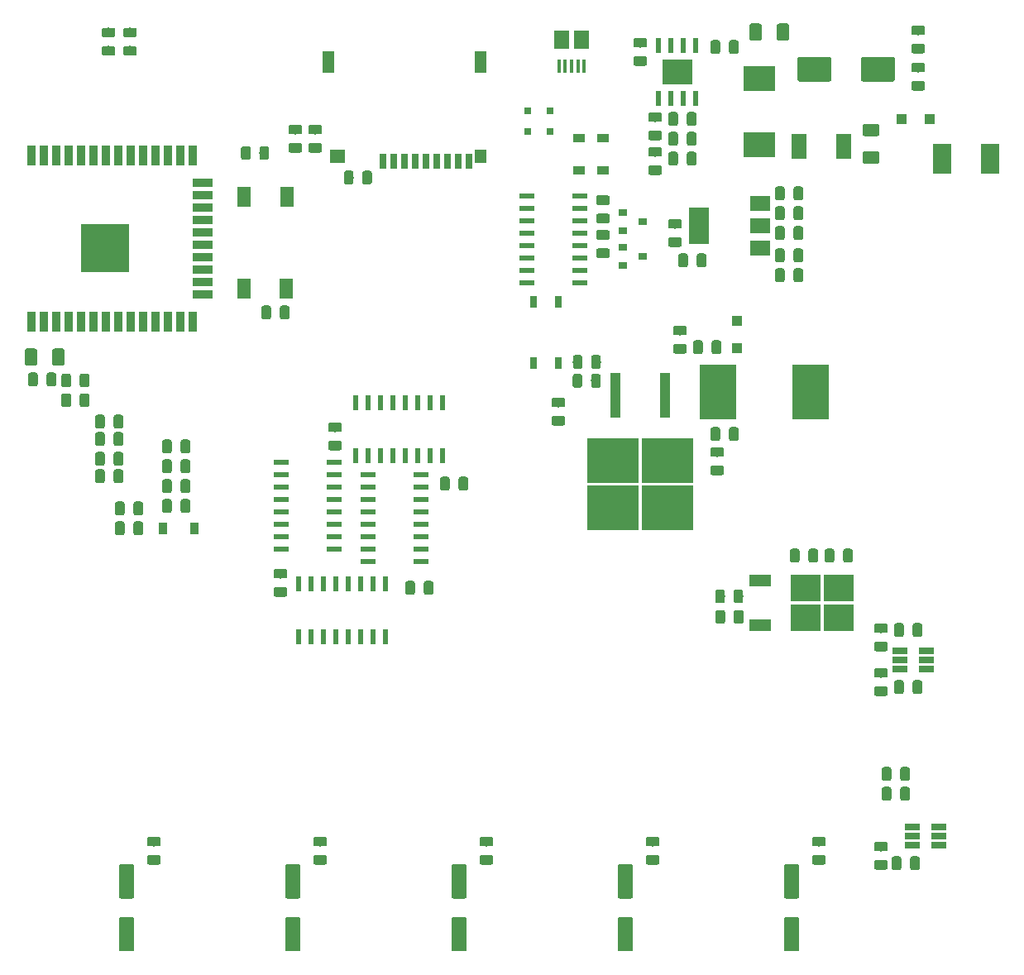
<source format=gtp>
G04 #@! TF.GenerationSoftware,KiCad,Pcbnew,5.0.2-bee76a0~70~ubuntu18.04.1*
G04 #@! TF.CreationDate,2019-07-27T20:10:28+09:00*
G04 #@! TF.ProjectId,MRR_ESPE,4d52525f-4553-4504-952e-6b696361645f,v0.4*
G04 #@! TF.SameCoordinates,Original*
G04 #@! TF.FileFunction,Paste,Top*
G04 #@! TF.FilePolarity,Positive*
%FSLAX46Y46*%
G04 Gerber Fmt 4.6, Leading zero omitted, Abs format (unit mm)*
G04 Created by KiCad (PCBNEW 5.0.2-bee76a0~70~ubuntu18.04.1) date Sat 27 Jul 2019 08:10:28 PM JST*
%MOMM*%
%LPD*%
G01*
G04 APERTURE LIST*
%ADD10C,0.100000*%
%ADD11C,0.975000*%
%ADD12R,1.450000X2.100000*%
%ADD13R,1.500000X1.900000*%
%ADD14R,0.400000X1.350000*%
%ADD15C,2.500000*%
%ADD16C,1.250000*%
%ADD17C,1.600000*%
%ADD18R,5.250000X4.550000*%
%ADD19R,1.100000X4.600000*%
%ADD20R,3.050000X2.750000*%
%ADD21R,2.200000X1.200000*%
%ADD22R,0.900000X0.800000*%
%ADD23R,5.000000X5.000000*%
%ADD24R,0.900000X2.000000*%
%ADD25R,2.000000X0.900000*%
%ADD26R,0.600000X1.550000*%
%ADD27R,3.100000X2.600000*%
%ADD28R,1.500000X0.600000*%
%ADD29R,2.000000X1.500000*%
%ADD30R,2.000000X3.800000*%
%ADD31R,0.700000X1.600000*%
%ADD32R,1.200000X1.400000*%
%ADD33R,1.600000X1.400000*%
%ADD34R,1.200000X2.200000*%
%ADD35R,1.960000X3.150000*%
%ADD36R,1.500000X2.500000*%
%ADD37R,3.300000X2.500000*%
%ADD38R,0.900000X1.200000*%
%ADD39R,1.100000X1.100000*%
%ADD40R,0.800000X0.800000*%
%ADD41R,0.800000X1.200000*%
%ADD42R,1.200000X0.900000*%
%ADD43R,3.790000X5.650000*%
%ADD44R,1.560000X0.650000*%
%ADD45R,0.600000X1.500000*%
G04 APERTURE END LIST*
D10*
G04 #@! TO.C,C10*
G36*
X113473142Y-42227174D02*
X113496803Y-42230684D01*
X113520007Y-42236496D01*
X113542529Y-42244554D01*
X113564153Y-42254782D01*
X113584670Y-42267079D01*
X113603883Y-42281329D01*
X113621607Y-42297393D01*
X113637671Y-42315117D01*
X113651921Y-42334330D01*
X113664218Y-42354847D01*
X113674446Y-42376471D01*
X113682504Y-42398993D01*
X113688316Y-42422197D01*
X113691826Y-42445858D01*
X113693000Y-42469750D01*
X113693000Y-43382250D01*
X113691826Y-43406142D01*
X113688316Y-43429803D01*
X113682504Y-43453007D01*
X113674446Y-43475529D01*
X113664218Y-43497153D01*
X113651921Y-43517670D01*
X113637671Y-43536883D01*
X113621607Y-43554607D01*
X113603883Y-43570671D01*
X113584670Y-43584921D01*
X113564153Y-43597218D01*
X113542529Y-43607446D01*
X113520007Y-43615504D01*
X113496803Y-43621316D01*
X113473142Y-43624826D01*
X113449250Y-43626000D01*
X112961750Y-43626000D01*
X112937858Y-43624826D01*
X112914197Y-43621316D01*
X112890993Y-43615504D01*
X112868471Y-43607446D01*
X112846847Y-43597218D01*
X112826330Y-43584921D01*
X112807117Y-43570671D01*
X112789393Y-43554607D01*
X112773329Y-43536883D01*
X112759079Y-43517670D01*
X112746782Y-43497153D01*
X112736554Y-43475529D01*
X112728496Y-43453007D01*
X112722684Y-43429803D01*
X112719174Y-43406142D01*
X112718000Y-43382250D01*
X112718000Y-42469750D01*
X112719174Y-42445858D01*
X112722684Y-42422197D01*
X112728496Y-42398993D01*
X112736554Y-42376471D01*
X112746782Y-42354847D01*
X112759079Y-42334330D01*
X112773329Y-42315117D01*
X112789393Y-42297393D01*
X112807117Y-42281329D01*
X112826330Y-42267079D01*
X112846847Y-42254782D01*
X112868471Y-42244554D01*
X112890993Y-42236496D01*
X112914197Y-42230684D01*
X112937858Y-42227174D01*
X112961750Y-42226000D01*
X113449250Y-42226000D01*
X113473142Y-42227174D01*
X113473142Y-42227174D01*
G37*
D11*
X113205500Y-42926000D03*
D10*
G36*
X111598142Y-42227174D02*
X111621803Y-42230684D01*
X111645007Y-42236496D01*
X111667529Y-42244554D01*
X111689153Y-42254782D01*
X111709670Y-42267079D01*
X111728883Y-42281329D01*
X111746607Y-42297393D01*
X111762671Y-42315117D01*
X111776921Y-42334330D01*
X111789218Y-42354847D01*
X111799446Y-42376471D01*
X111807504Y-42398993D01*
X111813316Y-42422197D01*
X111816826Y-42445858D01*
X111818000Y-42469750D01*
X111818000Y-43382250D01*
X111816826Y-43406142D01*
X111813316Y-43429803D01*
X111807504Y-43453007D01*
X111799446Y-43475529D01*
X111789218Y-43497153D01*
X111776921Y-43517670D01*
X111762671Y-43536883D01*
X111746607Y-43554607D01*
X111728883Y-43570671D01*
X111709670Y-43584921D01*
X111689153Y-43597218D01*
X111667529Y-43607446D01*
X111645007Y-43615504D01*
X111621803Y-43621316D01*
X111598142Y-43624826D01*
X111574250Y-43626000D01*
X111086750Y-43626000D01*
X111062858Y-43624826D01*
X111039197Y-43621316D01*
X111015993Y-43615504D01*
X110993471Y-43607446D01*
X110971847Y-43597218D01*
X110951330Y-43584921D01*
X110932117Y-43570671D01*
X110914393Y-43554607D01*
X110898329Y-43536883D01*
X110884079Y-43517670D01*
X110871782Y-43497153D01*
X110861554Y-43475529D01*
X110853496Y-43453007D01*
X110847684Y-43429803D01*
X110844174Y-43406142D01*
X110843000Y-43382250D01*
X110843000Y-42469750D01*
X110844174Y-42445858D01*
X110847684Y-42422197D01*
X110853496Y-42398993D01*
X110861554Y-42376471D01*
X110871782Y-42354847D01*
X110884079Y-42334330D01*
X110898329Y-42315117D01*
X110914393Y-42297393D01*
X110932117Y-42281329D01*
X110951330Y-42267079D01*
X110971847Y-42254782D01*
X110993471Y-42244554D01*
X111015993Y-42236496D01*
X111039197Y-42230684D01*
X111062858Y-42227174D01*
X111086750Y-42226000D01*
X111574250Y-42226000D01*
X111598142Y-42227174D01*
X111598142Y-42227174D01*
G37*
D11*
X111330500Y-42926000D03*
G04 #@! TD*
D12*
G04 #@! TO.C,SW1*
X67378000Y-67692000D03*
X67478000Y-58292000D03*
X63078000Y-58292000D03*
X63078000Y-67692000D03*
G04 #@! TD*
D13*
G04 #@! TO.C,J16*
X95600000Y-42162500D03*
D14*
X97250000Y-44862500D03*
X97900000Y-44862500D03*
X95300000Y-44862500D03*
X95950000Y-44862500D03*
X96600000Y-44862500D03*
D13*
X97600000Y-42162500D03*
G04 #@! TD*
D10*
G04 #@! TO.C,C1*
G36*
X50638142Y-89471174D02*
X50661803Y-89474684D01*
X50685007Y-89480496D01*
X50707529Y-89488554D01*
X50729153Y-89498782D01*
X50749670Y-89511079D01*
X50768883Y-89525329D01*
X50786607Y-89541393D01*
X50802671Y-89559117D01*
X50816921Y-89578330D01*
X50829218Y-89598847D01*
X50839446Y-89620471D01*
X50847504Y-89642993D01*
X50853316Y-89666197D01*
X50856826Y-89689858D01*
X50858000Y-89713750D01*
X50858000Y-90626250D01*
X50856826Y-90650142D01*
X50853316Y-90673803D01*
X50847504Y-90697007D01*
X50839446Y-90719529D01*
X50829218Y-90741153D01*
X50816921Y-90761670D01*
X50802671Y-90780883D01*
X50786607Y-90798607D01*
X50768883Y-90814671D01*
X50749670Y-90828921D01*
X50729153Y-90841218D01*
X50707529Y-90851446D01*
X50685007Y-90859504D01*
X50661803Y-90865316D01*
X50638142Y-90868826D01*
X50614250Y-90870000D01*
X50126750Y-90870000D01*
X50102858Y-90868826D01*
X50079197Y-90865316D01*
X50055993Y-90859504D01*
X50033471Y-90851446D01*
X50011847Y-90841218D01*
X49991330Y-90828921D01*
X49972117Y-90814671D01*
X49954393Y-90798607D01*
X49938329Y-90780883D01*
X49924079Y-90761670D01*
X49911782Y-90741153D01*
X49901554Y-90719529D01*
X49893496Y-90697007D01*
X49887684Y-90673803D01*
X49884174Y-90650142D01*
X49883000Y-90626250D01*
X49883000Y-89713750D01*
X49884174Y-89689858D01*
X49887684Y-89666197D01*
X49893496Y-89642993D01*
X49901554Y-89620471D01*
X49911782Y-89598847D01*
X49924079Y-89578330D01*
X49938329Y-89559117D01*
X49954393Y-89541393D01*
X49972117Y-89525329D01*
X49991330Y-89511079D01*
X50011847Y-89498782D01*
X50033471Y-89488554D01*
X50055993Y-89480496D01*
X50079197Y-89474684D01*
X50102858Y-89471174D01*
X50126750Y-89470000D01*
X50614250Y-89470000D01*
X50638142Y-89471174D01*
X50638142Y-89471174D01*
G37*
D11*
X50370500Y-90170000D03*
D10*
G36*
X52513142Y-89471174D02*
X52536803Y-89474684D01*
X52560007Y-89480496D01*
X52582529Y-89488554D01*
X52604153Y-89498782D01*
X52624670Y-89511079D01*
X52643883Y-89525329D01*
X52661607Y-89541393D01*
X52677671Y-89559117D01*
X52691921Y-89578330D01*
X52704218Y-89598847D01*
X52714446Y-89620471D01*
X52722504Y-89642993D01*
X52728316Y-89666197D01*
X52731826Y-89689858D01*
X52733000Y-89713750D01*
X52733000Y-90626250D01*
X52731826Y-90650142D01*
X52728316Y-90673803D01*
X52722504Y-90697007D01*
X52714446Y-90719529D01*
X52704218Y-90741153D01*
X52691921Y-90761670D01*
X52677671Y-90780883D01*
X52661607Y-90798607D01*
X52643883Y-90814671D01*
X52624670Y-90828921D01*
X52604153Y-90841218D01*
X52582529Y-90851446D01*
X52560007Y-90859504D01*
X52536803Y-90865316D01*
X52513142Y-90868826D01*
X52489250Y-90870000D01*
X52001750Y-90870000D01*
X51977858Y-90868826D01*
X51954197Y-90865316D01*
X51930993Y-90859504D01*
X51908471Y-90851446D01*
X51886847Y-90841218D01*
X51866330Y-90828921D01*
X51847117Y-90814671D01*
X51829393Y-90798607D01*
X51813329Y-90780883D01*
X51799079Y-90761670D01*
X51786782Y-90741153D01*
X51776554Y-90719529D01*
X51768496Y-90697007D01*
X51762684Y-90673803D01*
X51759174Y-90650142D01*
X51758000Y-90626250D01*
X51758000Y-89713750D01*
X51759174Y-89689858D01*
X51762684Y-89666197D01*
X51768496Y-89642993D01*
X51776554Y-89620471D01*
X51786782Y-89598847D01*
X51799079Y-89578330D01*
X51813329Y-89559117D01*
X51829393Y-89541393D01*
X51847117Y-89525329D01*
X51866330Y-89511079D01*
X51886847Y-89498782D01*
X51908471Y-89488554D01*
X51930993Y-89480496D01*
X51954197Y-89474684D01*
X51977858Y-89471174D01*
X52001750Y-89470000D01*
X52489250Y-89470000D01*
X52513142Y-89471174D01*
X52513142Y-89471174D01*
G37*
D11*
X52245500Y-90170000D03*
G04 #@! TD*
D10*
G04 #@! TO.C,C2*
G36*
X55464142Y-89217174D02*
X55487803Y-89220684D01*
X55511007Y-89226496D01*
X55533529Y-89234554D01*
X55555153Y-89244782D01*
X55575670Y-89257079D01*
X55594883Y-89271329D01*
X55612607Y-89287393D01*
X55628671Y-89305117D01*
X55642921Y-89324330D01*
X55655218Y-89344847D01*
X55665446Y-89366471D01*
X55673504Y-89388993D01*
X55679316Y-89412197D01*
X55682826Y-89435858D01*
X55684000Y-89459750D01*
X55684000Y-90372250D01*
X55682826Y-90396142D01*
X55679316Y-90419803D01*
X55673504Y-90443007D01*
X55665446Y-90465529D01*
X55655218Y-90487153D01*
X55642921Y-90507670D01*
X55628671Y-90526883D01*
X55612607Y-90544607D01*
X55594883Y-90560671D01*
X55575670Y-90574921D01*
X55555153Y-90587218D01*
X55533529Y-90597446D01*
X55511007Y-90605504D01*
X55487803Y-90611316D01*
X55464142Y-90614826D01*
X55440250Y-90616000D01*
X54952750Y-90616000D01*
X54928858Y-90614826D01*
X54905197Y-90611316D01*
X54881993Y-90605504D01*
X54859471Y-90597446D01*
X54837847Y-90587218D01*
X54817330Y-90574921D01*
X54798117Y-90560671D01*
X54780393Y-90544607D01*
X54764329Y-90526883D01*
X54750079Y-90507670D01*
X54737782Y-90487153D01*
X54727554Y-90465529D01*
X54719496Y-90443007D01*
X54713684Y-90419803D01*
X54710174Y-90396142D01*
X54709000Y-90372250D01*
X54709000Y-89459750D01*
X54710174Y-89435858D01*
X54713684Y-89412197D01*
X54719496Y-89388993D01*
X54727554Y-89366471D01*
X54737782Y-89344847D01*
X54750079Y-89324330D01*
X54764329Y-89305117D01*
X54780393Y-89287393D01*
X54798117Y-89271329D01*
X54817330Y-89257079D01*
X54837847Y-89244782D01*
X54859471Y-89234554D01*
X54881993Y-89226496D01*
X54905197Y-89220684D01*
X54928858Y-89217174D01*
X54952750Y-89216000D01*
X55440250Y-89216000D01*
X55464142Y-89217174D01*
X55464142Y-89217174D01*
G37*
D11*
X55196500Y-89916000D03*
D10*
G36*
X57339142Y-89217174D02*
X57362803Y-89220684D01*
X57386007Y-89226496D01*
X57408529Y-89234554D01*
X57430153Y-89244782D01*
X57450670Y-89257079D01*
X57469883Y-89271329D01*
X57487607Y-89287393D01*
X57503671Y-89305117D01*
X57517921Y-89324330D01*
X57530218Y-89344847D01*
X57540446Y-89366471D01*
X57548504Y-89388993D01*
X57554316Y-89412197D01*
X57557826Y-89435858D01*
X57559000Y-89459750D01*
X57559000Y-90372250D01*
X57557826Y-90396142D01*
X57554316Y-90419803D01*
X57548504Y-90443007D01*
X57540446Y-90465529D01*
X57530218Y-90487153D01*
X57517921Y-90507670D01*
X57503671Y-90526883D01*
X57487607Y-90544607D01*
X57469883Y-90560671D01*
X57450670Y-90574921D01*
X57430153Y-90587218D01*
X57408529Y-90597446D01*
X57386007Y-90605504D01*
X57362803Y-90611316D01*
X57339142Y-90614826D01*
X57315250Y-90616000D01*
X56827750Y-90616000D01*
X56803858Y-90614826D01*
X56780197Y-90611316D01*
X56756993Y-90605504D01*
X56734471Y-90597446D01*
X56712847Y-90587218D01*
X56692330Y-90574921D01*
X56673117Y-90560671D01*
X56655393Y-90544607D01*
X56639329Y-90526883D01*
X56625079Y-90507670D01*
X56612782Y-90487153D01*
X56602554Y-90465529D01*
X56594496Y-90443007D01*
X56588684Y-90419803D01*
X56585174Y-90396142D01*
X56584000Y-90372250D01*
X56584000Y-89459750D01*
X56585174Y-89435858D01*
X56588684Y-89412197D01*
X56594496Y-89388993D01*
X56602554Y-89366471D01*
X56612782Y-89344847D01*
X56625079Y-89324330D01*
X56639329Y-89305117D01*
X56655393Y-89287393D01*
X56673117Y-89271329D01*
X56692330Y-89257079D01*
X56712847Y-89244782D01*
X56734471Y-89234554D01*
X56756993Y-89226496D01*
X56780197Y-89220684D01*
X56803858Y-89217174D01*
X56827750Y-89216000D01*
X57315250Y-89216000D01*
X57339142Y-89217174D01*
X57339142Y-89217174D01*
G37*
D11*
X57071500Y-89916000D03*
G04 #@! TD*
D10*
G04 #@! TO.C,C3*
G36*
X55464142Y-83121174D02*
X55487803Y-83124684D01*
X55511007Y-83130496D01*
X55533529Y-83138554D01*
X55555153Y-83148782D01*
X55575670Y-83161079D01*
X55594883Y-83175329D01*
X55612607Y-83191393D01*
X55628671Y-83209117D01*
X55642921Y-83228330D01*
X55655218Y-83248847D01*
X55665446Y-83270471D01*
X55673504Y-83292993D01*
X55679316Y-83316197D01*
X55682826Y-83339858D01*
X55684000Y-83363750D01*
X55684000Y-84276250D01*
X55682826Y-84300142D01*
X55679316Y-84323803D01*
X55673504Y-84347007D01*
X55665446Y-84369529D01*
X55655218Y-84391153D01*
X55642921Y-84411670D01*
X55628671Y-84430883D01*
X55612607Y-84448607D01*
X55594883Y-84464671D01*
X55575670Y-84478921D01*
X55555153Y-84491218D01*
X55533529Y-84501446D01*
X55511007Y-84509504D01*
X55487803Y-84515316D01*
X55464142Y-84518826D01*
X55440250Y-84520000D01*
X54952750Y-84520000D01*
X54928858Y-84518826D01*
X54905197Y-84515316D01*
X54881993Y-84509504D01*
X54859471Y-84501446D01*
X54837847Y-84491218D01*
X54817330Y-84478921D01*
X54798117Y-84464671D01*
X54780393Y-84448607D01*
X54764329Y-84430883D01*
X54750079Y-84411670D01*
X54737782Y-84391153D01*
X54727554Y-84369529D01*
X54719496Y-84347007D01*
X54713684Y-84323803D01*
X54710174Y-84300142D01*
X54709000Y-84276250D01*
X54709000Y-83363750D01*
X54710174Y-83339858D01*
X54713684Y-83316197D01*
X54719496Y-83292993D01*
X54727554Y-83270471D01*
X54737782Y-83248847D01*
X54750079Y-83228330D01*
X54764329Y-83209117D01*
X54780393Y-83191393D01*
X54798117Y-83175329D01*
X54817330Y-83161079D01*
X54837847Y-83148782D01*
X54859471Y-83138554D01*
X54881993Y-83130496D01*
X54905197Y-83124684D01*
X54928858Y-83121174D01*
X54952750Y-83120000D01*
X55440250Y-83120000D01*
X55464142Y-83121174D01*
X55464142Y-83121174D01*
G37*
D11*
X55196500Y-83820000D03*
D10*
G36*
X57339142Y-83121174D02*
X57362803Y-83124684D01*
X57386007Y-83130496D01*
X57408529Y-83138554D01*
X57430153Y-83148782D01*
X57450670Y-83161079D01*
X57469883Y-83175329D01*
X57487607Y-83191393D01*
X57503671Y-83209117D01*
X57517921Y-83228330D01*
X57530218Y-83248847D01*
X57540446Y-83270471D01*
X57548504Y-83292993D01*
X57554316Y-83316197D01*
X57557826Y-83339858D01*
X57559000Y-83363750D01*
X57559000Y-84276250D01*
X57557826Y-84300142D01*
X57554316Y-84323803D01*
X57548504Y-84347007D01*
X57540446Y-84369529D01*
X57530218Y-84391153D01*
X57517921Y-84411670D01*
X57503671Y-84430883D01*
X57487607Y-84448607D01*
X57469883Y-84464671D01*
X57450670Y-84478921D01*
X57430153Y-84491218D01*
X57408529Y-84501446D01*
X57386007Y-84509504D01*
X57362803Y-84515316D01*
X57339142Y-84518826D01*
X57315250Y-84520000D01*
X56827750Y-84520000D01*
X56803858Y-84518826D01*
X56780197Y-84515316D01*
X56756993Y-84509504D01*
X56734471Y-84501446D01*
X56712847Y-84491218D01*
X56692330Y-84478921D01*
X56673117Y-84464671D01*
X56655393Y-84448607D01*
X56639329Y-84430883D01*
X56625079Y-84411670D01*
X56612782Y-84391153D01*
X56602554Y-84369529D01*
X56594496Y-84347007D01*
X56588684Y-84323803D01*
X56585174Y-84300142D01*
X56584000Y-84276250D01*
X56584000Y-83363750D01*
X56585174Y-83339858D01*
X56588684Y-83316197D01*
X56594496Y-83292993D01*
X56602554Y-83270471D01*
X56612782Y-83248847D01*
X56625079Y-83228330D01*
X56639329Y-83209117D01*
X56655393Y-83191393D01*
X56673117Y-83175329D01*
X56692330Y-83161079D01*
X56712847Y-83148782D01*
X56734471Y-83138554D01*
X56756993Y-83130496D01*
X56780197Y-83124684D01*
X56803858Y-83121174D01*
X56827750Y-83120000D01*
X57315250Y-83120000D01*
X57339142Y-83121174D01*
X57339142Y-83121174D01*
G37*
D11*
X57071500Y-83820000D03*
G04 #@! TD*
D10*
G04 #@! TO.C,C4*
G36*
X129488504Y-43963204D02*
X129512773Y-43966804D01*
X129536571Y-43972765D01*
X129559671Y-43981030D01*
X129581849Y-43991520D01*
X129602893Y-44004133D01*
X129622598Y-44018747D01*
X129640777Y-44035223D01*
X129657253Y-44053402D01*
X129671867Y-44073107D01*
X129684480Y-44094151D01*
X129694970Y-44116329D01*
X129703235Y-44139429D01*
X129709196Y-44163227D01*
X129712796Y-44187496D01*
X129714000Y-44212000D01*
X129714000Y-46212000D01*
X129712796Y-46236504D01*
X129709196Y-46260773D01*
X129703235Y-46284571D01*
X129694970Y-46307671D01*
X129684480Y-46329849D01*
X129671867Y-46350893D01*
X129657253Y-46370598D01*
X129640777Y-46388777D01*
X129622598Y-46405253D01*
X129602893Y-46419867D01*
X129581849Y-46432480D01*
X129559671Y-46442970D01*
X129536571Y-46451235D01*
X129512773Y-46457196D01*
X129488504Y-46460796D01*
X129464000Y-46462000D01*
X126464000Y-46462000D01*
X126439496Y-46460796D01*
X126415227Y-46457196D01*
X126391429Y-46451235D01*
X126368329Y-46442970D01*
X126346151Y-46432480D01*
X126325107Y-46419867D01*
X126305402Y-46405253D01*
X126287223Y-46388777D01*
X126270747Y-46370598D01*
X126256133Y-46350893D01*
X126243520Y-46329849D01*
X126233030Y-46307671D01*
X126224765Y-46284571D01*
X126218804Y-46260773D01*
X126215204Y-46236504D01*
X126214000Y-46212000D01*
X126214000Y-44212000D01*
X126215204Y-44187496D01*
X126218804Y-44163227D01*
X126224765Y-44139429D01*
X126233030Y-44116329D01*
X126243520Y-44094151D01*
X126256133Y-44073107D01*
X126270747Y-44053402D01*
X126287223Y-44035223D01*
X126305402Y-44018747D01*
X126325107Y-44004133D01*
X126346151Y-43991520D01*
X126368329Y-43981030D01*
X126391429Y-43972765D01*
X126415227Y-43966804D01*
X126439496Y-43963204D01*
X126464000Y-43962000D01*
X129464000Y-43962000D01*
X129488504Y-43963204D01*
X129488504Y-43963204D01*
G37*
D15*
X127964000Y-45212000D03*
D10*
G36*
X122988504Y-43963204D02*
X123012773Y-43966804D01*
X123036571Y-43972765D01*
X123059671Y-43981030D01*
X123081849Y-43991520D01*
X123102893Y-44004133D01*
X123122598Y-44018747D01*
X123140777Y-44035223D01*
X123157253Y-44053402D01*
X123171867Y-44073107D01*
X123184480Y-44094151D01*
X123194970Y-44116329D01*
X123203235Y-44139429D01*
X123209196Y-44163227D01*
X123212796Y-44187496D01*
X123214000Y-44212000D01*
X123214000Y-46212000D01*
X123212796Y-46236504D01*
X123209196Y-46260773D01*
X123203235Y-46284571D01*
X123194970Y-46307671D01*
X123184480Y-46329849D01*
X123171867Y-46350893D01*
X123157253Y-46370598D01*
X123140777Y-46388777D01*
X123122598Y-46405253D01*
X123102893Y-46419867D01*
X123081849Y-46432480D01*
X123059671Y-46442970D01*
X123036571Y-46451235D01*
X123012773Y-46457196D01*
X122988504Y-46460796D01*
X122964000Y-46462000D01*
X119964000Y-46462000D01*
X119939496Y-46460796D01*
X119915227Y-46457196D01*
X119891429Y-46451235D01*
X119868329Y-46442970D01*
X119846151Y-46432480D01*
X119825107Y-46419867D01*
X119805402Y-46405253D01*
X119787223Y-46388777D01*
X119770747Y-46370598D01*
X119756133Y-46350893D01*
X119743520Y-46329849D01*
X119733030Y-46307671D01*
X119724765Y-46284571D01*
X119718804Y-46260773D01*
X119715204Y-46236504D01*
X119714000Y-46212000D01*
X119714000Y-44212000D01*
X119715204Y-44187496D01*
X119718804Y-44163227D01*
X119724765Y-44139429D01*
X119733030Y-44116329D01*
X119743520Y-44094151D01*
X119756133Y-44073107D01*
X119770747Y-44053402D01*
X119787223Y-44035223D01*
X119805402Y-44018747D01*
X119825107Y-44004133D01*
X119846151Y-43991520D01*
X119868329Y-43981030D01*
X119891429Y-43972765D01*
X119915227Y-43966804D01*
X119939496Y-43963204D01*
X119964000Y-43962000D01*
X122964000Y-43962000D01*
X122988504Y-43963204D01*
X122988504Y-43963204D01*
G37*
D15*
X121464000Y-45212000D03*
G04 #@! TD*
D10*
G04 #@! TO.C,C5*
G36*
X48606142Y-80581174D02*
X48629803Y-80584684D01*
X48653007Y-80590496D01*
X48675529Y-80598554D01*
X48697153Y-80608782D01*
X48717670Y-80621079D01*
X48736883Y-80635329D01*
X48754607Y-80651393D01*
X48770671Y-80669117D01*
X48784921Y-80688330D01*
X48797218Y-80708847D01*
X48807446Y-80730471D01*
X48815504Y-80752993D01*
X48821316Y-80776197D01*
X48824826Y-80799858D01*
X48826000Y-80823750D01*
X48826000Y-81736250D01*
X48824826Y-81760142D01*
X48821316Y-81783803D01*
X48815504Y-81807007D01*
X48807446Y-81829529D01*
X48797218Y-81851153D01*
X48784921Y-81871670D01*
X48770671Y-81890883D01*
X48754607Y-81908607D01*
X48736883Y-81924671D01*
X48717670Y-81938921D01*
X48697153Y-81951218D01*
X48675529Y-81961446D01*
X48653007Y-81969504D01*
X48629803Y-81975316D01*
X48606142Y-81978826D01*
X48582250Y-81980000D01*
X48094750Y-81980000D01*
X48070858Y-81978826D01*
X48047197Y-81975316D01*
X48023993Y-81969504D01*
X48001471Y-81961446D01*
X47979847Y-81951218D01*
X47959330Y-81938921D01*
X47940117Y-81924671D01*
X47922393Y-81908607D01*
X47906329Y-81890883D01*
X47892079Y-81871670D01*
X47879782Y-81851153D01*
X47869554Y-81829529D01*
X47861496Y-81807007D01*
X47855684Y-81783803D01*
X47852174Y-81760142D01*
X47851000Y-81736250D01*
X47851000Y-80823750D01*
X47852174Y-80799858D01*
X47855684Y-80776197D01*
X47861496Y-80752993D01*
X47869554Y-80730471D01*
X47879782Y-80708847D01*
X47892079Y-80688330D01*
X47906329Y-80669117D01*
X47922393Y-80651393D01*
X47940117Y-80635329D01*
X47959330Y-80621079D01*
X47979847Y-80608782D01*
X48001471Y-80598554D01*
X48023993Y-80590496D01*
X48047197Y-80584684D01*
X48070858Y-80581174D01*
X48094750Y-80580000D01*
X48582250Y-80580000D01*
X48606142Y-80581174D01*
X48606142Y-80581174D01*
G37*
D11*
X48338500Y-81280000D03*
D10*
G36*
X50481142Y-80581174D02*
X50504803Y-80584684D01*
X50528007Y-80590496D01*
X50550529Y-80598554D01*
X50572153Y-80608782D01*
X50592670Y-80621079D01*
X50611883Y-80635329D01*
X50629607Y-80651393D01*
X50645671Y-80669117D01*
X50659921Y-80688330D01*
X50672218Y-80708847D01*
X50682446Y-80730471D01*
X50690504Y-80752993D01*
X50696316Y-80776197D01*
X50699826Y-80799858D01*
X50701000Y-80823750D01*
X50701000Y-81736250D01*
X50699826Y-81760142D01*
X50696316Y-81783803D01*
X50690504Y-81807007D01*
X50682446Y-81829529D01*
X50672218Y-81851153D01*
X50659921Y-81871670D01*
X50645671Y-81890883D01*
X50629607Y-81908607D01*
X50611883Y-81924671D01*
X50592670Y-81938921D01*
X50572153Y-81951218D01*
X50550529Y-81961446D01*
X50528007Y-81969504D01*
X50504803Y-81975316D01*
X50481142Y-81978826D01*
X50457250Y-81980000D01*
X49969750Y-81980000D01*
X49945858Y-81978826D01*
X49922197Y-81975316D01*
X49898993Y-81969504D01*
X49876471Y-81961446D01*
X49854847Y-81951218D01*
X49834330Y-81938921D01*
X49815117Y-81924671D01*
X49797393Y-81908607D01*
X49781329Y-81890883D01*
X49767079Y-81871670D01*
X49754782Y-81851153D01*
X49744554Y-81829529D01*
X49736496Y-81807007D01*
X49730684Y-81783803D01*
X49727174Y-81760142D01*
X49726000Y-81736250D01*
X49726000Y-80823750D01*
X49727174Y-80799858D01*
X49730684Y-80776197D01*
X49736496Y-80752993D01*
X49744554Y-80730471D01*
X49754782Y-80708847D01*
X49767079Y-80688330D01*
X49781329Y-80669117D01*
X49797393Y-80651393D01*
X49815117Y-80635329D01*
X49834330Y-80621079D01*
X49854847Y-80608782D01*
X49876471Y-80598554D01*
X49898993Y-80590496D01*
X49922197Y-80584684D01*
X49945858Y-80581174D01*
X49969750Y-80580000D01*
X50457250Y-80580000D01*
X50481142Y-80581174D01*
X50481142Y-80581174D01*
G37*
D11*
X50213500Y-81280000D03*
G04 #@! TD*
D10*
G04 #@! TO.C,C6*
G36*
X47014142Y-78393174D02*
X47037803Y-78396684D01*
X47061007Y-78402496D01*
X47083529Y-78410554D01*
X47105153Y-78420782D01*
X47125670Y-78433079D01*
X47144883Y-78447329D01*
X47162607Y-78463393D01*
X47178671Y-78481117D01*
X47192921Y-78500330D01*
X47205218Y-78520847D01*
X47215446Y-78542471D01*
X47223504Y-78564993D01*
X47229316Y-78588197D01*
X47232826Y-78611858D01*
X47234000Y-78635750D01*
X47234000Y-79548250D01*
X47232826Y-79572142D01*
X47229316Y-79595803D01*
X47223504Y-79619007D01*
X47215446Y-79641529D01*
X47205218Y-79663153D01*
X47192921Y-79683670D01*
X47178671Y-79702883D01*
X47162607Y-79720607D01*
X47144883Y-79736671D01*
X47125670Y-79750921D01*
X47105153Y-79763218D01*
X47083529Y-79773446D01*
X47061007Y-79781504D01*
X47037803Y-79787316D01*
X47014142Y-79790826D01*
X46990250Y-79792000D01*
X46502750Y-79792000D01*
X46478858Y-79790826D01*
X46455197Y-79787316D01*
X46431993Y-79781504D01*
X46409471Y-79773446D01*
X46387847Y-79763218D01*
X46367330Y-79750921D01*
X46348117Y-79736671D01*
X46330393Y-79720607D01*
X46314329Y-79702883D01*
X46300079Y-79683670D01*
X46287782Y-79663153D01*
X46277554Y-79641529D01*
X46269496Y-79619007D01*
X46263684Y-79595803D01*
X46260174Y-79572142D01*
X46259000Y-79548250D01*
X46259000Y-78635750D01*
X46260174Y-78611858D01*
X46263684Y-78588197D01*
X46269496Y-78564993D01*
X46277554Y-78542471D01*
X46287782Y-78520847D01*
X46300079Y-78500330D01*
X46314329Y-78481117D01*
X46330393Y-78463393D01*
X46348117Y-78447329D01*
X46367330Y-78433079D01*
X46387847Y-78420782D01*
X46409471Y-78410554D01*
X46431993Y-78402496D01*
X46455197Y-78396684D01*
X46478858Y-78393174D01*
X46502750Y-78392000D01*
X46990250Y-78392000D01*
X47014142Y-78393174D01*
X47014142Y-78393174D01*
G37*
D11*
X46746500Y-79092000D03*
D10*
G36*
X45139142Y-78393174D02*
X45162803Y-78396684D01*
X45186007Y-78402496D01*
X45208529Y-78410554D01*
X45230153Y-78420782D01*
X45250670Y-78433079D01*
X45269883Y-78447329D01*
X45287607Y-78463393D01*
X45303671Y-78481117D01*
X45317921Y-78500330D01*
X45330218Y-78520847D01*
X45340446Y-78542471D01*
X45348504Y-78564993D01*
X45354316Y-78588197D01*
X45357826Y-78611858D01*
X45359000Y-78635750D01*
X45359000Y-79548250D01*
X45357826Y-79572142D01*
X45354316Y-79595803D01*
X45348504Y-79619007D01*
X45340446Y-79641529D01*
X45330218Y-79663153D01*
X45317921Y-79683670D01*
X45303671Y-79702883D01*
X45287607Y-79720607D01*
X45269883Y-79736671D01*
X45250670Y-79750921D01*
X45230153Y-79763218D01*
X45208529Y-79773446D01*
X45186007Y-79781504D01*
X45162803Y-79787316D01*
X45139142Y-79790826D01*
X45115250Y-79792000D01*
X44627750Y-79792000D01*
X44603858Y-79790826D01*
X44580197Y-79787316D01*
X44556993Y-79781504D01*
X44534471Y-79773446D01*
X44512847Y-79763218D01*
X44492330Y-79750921D01*
X44473117Y-79736671D01*
X44455393Y-79720607D01*
X44439329Y-79702883D01*
X44425079Y-79683670D01*
X44412782Y-79663153D01*
X44402554Y-79641529D01*
X44394496Y-79619007D01*
X44388684Y-79595803D01*
X44385174Y-79572142D01*
X44384000Y-79548250D01*
X44384000Y-78635750D01*
X44385174Y-78611858D01*
X44388684Y-78588197D01*
X44394496Y-78564993D01*
X44402554Y-78542471D01*
X44412782Y-78520847D01*
X44425079Y-78500330D01*
X44439329Y-78481117D01*
X44455393Y-78463393D01*
X44473117Y-78447329D01*
X44492330Y-78433079D01*
X44512847Y-78420782D01*
X44534471Y-78410554D01*
X44556993Y-78402496D01*
X44580197Y-78396684D01*
X44603858Y-78393174D01*
X44627750Y-78392000D01*
X45115250Y-78392000D01*
X45139142Y-78393174D01*
X45139142Y-78393174D01*
G37*
D11*
X44871500Y-79092000D03*
G04 #@! TD*
D10*
G04 #@! TO.C,C7*
G36*
X115839504Y-40528204D02*
X115863773Y-40531804D01*
X115887571Y-40537765D01*
X115910671Y-40546030D01*
X115932849Y-40556520D01*
X115953893Y-40569133D01*
X115973598Y-40583747D01*
X115991777Y-40600223D01*
X116008253Y-40618402D01*
X116022867Y-40638107D01*
X116035480Y-40659151D01*
X116045970Y-40681329D01*
X116054235Y-40704429D01*
X116060196Y-40728227D01*
X116063796Y-40752496D01*
X116065000Y-40777000D01*
X116065000Y-42027000D01*
X116063796Y-42051504D01*
X116060196Y-42075773D01*
X116054235Y-42099571D01*
X116045970Y-42122671D01*
X116035480Y-42144849D01*
X116022867Y-42165893D01*
X116008253Y-42185598D01*
X115991777Y-42203777D01*
X115973598Y-42220253D01*
X115953893Y-42234867D01*
X115932849Y-42247480D01*
X115910671Y-42257970D01*
X115887571Y-42266235D01*
X115863773Y-42272196D01*
X115839504Y-42275796D01*
X115815000Y-42277000D01*
X115065000Y-42277000D01*
X115040496Y-42275796D01*
X115016227Y-42272196D01*
X114992429Y-42266235D01*
X114969329Y-42257970D01*
X114947151Y-42247480D01*
X114926107Y-42234867D01*
X114906402Y-42220253D01*
X114888223Y-42203777D01*
X114871747Y-42185598D01*
X114857133Y-42165893D01*
X114844520Y-42144849D01*
X114834030Y-42122671D01*
X114825765Y-42099571D01*
X114819804Y-42075773D01*
X114816204Y-42051504D01*
X114815000Y-42027000D01*
X114815000Y-40777000D01*
X114816204Y-40752496D01*
X114819804Y-40728227D01*
X114825765Y-40704429D01*
X114834030Y-40681329D01*
X114844520Y-40659151D01*
X114857133Y-40638107D01*
X114871747Y-40618402D01*
X114888223Y-40600223D01*
X114906402Y-40583747D01*
X114926107Y-40569133D01*
X114947151Y-40556520D01*
X114969329Y-40546030D01*
X114992429Y-40537765D01*
X115016227Y-40531804D01*
X115040496Y-40528204D01*
X115065000Y-40527000D01*
X115815000Y-40527000D01*
X115839504Y-40528204D01*
X115839504Y-40528204D01*
G37*
D16*
X115440000Y-41402000D03*
D10*
G36*
X118639504Y-40528204D02*
X118663773Y-40531804D01*
X118687571Y-40537765D01*
X118710671Y-40546030D01*
X118732849Y-40556520D01*
X118753893Y-40569133D01*
X118773598Y-40583747D01*
X118791777Y-40600223D01*
X118808253Y-40618402D01*
X118822867Y-40638107D01*
X118835480Y-40659151D01*
X118845970Y-40681329D01*
X118854235Y-40704429D01*
X118860196Y-40728227D01*
X118863796Y-40752496D01*
X118865000Y-40777000D01*
X118865000Y-42027000D01*
X118863796Y-42051504D01*
X118860196Y-42075773D01*
X118854235Y-42099571D01*
X118845970Y-42122671D01*
X118835480Y-42144849D01*
X118822867Y-42165893D01*
X118808253Y-42185598D01*
X118791777Y-42203777D01*
X118773598Y-42220253D01*
X118753893Y-42234867D01*
X118732849Y-42247480D01*
X118710671Y-42257970D01*
X118687571Y-42266235D01*
X118663773Y-42272196D01*
X118639504Y-42275796D01*
X118615000Y-42277000D01*
X117865000Y-42277000D01*
X117840496Y-42275796D01*
X117816227Y-42272196D01*
X117792429Y-42266235D01*
X117769329Y-42257970D01*
X117747151Y-42247480D01*
X117726107Y-42234867D01*
X117706402Y-42220253D01*
X117688223Y-42203777D01*
X117671747Y-42185598D01*
X117657133Y-42165893D01*
X117644520Y-42144849D01*
X117634030Y-42122671D01*
X117625765Y-42099571D01*
X117619804Y-42075773D01*
X117616204Y-42051504D01*
X117615000Y-42027000D01*
X117615000Y-40777000D01*
X117616204Y-40752496D01*
X117619804Y-40728227D01*
X117625765Y-40704429D01*
X117634030Y-40681329D01*
X117644520Y-40659151D01*
X117657133Y-40638107D01*
X117671747Y-40618402D01*
X117688223Y-40600223D01*
X117706402Y-40583747D01*
X117726107Y-40569133D01*
X117747151Y-40556520D01*
X117769329Y-40546030D01*
X117792429Y-40537765D01*
X117816227Y-40531804D01*
X117840496Y-40528204D01*
X117865000Y-40527000D01*
X118615000Y-40527000D01*
X118639504Y-40528204D01*
X118639504Y-40528204D01*
G37*
D16*
X118240000Y-41402000D03*
G04 #@! TD*
D10*
G04 #@! TO.C,C8*
G36*
X109155142Y-51625174D02*
X109178803Y-51628684D01*
X109202007Y-51634496D01*
X109224529Y-51642554D01*
X109246153Y-51652782D01*
X109266670Y-51665079D01*
X109285883Y-51679329D01*
X109303607Y-51695393D01*
X109319671Y-51713117D01*
X109333921Y-51732330D01*
X109346218Y-51752847D01*
X109356446Y-51774471D01*
X109364504Y-51796993D01*
X109370316Y-51820197D01*
X109373826Y-51843858D01*
X109375000Y-51867750D01*
X109375000Y-52780250D01*
X109373826Y-52804142D01*
X109370316Y-52827803D01*
X109364504Y-52851007D01*
X109356446Y-52873529D01*
X109346218Y-52895153D01*
X109333921Y-52915670D01*
X109319671Y-52934883D01*
X109303607Y-52952607D01*
X109285883Y-52968671D01*
X109266670Y-52982921D01*
X109246153Y-52995218D01*
X109224529Y-53005446D01*
X109202007Y-53013504D01*
X109178803Y-53019316D01*
X109155142Y-53022826D01*
X109131250Y-53024000D01*
X108643750Y-53024000D01*
X108619858Y-53022826D01*
X108596197Y-53019316D01*
X108572993Y-53013504D01*
X108550471Y-53005446D01*
X108528847Y-52995218D01*
X108508330Y-52982921D01*
X108489117Y-52968671D01*
X108471393Y-52952607D01*
X108455329Y-52934883D01*
X108441079Y-52915670D01*
X108428782Y-52895153D01*
X108418554Y-52873529D01*
X108410496Y-52851007D01*
X108404684Y-52827803D01*
X108401174Y-52804142D01*
X108400000Y-52780250D01*
X108400000Y-51867750D01*
X108401174Y-51843858D01*
X108404684Y-51820197D01*
X108410496Y-51796993D01*
X108418554Y-51774471D01*
X108428782Y-51752847D01*
X108441079Y-51732330D01*
X108455329Y-51713117D01*
X108471393Y-51695393D01*
X108489117Y-51679329D01*
X108508330Y-51665079D01*
X108528847Y-51652782D01*
X108550471Y-51642554D01*
X108572993Y-51634496D01*
X108596197Y-51628684D01*
X108619858Y-51625174D01*
X108643750Y-51624000D01*
X109131250Y-51624000D01*
X109155142Y-51625174D01*
X109155142Y-51625174D01*
G37*
D11*
X108887500Y-52324000D03*
D10*
G36*
X107280142Y-51625174D02*
X107303803Y-51628684D01*
X107327007Y-51634496D01*
X107349529Y-51642554D01*
X107371153Y-51652782D01*
X107391670Y-51665079D01*
X107410883Y-51679329D01*
X107428607Y-51695393D01*
X107444671Y-51713117D01*
X107458921Y-51732330D01*
X107471218Y-51752847D01*
X107481446Y-51774471D01*
X107489504Y-51796993D01*
X107495316Y-51820197D01*
X107498826Y-51843858D01*
X107500000Y-51867750D01*
X107500000Y-52780250D01*
X107498826Y-52804142D01*
X107495316Y-52827803D01*
X107489504Y-52851007D01*
X107481446Y-52873529D01*
X107471218Y-52895153D01*
X107458921Y-52915670D01*
X107444671Y-52934883D01*
X107428607Y-52952607D01*
X107410883Y-52968671D01*
X107391670Y-52982921D01*
X107371153Y-52995218D01*
X107349529Y-53005446D01*
X107327007Y-53013504D01*
X107303803Y-53019316D01*
X107280142Y-53022826D01*
X107256250Y-53024000D01*
X106768750Y-53024000D01*
X106744858Y-53022826D01*
X106721197Y-53019316D01*
X106697993Y-53013504D01*
X106675471Y-53005446D01*
X106653847Y-52995218D01*
X106633330Y-52982921D01*
X106614117Y-52968671D01*
X106596393Y-52952607D01*
X106580329Y-52934883D01*
X106566079Y-52915670D01*
X106553782Y-52895153D01*
X106543554Y-52873529D01*
X106535496Y-52851007D01*
X106529684Y-52827803D01*
X106526174Y-52804142D01*
X106525000Y-52780250D01*
X106525000Y-51867750D01*
X106526174Y-51843858D01*
X106529684Y-51820197D01*
X106535496Y-51796993D01*
X106543554Y-51774471D01*
X106553782Y-51752847D01*
X106566079Y-51732330D01*
X106580329Y-51713117D01*
X106596393Y-51695393D01*
X106614117Y-51679329D01*
X106633330Y-51665079D01*
X106653847Y-51652782D01*
X106675471Y-51642554D01*
X106697993Y-51634496D01*
X106721197Y-51628684D01*
X106744858Y-51625174D01*
X106768750Y-51624000D01*
X107256250Y-51624000D01*
X107280142Y-51625174D01*
X107280142Y-51625174D01*
G37*
D11*
X107012500Y-52324000D03*
G04 #@! TD*
D10*
G04 #@! TO.C,C9*
G36*
X109155142Y-49593174D02*
X109178803Y-49596684D01*
X109202007Y-49602496D01*
X109224529Y-49610554D01*
X109246153Y-49620782D01*
X109266670Y-49633079D01*
X109285883Y-49647329D01*
X109303607Y-49663393D01*
X109319671Y-49681117D01*
X109333921Y-49700330D01*
X109346218Y-49720847D01*
X109356446Y-49742471D01*
X109364504Y-49764993D01*
X109370316Y-49788197D01*
X109373826Y-49811858D01*
X109375000Y-49835750D01*
X109375000Y-50748250D01*
X109373826Y-50772142D01*
X109370316Y-50795803D01*
X109364504Y-50819007D01*
X109356446Y-50841529D01*
X109346218Y-50863153D01*
X109333921Y-50883670D01*
X109319671Y-50902883D01*
X109303607Y-50920607D01*
X109285883Y-50936671D01*
X109266670Y-50950921D01*
X109246153Y-50963218D01*
X109224529Y-50973446D01*
X109202007Y-50981504D01*
X109178803Y-50987316D01*
X109155142Y-50990826D01*
X109131250Y-50992000D01*
X108643750Y-50992000D01*
X108619858Y-50990826D01*
X108596197Y-50987316D01*
X108572993Y-50981504D01*
X108550471Y-50973446D01*
X108528847Y-50963218D01*
X108508330Y-50950921D01*
X108489117Y-50936671D01*
X108471393Y-50920607D01*
X108455329Y-50902883D01*
X108441079Y-50883670D01*
X108428782Y-50863153D01*
X108418554Y-50841529D01*
X108410496Y-50819007D01*
X108404684Y-50795803D01*
X108401174Y-50772142D01*
X108400000Y-50748250D01*
X108400000Y-49835750D01*
X108401174Y-49811858D01*
X108404684Y-49788197D01*
X108410496Y-49764993D01*
X108418554Y-49742471D01*
X108428782Y-49720847D01*
X108441079Y-49700330D01*
X108455329Y-49681117D01*
X108471393Y-49663393D01*
X108489117Y-49647329D01*
X108508330Y-49633079D01*
X108528847Y-49620782D01*
X108550471Y-49610554D01*
X108572993Y-49602496D01*
X108596197Y-49596684D01*
X108619858Y-49593174D01*
X108643750Y-49592000D01*
X109131250Y-49592000D01*
X109155142Y-49593174D01*
X109155142Y-49593174D01*
G37*
D11*
X108887500Y-50292000D03*
D10*
G36*
X107280142Y-49593174D02*
X107303803Y-49596684D01*
X107327007Y-49602496D01*
X107349529Y-49610554D01*
X107371153Y-49620782D01*
X107391670Y-49633079D01*
X107410883Y-49647329D01*
X107428607Y-49663393D01*
X107444671Y-49681117D01*
X107458921Y-49700330D01*
X107471218Y-49720847D01*
X107481446Y-49742471D01*
X107489504Y-49764993D01*
X107495316Y-49788197D01*
X107498826Y-49811858D01*
X107500000Y-49835750D01*
X107500000Y-50748250D01*
X107498826Y-50772142D01*
X107495316Y-50795803D01*
X107489504Y-50819007D01*
X107481446Y-50841529D01*
X107471218Y-50863153D01*
X107458921Y-50883670D01*
X107444671Y-50902883D01*
X107428607Y-50920607D01*
X107410883Y-50936671D01*
X107391670Y-50950921D01*
X107371153Y-50963218D01*
X107349529Y-50973446D01*
X107327007Y-50981504D01*
X107303803Y-50987316D01*
X107280142Y-50990826D01*
X107256250Y-50992000D01*
X106768750Y-50992000D01*
X106744858Y-50990826D01*
X106721197Y-50987316D01*
X106697993Y-50981504D01*
X106675471Y-50973446D01*
X106653847Y-50963218D01*
X106633330Y-50950921D01*
X106614117Y-50936671D01*
X106596393Y-50920607D01*
X106580329Y-50902883D01*
X106566079Y-50883670D01*
X106553782Y-50863153D01*
X106543554Y-50841529D01*
X106535496Y-50819007D01*
X106529684Y-50795803D01*
X106526174Y-50772142D01*
X106525000Y-50748250D01*
X106525000Y-49835750D01*
X106526174Y-49811858D01*
X106529684Y-49788197D01*
X106535496Y-49764993D01*
X106543554Y-49742471D01*
X106553782Y-49720847D01*
X106566079Y-49700330D01*
X106580329Y-49681117D01*
X106596393Y-49663393D01*
X106614117Y-49647329D01*
X106633330Y-49633079D01*
X106653847Y-49620782D01*
X106675471Y-49610554D01*
X106697993Y-49602496D01*
X106721197Y-49596684D01*
X106744858Y-49593174D01*
X106768750Y-49592000D01*
X107256250Y-49592000D01*
X107280142Y-49593174D01*
X107280142Y-49593174D01*
G37*
D11*
X107012500Y-50292000D03*
G04 #@! TD*
D10*
G04 #@! TO.C,C11*
G36*
X107668142Y-60552174D02*
X107691803Y-60555684D01*
X107715007Y-60561496D01*
X107737529Y-60569554D01*
X107759153Y-60579782D01*
X107779670Y-60592079D01*
X107798883Y-60606329D01*
X107816607Y-60622393D01*
X107832671Y-60640117D01*
X107846921Y-60659330D01*
X107859218Y-60679847D01*
X107869446Y-60701471D01*
X107877504Y-60723993D01*
X107883316Y-60747197D01*
X107886826Y-60770858D01*
X107888000Y-60794750D01*
X107888000Y-61282250D01*
X107886826Y-61306142D01*
X107883316Y-61329803D01*
X107877504Y-61353007D01*
X107869446Y-61375529D01*
X107859218Y-61397153D01*
X107846921Y-61417670D01*
X107832671Y-61436883D01*
X107816607Y-61454607D01*
X107798883Y-61470671D01*
X107779670Y-61484921D01*
X107759153Y-61497218D01*
X107737529Y-61507446D01*
X107715007Y-61515504D01*
X107691803Y-61521316D01*
X107668142Y-61524826D01*
X107644250Y-61526000D01*
X106731750Y-61526000D01*
X106707858Y-61524826D01*
X106684197Y-61521316D01*
X106660993Y-61515504D01*
X106638471Y-61507446D01*
X106616847Y-61497218D01*
X106596330Y-61484921D01*
X106577117Y-61470671D01*
X106559393Y-61454607D01*
X106543329Y-61436883D01*
X106529079Y-61417670D01*
X106516782Y-61397153D01*
X106506554Y-61375529D01*
X106498496Y-61353007D01*
X106492684Y-61329803D01*
X106489174Y-61306142D01*
X106488000Y-61282250D01*
X106488000Y-60794750D01*
X106489174Y-60770858D01*
X106492684Y-60747197D01*
X106498496Y-60723993D01*
X106506554Y-60701471D01*
X106516782Y-60679847D01*
X106529079Y-60659330D01*
X106543329Y-60640117D01*
X106559393Y-60622393D01*
X106577117Y-60606329D01*
X106596330Y-60592079D01*
X106616847Y-60579782D01*
X106638471Y-60569554D01*
X106660993Y-60561496D01*
X106684197Y-60555684D01*
X106707858Y-60552174D01*
X106731750Y-60551000D01*
X107644250Y-60551000D01*
X107668142Y-60552174D01*
X107668142Y-60552174D01*
G37*
D11*
X107188000Y-61038500D03*
D10*
G36*
X107668142Y-62427174D02*
X107691803Y-62430684D01*
X107715007Y-62436496D01*
X107737529Y-62444554D01*
X107759153Y-62454782D01*
X107779670Y-62467079D01*
X107798883Y-62481329D01*
X107816607Y-62497393D01*
X107832671Y-62515117D01*
X107846921Y-62534330D01*
X107859218Y-62554847D01*
X107869446Y-62576471D01*
X107877504Y-62598993D01*
X107883316Y-62622197D01*
X107886826Y-62645858D01*
X107888000Y-62669750D01*
X107888000Y-63157250D01*
X107886826Y-63181142D01*
X107883316Y-63204803D01*
X107877504Y-63228007D01*
X107869446Y-63250529D01*
X107859218Y-63272153D01*
X107846921Y-63292670D01*
X107832671Y-63311883D01*
X107816607Y-63329607D01*
X107798883Y-63345671D01*
X107779670Y-63359921D01*
X107759153Y-63372218D01*
X107737529Y-63382446D01*
X107715007Y-63390504D01*
X107691803Y-63396316D01*
X107668142Y-63399826D01*
X107644250Y-63401000D01*
X106731750Y-63401000D01*
X106707858Y-63399826D01*
X106684197Y-63396316D01*
X106660993Y-63390504D01*
X106638471Y-63382446D01*
X106616847Y-63372218D01*
X106596330Y-63359921D01*
X106577117Y-63345671D01*
X106559393Y-63329607D01*
X106543329Y-63311883D01*
X106529079Y-63292670D01*
X106516782Y-63272153D01*
X106506554Y-63250529D01*
X106498496Y-63228007D01*
X106492684Y-63204803D01*
X106489174Y-63181142D01*
X106488000Y-63157250D01*
X106488000Y-62669750D01*
X106489174Y-62645858D01*
X106492684Y-62622197D01*
X106498496Y-62598993D01*
X106506554Y-62576471D01*
X106516782Y-62554847D01*
X106529079Y-62534330D01*
X106543329Y-62515117D01*
X106559393Y-62497393D01*
X106577117Y-62481329D01*
X106596330Y-62467079D01*
X106616847Y-62454782D01*
X106638471Y-62444554D01*
X106660993Y-62436496D01*
X106684197Y-62430684D01*
X106707858Y-62427174D01*
X106731750Y-62426000D01*
X107644250Y-62426000D01*
X107668142Y-62427174D01*
X107668142Y-62427174D01*
G37*
D11*
X107188000Y-62913500D03*
G04 #@! TD*
D10*
G04 #@! TO.C,C12*
G36*
X127903504Y-53608204D02*
X127927773Y-53611804D01*
X127951571Y-53617765D01*
X127974671Y-53626030D01*
X127996849Y-53636520D01*
X128017893Y-53649133D01*
X128037598Y-53663747D01*
X128055777Y-53680223D01*
X128072253Y-53698402D01*
X128086867Y-53718107D01*
X128099480Y-53739151D01*
X128109970Y-53761329D01*
X128118235Y-53784429D01*
X128124196Y-53808227D01*
X128127796Y-53832496D01*
X128129000Y-53857000D01*
X128129000Y-54607000D01*
X128127796Y-54631504D01*
X128124196Y-54655773D01*
X128118235Y-54679571D01*
X128109970Y-54702671D01*
X128099480Y-54724849D01*
X128086867Y-54745893D01*
X128072253Y-54765598D01*
X128055777Y-54783777D01*
X128037598Y-54800253D01*
X128017893Y-54814867D01*
X127996849Y-54827480D01*
X127974671Y-54837970D01*
X127951571Y-54846235D01*
X127927773Y-54852196D01*
X127903504Y-54855796D01*
X127879000Y-54857000D01*
X126629000Y-54857000D01*
X126604496Y-54855796D01*
X126580227Y-54852196D01*
X126556429Y-54846235D01*
X126533329Y-54837970D01*
X126511151Y-54827480D01*
X126490107Y-54814867D01*
X126470402Y-54800253D01*
X126452223Y-54783777D01*
X126435747Y-54765598D01*
X126421133Y-54745893D01*
X126408520Y-54724849D01*
X126398030Y-54702671D01*
X126389765Y-54679571D01*
X126383804Y-54655773D01*
X126380204Y-54631504D01*
X126379000Y-54607000D01*
X126379000Y-53857000D01*
X126380204Y-53832496D01*
X126383804Y-53808227D01*
X126389765Y-53784429D01*
X126398030Y-53761329D01*
X126408520Y-53739151D01*
X126421133Y-53718107D01*
X126435747Y-53698402D01*
X126452223Y-53680223D01*
X126470402Y-53663747D01*
X126490107Y-53649133D01*
X126511151Y-53636520D01*
X126533329Y-53626030D01*
X126556429Y-53617765D01*
X126580227Y-53611804D01*
X126604496Y-53608204D01*
X126629000Y-53607000D01*
X127879000Y-53607000D01*
X127903504Y-53608204D01*
X127903504Y-53608204D01*
G37*
D16*
X127254000Y-54232000D03*
D10*
G36*
X127903504Y-50808204D02*
X127927773Y-50811804D01*
X127951571Y-50817765D01*
X127974671Y-50826030D01*
X127996849Y-50836520D01*
X128017893Y-50849133D01*
X128037598Y-50863747D01*
X128055777Y-50880223D01*
X128072253Y-50898402D01*
X128086867Y-50918107D01*
X128099480Y-50939151D01*
X128109970Y-50961329D01*
X128118235Y-50984429D01*
X128124196Y-51008227D01*
X128127796Y-51032496D01*
X128129000Y-51057000D01*
X128129000Y-51807000D01*
X128127796Y-51831504D01*
X128124196Y-51855773D01*
X128118235Y-51879571D01*
X128109970Y-51902671D01*
X128099480Y-51924849D01*
X128086867Y-51945893D01*
X128072253Y-51965598D01*
X128055777Y-51983777D01*
X128037598Y-52000253D01*
X128017893Y-52014867D01*
X127996849Y-52027480D01*
X127974671Y-52037970D01*
X127951571Y-52046235D01*
X127927773Y-52052196D01*
X127903504Y-52055796D01*
X127879000Y-52057000D01*
X126629000Y-52057000D01*
X126604496Y-52055796D01*
X126580227Y-52052196D01*
X126556429Y-52046235D01*
X126533329Y-52037970D01*
X126511151Y-52027480D01*
X126490107Y-52014867D01*
X126470402Y-52000253D01*
X126452223Y-51983777D01*
X126435747Y-51965598D01*
X126421133Y-51945893D01*
X126408520Y-51924849D01*
X126398030Y-51902671D01*
X126389765Y-51879571D01*
X126383804Y-51855773D01*
X126380204Y-51831504D01*
X126379000Y-51807000D01*
X126379000Y-51057000D01*
X126380204Y-51032496D01*
X126383804Y-51008227D01*
X126389765Y-50984429D01*
X126398030Y-50961329D01*
X126408520Y-50939151D01*
X126421133Y-50918107D01*
X126435747Y-50898402D01*
X126452223Y-50880223D01*
X126470402Y-50863747D01*
X126490107Y-50849133D01*
X126511151Y-50836520D01*
X126533329Y-50826030D01*
X126556429Y-50817765D01*
X126580227Y-50811804D01*
X126604496Y-50808204D01*
X126629000Y-50807000D01*
X127879000Y-50807000D01*
X127903504Y-50808204D01*
X127903504Y-50808204D01*
G37*
D16*
X127254000Y-51432000D03*
G04 #@! TD*
D10*
G04 #@! TO.C,C13*
G36*
X120077142Y-61277174D02*
X120100803Y-61280684D01*
X120124007Y-61286496D01*
X120146529Y-61294554D01*
X120168153Y-61304782D01*
X120188670Y-61317079D01*
X120207883Y-61331329D01*
X120225607Y-61347393D01*
X120241671Y-61365117D01*
X120255921Y-61384330D01*
X120268218Y-61404847D01*
X120278446Y-61426471D01*
X120286504Y-61448993D01*
X120292316Y-61472197D01*
X120295826Y-61495858D01*
X120297000Y-61519750D01*
X120297000Y-62432250D01*
X120295826Y-62456142D01*
X120292316Y-62479803D01*
X120286504Y-62503007D01*
X120278446Y-62525529D01*
X120268218Y-62547153D01*
X120255921Y-62567670D01*
X120241671Y-62586883D01*
X120225607Y-62604607D01*
X120207883Y-62620671D01*
X120188670Y-62634921D01*
X120168153Y-62647218D01*
X120146529Y-62657446D01*
X120124007Y-62665504D01*
X120100803Y-62671316D01*
X120077142Y-62674826D01*
X120053250Y-62676000D01*
X119565750Y-62676000D01*
X119541858Y-62674826D01*
X119518197Y-62671316D01*
X119494993Y-62665504D01*
X119472471Y-62657446D01*
X119450847Y-62647218D01*
X119430330Y-62634921D01*
X119411117Y-62620671D01*
X119393393Y-62604607D01*
X119377329Y-62586883D01*
X119363079Y-62567670D01*
X119350782Y-62547153D01*
X119340554Y-62525529D01*
X119332496Y-62503007D01*
X119326684Y-62479803D01*
X119323174Y-62456142D01*
X119322000Y-62432250D01*
X119322000Y-61519750D01*
X119323174Y-61495858D01*
X119326684Y-61472197D01*
X119332496Y-61448993D01*
X119340554Y-61426471D01*
X119350782Y-61404847D01*
X119363079Y-61384330D01*
X119377329Y-61365117D01*
X119393393Y-61347393D01*
X119411117Y-61331329D01*
X119430330Y-61317079D01*
X119450847Y-61304782D01*
X119472471Y-61294554D01*
X119494993Y-61286496D01*
X119518197Y-61280684D01*
X119541858Y-61277174D01*
X119565750Y-61276000D01*
X120053250Y-61276000D01*
X120077142Y-61277174D01*
X120077142Y-61277174D01*
G37*
D11*
X119809500Y-61976000D03*
D10*
G36*
X118202142Y-61277174D02*
X118225803Y-61280684D01*
X118249007Y-61286496D01*
X118271529Y-61294554D01*
X118293153Y-61304782D01*
X118313670Y-61317079D01*
X118332883Y-61331329D01*
X118350607Y-61347393D01*
X118366671Y-61365117D01*
X118380921Y-61384330D01*
X118393218Y-61404847D01*
X118403446Y-61426471D01*
X118411504Y-61448993D01*
X118417316Y-61472197D01*
X118420826Y-61495858D01*
X118422000Y-61519750D01*
X118422000Y-62432250D01*
X118420826Y-62456142D01*
X118417316Y-62479803D01*
X118411504Y-62503007D01*
X118403446Y-62525529D01*
X118393218Y-62547153D01*
X118380921Y-62567670D01*
X118366671Y-62586883D01*
X118350607Y-62604607D01*
X118332883Y-62620671D01*
X118313670Y-62634921D01*
X118293153Y-62647218D01*
X118271529Y-62657446D01*
X118249007Y-62665504D01*
X118225803Y-62671316D01*
X118202142Y-62674826D01*
X118178250Y-62676000D01*
X117690750Y-62676000D01*
X117666858Y-62674826D01*
X117643197Y-62671316D01*
X117619993Y-62665504D01*
X117597471Y-62657446D01*
X117575847Y-62647218D01*
X117555330Y-62634921D01*
X117536117Y-62620671D01*
X117518393Y-62604607D01*
X117502329Y-62586883D01*
X117488079Y-62567670D01*
X117475782Y-62547153D01*
X117465554Y-62525529D01*
X117457496Y-62503007D01*
X117451684Y-62479803D01*
X117448174Y-62456142D01*
X117447000Y-62432250D01*
X117447000Y-61519750D01*
X117448174Y-61495858D01*
X117451684Y-61472197D01*
X117457496Y-61448993D01*
X117465554Y-61426471D01*
X117475782Y-61404847D01*
X117488079Y-61384330D01*
X117502329Y-61365117D01*
X117518393Y-61347393D01*
X117536117Y-61331329D01*
X117555330Y-61317079D01*
X117575847Y-61304782D01*
X117597471Y-61294554D01*
X117619993Y-61286496D01*
X117643197Y-61280684D01*
X117666858Y-61277174D01*
X117690750Y-61276000D01*
X118178250Y-61276000D01*
X118202142Y-61277174D01*
X118202142Y-61277174D01*
G37*
D11*
X117934500Y-61976000D03*
G04 #@! TD*
D10*
G04 #@! TO.C,C14*
G36*
X108296142Y-64071174D02*
X108319803Y-64074684D01*
X108343007Y-64080496D01*
X108365529Y-64088554D01*
X108387153Y-64098782D01*
X108407670Y-64111079D01*
X108426883Y-64125329D01*
X108444607Y-64141393D01*
X108460671Y-64159117D01*
X108474921Y-64178330D01*
X108487218Y-64198847D01*
X108497446Y-64220471D01*
X108505504Y-64242993D01*
X108511316Y-64266197D01*
X108514826Y-64289858D01*
X108516000Y-64313750D01*
X108516000Y-65226250D01*
X108514826Y-65250142D01*
X108511316Y-65273803D01*
X108505504Y-65297007D01*
X108497446Y-65319529D01*
X108487218Y-65341153D01*
X108474921Y-65361670D01*
X108460671Y-65380883D01*
X108444607Y-65398607D01*
X108426883Y-65414671D01*
X108407670Y-65428921D01*
X108387153Y-65441218D01*
X108365529Y-65451446D01*
X108343007Y-65459504D01*
X108319803Y-65465316D01*
X108296142Y-65468826D01*
X108272250Y-65470000D01*
X107784750Y-65470000D01*
X107760858Y-65468826D01*
X107737197Y-65465316D01*
X107713993Y-65459504D01*
X107691471Y-65451446D01*
X107669847Y-65441218D01*
X107649330Y-65428921D01*
X107630117Y-65414671D01*
X107612393Y-65398607D01*
X107596329Y-65380883D01*
X107582079Y-65361670D01*
X107569782Y-65341153D01*
X107559554Y-65319529D01*
X107551496Y-65297007D01*
X107545684Y-65273803D01*
X107542174Y-65250142D01*
X107541000Y-65226250D01*
X107541000Y-64313750D01*
X107542174Y-64289858D01*
X107545684Y-64266197D01*
X107551496Y-64242993D01*
X107559554Y-64220471D01*
X107569782Y-64198847D01*
X107582079Y-64178330D01*
X107596329Y-64159117D01*
X107612393Y-64141393D01*
X107630117Y-64125329D01*
X107649330Y-64111079D01*
X107669847Y-64098782D01*
X107691471Y-64088554D01*
X107713993Y-64080496D01*
X107737197Y-64074684D01*
X107760858Y-64071174D01*
X107784750Y-64070000D01*
X108272250Y-64070000D01*
X108296142Y-64071174D01*
X108296142Y-64071174D01*
G37*
D11*
X108028500Y-64770000D03*
D10*
G36*
X110171142Y-64071174D02*
X110194803Y-64074684D01*
X110218007Y-64080496D01*
X110240529Y-64088554D01*
X110262153Y-64098782D01*
X110282670Y-64111079D01*
X110301883Y-64125329D01*
X110319607Y-64141393D01*
X110335671Y-64159117D01*
X110349921Y-64178330D01*
X110362218Y-64198847D01*
X110372446Y-64220471D01*
X110380504Y-64242993D01*
X110386316Y-64266197D01*
X110389826Y-64289858D01*
X110391000Y-64313750D01*
X110391000Y-65226250D01*
X110389826Y-65250142D01*
X110386316Y-65273803D01*
X110380504Y-65297007D01*
X110372446Y-65319529D01*
X110362218Y-65341153D01*
X110349921Y-65361670D01*
X110335671Y-65380883D01*
X110319607Y-65398607D01*
X110301883Y-65414671D01*
X110282670Y-65428921D01*
X110262153Y-65441218D01*
X110240529Y-65451446D01*
X110218007Y-65459504D01*
X110194803Y-65465316D01*
X110171142Y-65468826D01*
X110147250Y-65470000D01*
X109659750Y-65470000D01*
X109635858Y-65468826D01*
X109612197Y-65465316D01*
X109588993Y-65459504D01*
X109566471Y-65451446D01*
X109544847Y-65441218D01*
X109524330Y-65428921D01*
X109505117Y-65414671D01*
X109487393Y-65398607D01*
X109471329Y-65380883D01*
X109457079Y-65361670D01*
X109444782Y-65341153D01*
X109434554Y-65319529D01*
X109426496Y-65297007D01*
X109420684Y-65273803D01*
X109417174Y-65250142D01*
X109416000Y-65226250D01*
X109416000Y-64313750D01*
X109417174Y-64289858D01*
X109420684Y-64266197D01*
X109426496Y-64242993D01*
X109434554Y-64220471D01*
X109444782Y-64198847D01*
X109457079Y-64178330D01*
X109471329Y-64159117D01*
X109487393Y-64141393D01*
X109505117Y-64125329D01*
X109524330Y-64111079D01*
X109544847Y-64098782D01*
X109566471Y-64088554D01*
X109588993Y-64080496D01*
X109612197Y-64074684D01*
X109635858Y-64071174D01*
X109659750Y-64070000D01*
X110147250Y-64070000D01*
X110171142Y-64071174D01*
X110171142Y-64071174D01*
G37*
D11*
X109903500Y-64770000D03*
G04 #@! TD*
D10*
G04 #@! TO.C,C15*
G36*
X51628504Y-126615204D02*
X51652773Y-126618804D01*
X51676571Y-126624765D01*
X51699671Y-126633030D01*
X51721849Y-126643520D01*
X51742893Y-126656133D01*
X51762598Y-126670747D01*
X51780777Y-126687223D01*
X51797253Y-126705402D01*
X51811867Y-126725107D01*
X51824480Y-126746151D01*
X51834970Y-126768329D01*
X51843235Y-126791429D01*
X51849196Y-126815227D01*
X51852796Y-126839496D01*
X51854000Y-126864000D01*
X51854000Y-129864000D01*
X51852796Y-129888504D01*
X51849196Y-129912773D01*
X51843235Y-129936571D01*
X51834970Y-129959671D01*
X51824480Y-129981849D01*
X51811867Y-130002893D01*
X51797253Y-130022598D01*
X51780777Y-130040777D01*
X51762598Y-130057253D01*
X51742893Y-130071867D01*
X51721849Y-130084480D01*
X51699671Y-130094970D01*
X51676571Y-130103235D01*
X51652773Y-130109196D01*
X51628504Y-130112796D01*
X51604000Y-130114000D01*
X50504000Y-130114000D01*
X50479496Y-130112796D01*
X50455227Y-130109196D01*
X50431429Y-130103235D01*
X50408329Y-130094970D01*
X50386151Y-130084480D01*
X50365107Y-130071867D01*
X50345402Y-130057253D01*
X50327223Y-130040777D01*
X50310747Y-130022598D01*
X50296133Y-130002893D01*
X50283520Y-129981849D01*
X50273030Y-129959671D01*
X50264765Y-129936571D01*
X50258804Y-129912773D01*
X50255204Y-129888504D01*
X50254000Y-129864000D01*
X50254000Y-126864000D01*
X50255204Y-126839496D01*
X50258804Y-126815227D01*
X50264765Y-126791429D01*
X50273030Y-126768329D01*
X50283520Y-126746151D01*
X50296133Y-126725107D01*
X50310747Y-126705402D01*
X50327223Y-126687223D01*
X50345402Y-126670747D01*
X50365107Y-126656133D01*
X50386151Y-126643520D01*
X50408329Y-126633030D01*
X50431429Y-126624765D01*
X50455227Y-126618804D01*
X50479496Y-126615204D01*
X50504000Y-126614000D01*
X51604000Y-126614000D01*
X51628504Y-126615204D01*
X51628504Y-126615204D01*
G37*
D17*
X51054000Y-128364000D03*
D10*
G36*
X51628504Y-132015204D02*
X51652773Y-132018804D01*
X51676571Y-132024765D01*
X51699671Y-132033030D01*
X51721849Y-132043520D01*
X51742893Y-132056133D01*
X51762598Y-132070747D01*
X51780777Y-132087223D01*
X51797253Y-132105402D01*
X51811867Y-132125107D01*
X51824480Y-132146151D01*
X51834970Y-132168329D01*
X51843235Y-132191429D01*
X51849196Y-132215227D01*
X51852796Y-132239496D01*
X51854000Y-132264000D01*
X51854000Y-135264000D01*
X51852796Y-135288504D01*
X51849196Y-135312773D01*
X51843235Y-135336571D01*
X51834970Y-135359671D01*
X51824480Y-135381849D01*
X51811867Y-135402893D01*
X51797253Y-135422598D01*
X51780777Y-135440777D01*
X51762598Y-135457253D01*
X51742893Y-135471867D01*
X51721849Y-135484480D01*
X51699671Y-135494970D01*
X51676571Y-135503235D01*
X51652773Y-135509196D01*
X51628504Y-135512796D01*
X51604000Y-135514000D01*
X50504000Y-135514000D01*
X50479496Y-135512796D01*
X50455227Y-135509196D01*
X50431429Y-135503235D01*
X50408329Y-135494970D01*
X50386151Y-135484480D01*
X50365107Y-135471867D01*
X50345402Y-135457253D01*
X50327223Y-135440777D01*
X50310747Y-135422598D01*
X50296133Y-135402893D01*
X50283520Y-135381849D01*
X50273030Y-135359671D01*
X50264765Y-135336571D01*
X50258804Y-135312773D01*
X50255204Y-135288504D01*
X50254000Y-135264000D01*
X50254000Y-132264000D01*
X50255204Y-132239496D01*
X50258804Y-132215227D01*
X50264765Y-132191429D01*
X50273030Y-132168329D01*
X50283520Y-132146151D01*
X50296133Y-132125107D01*
X50310747Y-132105402D01*
X50327223Y-132087223D01*
X50345402Y-132070747D01*
X50365107Y-132056133D01*
X50386151Y-132043520D01*
X50408329Y-132033030D01*
X50431429Y-132024765D01*
X50455227Y-132018804D01*
X50479496Y-132015204D01*
X50504000Y-132014000D01*
X51604000Y-132014000D01*
X51628504Y-132015204D01*
X51628504Y-132015204D01*
G37*
D17*
X51054000Y-133764000D03*
G04 #@! TD*
D10*
G04 #@! TO.C,C16*
G36*
X85664504Y-126615204D02*
X85688773Y-126618804D01*
X85712571Y-126624765D01*
X85735671Y-126633030D01*
X85757849Y-126643520D01*
X85778893Y-126656133D01*
X85798598Y-126670747D01*
X85816777Y-126687223D01*
X85833253Y-126705402D01*
X85847867Y-126725107D01*
X85860480Y-126746151D01*
X85870970Y-126768329D01*
X85879235Y-126791429D01*
X85885196Y-126815227D01*
X85888796Y-126839496D01*
X85890000Y-126864000D01*
X85890000Y-129864000D01*
X85888796Y-129888504D01*
X85885196Y-129912773D01*
X85879235Y-129936571D01*
X85870970Y-129959671D01*
X85860480Y-129981849D01*
X85847867Y-130002893D01*
X85833253Y-130022598D01*
X85816777Y-130040777D01*
X85798598Y-130057253D01*
X85778893Y-130071867D01*
X85757849Y-130084480D01*
X85735671Y-130094970D01*
X85712571Y-130103235D01*
X85688773Y-130109196D01*
X85664504Y-130112796D01*
X85640000Y-130114000D01*
X84540000Y-130114000D01*
X84515496Y-130112796D01*
X84491227Y-130109196D01*
X84467429Y-130103235D01*
X84444329Y-130094970D01*
X84422151Y-130084480D01*
X84401107Y-130071867D01*
X84381402Y-130057253D01*
X84363223Y-130040777D01*
X84346747Y-130022598D01*
X84332133Y-130002893D01*
X84319520Y-129981849D01*
X84309030Y-129959671D01*
X84300765Y-129936571D01*
X84294804Y-129912773D01*
X84291204Y-129888504D01*
X84290000Y-129864000D01*
X84290000Y-126864000D01*
X84291204Y-126839496D01*
X84294804Y-126815227D01*
X84300765Y-126791429D01*
X84309030Y-126768329D01*
X84319520Y-126746151D01*
X84332133Y-126725107D01*
X84346747Y-126705402D01*
X84363223Y-126687223D01*
X84381402Y-126670747D01*
X84401107Y-126656133D01*
X84422151Y-126643520D01*
X84444329Y-126633030D01*
X84467429Y-126624765D01*
X84491227Y-126618804D01*
X84515496Y-126615204D01*
X84540000Y-126614000D01*
X85640000Y-126614000D01*
X85664504Y-126615204D01*
X85664504Y-126615204D01*
G37*
D17*
X85090000Y-128364000D03*
D10*
G36*
X85664504Y-132015204D02*
X85688773Y-132018804D01*
X85712571Y-132024765D01*
X85735671Y-132033030D01*
X85757849Y-132043520D01*
X85778893Y-132056133D01*
X85798598Y-132070747D01*
X85816777Y-132087223D01*
X85833253Y-132105402D01*
X85847867Y-132125107D01*
X85860480Y-132146151D01*
X85870970Y-132168329D01*
X85879235Y-132191429D01*
X85885196Y-132215227D01*
X85888796Y-132239496D01*
X85890000Y-132264000D01*
X85890000Y-135264000D01*
X85888796Y-135288504D01*
X85885196Y-135312773D01*
X85879235Y-135336571D01*
X85870970Y-135359671D01*
X85860480Y-135381849D01*
X85847867Y-135402893D01*
X85833253Y-135422598D01*
X85816777Y-135440777D01*
X85798598Y-135457253D01*
X85778893Y-135471867D01*
X85757849Y-135484480D01*
X85735671Y-135494970D01*
X85712571Y-135503235D01*
X85688773Y-135509196D01*
X85664504Y-135512796D01*
X85640000Y-135514000D01*
X84540000Y-135514000D01*
X84515496Y-135512796D01*
X84491227Y-135509196D01*
X84467429Y-135503235D01*
X84444329Y-135494970D01*
X84422151Y-135484480D01*
X84401107Y-135471867D01*
X84381402Y-135457253D01*
X84363223Y-135440777D01*
X84346747Y-135422598D01*
X84332133Y-135402893D01*
X84319520Y-135381849D01*
X84309030Y-135359671D01*
X84300765Y-135336571D01*
X84294804Y-135312773D01*
X84291204Y-135288504D01*
X84290000Y-135264000D01*
X84290000Y-132264000D01*
X84291204Y-132239496D01*
X84294804Y-132215227D01*
X84300765Y-132191429D01*
X84309030Y-132168329D01*
X84319520Y-132146151D01*
X84332133Y-132125107D01*
X84346747Y-132105402D01*
X84363223Y-132087223D01*
X84381402Y-132070747D01*
X84401107Y-132056133D01*
X84422151Y-132043520D01*
X84444329Y-132033030D01*
X84467429Y-132024765D01*
X84491227Y-132018804D01*
X84515496Y-132015204D01*
X84540000Y-132014000D01*
X85640000Y-132014000D01*
X85664504Y-132015204D01*
X85664504Y-132015204D01*
G37*
D17*
X85090000Y-133764000D03*
G04 #@! TD*
D10*
G04 #@! TO.C,C17*
G36*
X68646504Y-126615204D02*
X68670773Y-126618804D01*
X68694571Y-126624765D01*
X68717671Y-126633030D01*
X68739849Y-126643520D01*
X68760893Y-126656133D01*
X68780598Y-126670747D01*
X68798777Y-126687223D01*
X68815253Y-126705402D01*
X68829867Y-126725107D01*
X68842480Y-126746151D01*
X68852970Y-126768329D01*
X68861235Y-126791429D01*
X68867196Y-126815227D01*
X68870796Y-126839496D01*
X68872000Y-126864000D01*
X68872000Y-129864000D01*
X68870796Y-129888504D01*
X68867196Y-129912773D01*
X68861235Y-129936571D01*
X68852970Y-129959671D01*
X68842480Y-129981849D01*
X68829867Y-130002893D01*
X68815253Y-130022598D01*
X68798777Y-130040777D01*
X68780598Y-130057253D01*
X68760893Y-130071867D01*
X68739849Y-130084480D01*
X68717671Y-130094970D01*
X68694571Y-130103235D01*
X68670773Y-130109196D01*
X68646504Y-130112796D01*
X68622000Y-130114000D01*
X67522000Y-130114000D01*
X67497496Y-130112796D01*
X67473227Y-130109196D01*
X67449429Y-130103235D01*
X67426329Y-130094970D01*
X67404151Y-130084480D01*
X67383107Y-130071867D01*
X67363402Y-130057253D01*
X67345223Y-130040777D01*
X67328747Y-130022598D01*
X67314133Y-130002893D01*
X67301520Y-129981849D01*
X67291030Y-129959671D01*
X67282765Y-129936571D01*
X67276804Y-129912773D01*
X67273204Y-129888504D01*
X67272000Y-129864000D01*
X67272000Y-126864000D01*
X67273204Y-126839496D01*
X67276804Y-126815227D01*
X67282765Y-126791429D01*
X67291030Y-126768329D01*
X67301520Y-126746151D01*
X67314133Y-126725107D01*
X67328747Y-126705402D01*
X67345223Y-126687223D01*
X67363402Y-126670747D01*
X67383107Y-126656133D01*
X67404151Y-126643520D01*
X67426329Y-126633030D01*
X67449429Y-126624765D01*
X67473227Y-126618804D01*
X67497496Y-126615204D01*
X67522000Y-126614000D01*
X68622000Y-126614000D01*
X68646504Y-126615204D01*
X68646504Y-126615204D01*
G37*
D17*
X68072000Y-128364000D03*
D10*
G36*
X68646504Y-132015204D02*
X68670773Y-132018804D01*
X68694571Y-132024765D01*
X68717671Y-132033030D01*
X68739849Y-132043520D01*
X68760893Y-132056133D01*
X68780598Y-132070747D01*
X68798777Y-132087223D01*
X68815253Y-132105402D01*
X68829867Y-132125107D01*
X68842480Y-132146151D01*
X68852970Y-132168329D01*
X68861235Y-132191429D01*
X68867196Y-132215227D01*
X68870796Y-132239496D01*
X68872000Y-132264000D01*
X68872000Y-135264000D01*
X68870796Y-135288504D01*
X68867196Y-135312773D01*
X68861235Y-135336571D01*
X68852970Y-135359671D01*
X68842480Y-135381849D01*
X68829867Y-135402893D01*
X68815253Y-135422598D01*
X68798777Y-135440777D01*
X68780598Y-135457253D01*
X68760893Y-135471867D01*
X68739849Y-135484480D01*
X68717671Y-135494970D01*
X68694571Y-135503235D01*
X68670773Y-135509196D01*
X68646504Y-135512796D01*
X68622000Y-135514000D01*
X67522000Y-135514000D01*
X67497496Y-135512796D01*
X67473227Y-135509196D01*
X67449429Y-135503235D01*
X67426329Y-135494970D01*
X67404151Y-135484480D01*
X67383107Y-135471867D01*
X67363402Y-135457253D01*
X67345223Y-135440777D01*
X67328747Y-135422598D01*
X67314133Y-135402893D01*
X67301520Y-135381849D01*
X67291030Y-135359671D01*
X67282765Y-135336571D01*
X67276804Y-135312773D01*
X67273204Y-135288504D01*
X67272000Y-135264000D01*
X67272000Y-132264000D01*
X67273204Y-132239496D01*
X67276804Y-132215227D01*
X67282765Y-132191429D01*
X67291030Y-132168329D01*
X67301520Y-132146151D01*
X67314133Y-132125107D01*
X67328747Y-132105402D01*
X67345223Y-132087223D01*
X67363402Y-132070747D01*
X67383107Y-132056133D01*
X67404151Y-132043520D01*
X67426329Y-132033030D01*
X67449429Y-132024765D01*
X67473227Y-132018804D01*
X67497496Y-132015204D01*
X67522000Y-132014000D01*
X68622000Y-132014000D01*
X68646504Y-132015204D01*
X68646504Y-132015204D01*
G37*
D17*
X68072000Y-133764000D03*
G04 #@! TD*
D10*
G04 #@! TO.C,C18*
G36*
X102682504Y-126615204D02*
X102706773Y-126618804D01*
X102730571Y-126624765D01*
X102753671Y-126633030D01*
X102775849Y-126643520D01*
X102796893Y-126656133D01*
X102816598Y-126670747D01*
X102834777Y-126687223D01*
X102851253Y-126705402D01*
X102865867Y-126725107D01*
X102878480Y-126746151D01*
X102888970Y-126768329D01*
X102897235Y-126791429D01*
X102903196Y-126815227D01*
X102906796Y-126839496D01*
X102908000Y-126864000D01*
X102908000Y-129864000D01*
X102906796Y-129888504D01*
X102903196Y-129912773D01*
X102897235Y-129936571D01*
X102888970Y-129959671D01*
X102878480Y-129981849D01*
X102865867Y-130002893D01*
X102851253Y-130022598D01*
X102834777Y-130040777D01*
X102816598Y-130057253D01*
X102796893Y-130071867D01*
X102775849Y-130084480D01*
X102753671Y-130094970D01*
X102730571Y-130103235D01*
X102706773Y-130109196D01*
X102682504Y-130112796D01*
X102658000Y-130114000D01*
X101558000Y-130114000D01*
X101533496Y-130112796D01*
X101509227Y-130109196D01*
X101485429Y-130103235D01*
X101462329Y-130094970D01*
X101440151Y-130084480D01*
X101419107Y-130071867D01*
X101399402Y-130057253D01*
X101381223Y-130040777D01*
X101364747Y-130022598D01*
X101350133Y-130002893D01*
X101337520Y-129981849D01*
X101327030Y-129959671D01*
X101318765Y-129936571D01*
X101312804Y-129912773D01*
X101309204Y-129888504D01*
X101308000Y-129864000D01*
X101308000Y-126864000D01*
X101309204Y-126839496D01*
X101312804Y-126815227D01*
X101318765Y-126791429D01*
X101327030Y-126768329D01*
X101337520Y-126746151D01*
X101350133Y-126725107D01*
X101364747Y-126705402D01*
X101381223Y-126687223D01*
X101399402Y-126670747D01*
X101419107Y-126656133D01*
X101440151Y-126643520D01*
X101462329Y-126633030D01*
X101485429Y-126624765D01*
X101509227Y-126618804D01*
X101533496Y-126615204D01*
X101558000Y-126614000D01*
X102658000Y-126614000D01*
X102682504Y-126615204D01*
X102682504Y-126615204D01*
G37*
D17*
X102108000Y-128364000D03*
D10*
G36*
X102682504Y-132015204D02*
X102706773Y-132018804D01*
X102730571Y-132024765D01*
X102753671Y-132033030D01*
X102775849Y-132043520D01*
X102796893Y-132056133D01*
X102816598Y-132070747D01*
X102834777Y-132087223D01*
X102851253Y-132105402D01*
X102865867Y-132125107D01*
X102878480Y-132146151D01*
X102888970Y-132168329D01*
X102897235Y-132191429D01*
X102903196Y-132215227D01*
X102906796Y-132239496D01*
X102908000Y-132264000D01*
X102908000Y-135264000D01*
X102906796Y-135288504D01*
X102903196Y-135312773D01*
X102897235Y-135336571D01*
X102888970Y-135359671D01*
X102878480Y-135381849D01*
X102865867Y-135402893D01*
X102851253Y-135422598D01*
X102834777Y-135440777D01*
X102816598Y-135457253D01*
X102796893Y-135471867D01*
X102775849Y-135484480D01*
X102753671Y-135494970D01*
X102730571Y-135503235D01*
X102706773Y-135509196D01*
X102682504Y-135512796D01*
X102658000Y-135514000D01*
X101558000Y-135514000D01*
X101533496Y-135512796D01*
X101509227Y-135509196D01*
X101485429Y-135503235D01*
X101462329Y-135494970D01*
X101440151Y-135484480D01*
X101419107Y-135471867D01*
X101399402Y-135457253D01*
X101381223Y-135440777D01*
X101364747Y-135422598D01*
X101350133Y-135402893D01*
X101337520Y-135381849D01*
X101327030Y-135359671D01*
X101318765Y-135336571D01*
X101312804Y-135312773D01*
X101309204Y-135288504D01*
X101308000Y-135264000D01*
X101308000Y-132264000D01*
X101309204Y-132239496D01*
X101312804Y-132215227D01*
X101318765Y-132191429D01*
X101327030Y-132168329D01*
X101337520Y-132146151D01*
X101350133Y-132125107D01*
X101364747Y-132105402D01*
X101381223Y-132087223D01*
X101399402Y-132070747D01*
X101419107Y-132056133D01*
X101440151Y-132043520D01*
X101462329Y-132033030D01*
X101485429Y-132024765D01*
X101509227Y-132018804D01*
X101533496Y-132015204D01*
X101558000Y-132014000D01*
X102658000Y-132014000D01*
X102682504Y-132015204D01*
X102682504Y-132015204D01*
G37*
D17*
X102108000Y-133764000D03*
G04 #@! TD*
D18*
G04 #@! TO.C,Q1*
X100857000Y-85278000D03*
X106407000Y-90128000D03*
X106407000Y-85278000D03*
X100857000Y-90128000D03*
D19*
X101092000Y-78553000D03*
X106172000Y-78553000D03*
G04 #@! TD*
D20*
G04 #@! TO.C,Q2*
X120567000Y-101347000D03*
X123917000Y-98297000D03*
X120567000Y-98297000D03*
X123917000Y-101347000D03*
D21*
X115942000Y-102102000D03*
X115942000Y-97542000D03*
G04 #@! TD*
D22*
G04 #@! TO.C,Q4*
X103863378Y-64374658D03*
X101863378Y-65324658D03*
X101863378Y-63424658D03*
G04 #@! TD*
G04 #@! TO.C,Q5*
X103863378Y-60818658D03*
X101863378Y-61768658D03*
X101863378Y-59868658D03*
G04 #@! TD*
D10*
G04 #@! TO.C,R1*
G36*
X63530142Y-53101174D02*
X63553803Y-53104684D01*
X63577007Y-53110496D01*
X63599529Y-53118554D01*
X63621153Y-53128782D01*
X63641670Y-53141079D01*
X63660883Y-53155329D01*
X63678607Y-53171393D01*
X63694671Y-53189117D01*
X63708921Y-53208330D01*
X63721218Y-53228847D01*
X63731446Y-53250471D01*
X63739504Y-53272993D01*
X63745316Y-53296197D01*
X63748826Y-53319858D01*
X63750000Y-53343750D01*
X63750000Y-54256250D01*
X63748826Y-54280142D01*
X63745316Y-54303803D01*
X63739504Y-54327007D01*
X63731446Y-54349529D01*
X63721218Y-54371153D01*
X63708921Y-54391670D01*
X63694671Y-54410883D01*
X63678607Y-54428607D01*
X63660883Y-54444671D01*
X63641670Y-54458921D01*
X63621153Y-54471218D01*
X63599529Y-54481446D01*
X63577007Y-54489504D01*
X63553803Y-54495316D01*
X63530142Y-54498826D01*
X63506250Y-54500000D01*
X63018750Y-54500000D01*
X62994858Y-54498826D01*
X62971197Y-54495316D01*
X62947993Y-54489504D01*
X62925471Y-54481446D01*
X62903847Y-54471218D01*
X62883330Y-54458921D01*
X62864117Y-54444671D01*
X62846393Y-54428607D01*
X62830329Y-54410883D01*
X62816079Y-54391670D01*
X62803782Y-54371153D01*
X62793554Y-54349529D01*
X62785496Y-54327007D01*
X62779684Y-54303803D01*
X62776174Y-54280142D01*
X62775000Y-54256250D01*
X62775000Y-53343750D01*
X62776174Y-53319858D01*
X62779684Y-53296197D01*
X62785496Y-53272993D01*
X62793554Y-53250471D01*
X62803782Y-53228847D01*
X62816079Y-53208330D01*
X62830329Y-53189117D01*
X62846393Y-53171393D01*
X62864117Y-53155329D01*
X62883330Y-53141079D01*
X62903847Y-53128782D01*
X62925471Y-53118554D01*
X62947993Y-53110496D01*
X62971197Y-53104684D01*
X62994858Y-53101174D01*
X63018750Y-53100000D01*
X63506250Y-53100000D01*
X63530142Y-53101174D01*
X63530142Y-53101174D01*
G37*
D11*
X63262500Y-53800000D03*
D10*
G36*
X65405142Y-53101174D02*
X65428803Y-53104684D01*
X65452007Y-53110496D01*
X65474529Y-53118554D01*
X65496153Y-53128782D01*
X65516670Y-53141079D01*
X65535883Y-53155329D01*
X65553607Y-53171393D01*
X65569671Y-53189117D01*
X65583921Y-53208330D01*
X65596218Y-53228847D01*
X65606446Y-53250471D01*
X65614504Y-53272993D01*
X65620316Y-53296197D01*
X65623826Y-53319858D01*
X65625000Y-53343750D01*
X65625000Y-54256250D01*
X65623826Y-54280142D01*
X65620316Y-54303803D01*
X65614504Y-54327007D01*
X65606446Y-54349529D01*
X65596218Y-54371153D01*
X65583921Y-54391670D01*
X65569671Y-54410883D01*
X65553607Y-54428607D01*
X65535883Y-54444671D01*
X65516670Y-54458921D01*
X65496153Y-54471218D01*
X65474529Y-54481446D01*
X65452007Y-54489504D01*
X65428803Y-54495316D01*
X65405142Y-54498826D01*
X65381250Y-54500000D01*
X64893750Y-54500000D01*
X64869858Y-54498826D01*
X64846197Y-54495316D01*
X64822993Y-54489504D01*
X64800471Y-54481446D01*
X64778847Y-54471218D01*
X64758330Y-54458921D01*
X64739117Y-54444671D01*
X64721393Y-54428607D01*
X64705329Y-54410883D01*
X64691079Y-54391670D01*
X64678782Y-54371153D01*
X64668554Y-54349529D01*
X64660496Y-54327007D01*
X64654684Y-54303803D01*
X64651174Y-54280142D01*
X64650000Y-54256250D01*
X64650000Y-53343750D01*
X64651174Y-53319858D01*
X64654684Y-53296197D01*
X64660496Y-53272993D01*
X64668554Y-53250471D01*
X64678782Y-53228847D01*
X64691079Y-53208330D01*
X64705329Y-53189117D01*
X64721393Y-53171393D01*
X64739117Y-53155329D01*
X64758330Y-53141079D01*
X64778847Y-53128782D01*
X64800471Y-53118554D01*
X64822993Y-53110496D01*
X64846197Y-53104684D01*
X64869858Y-53101174D01*
X64893750Y-53100000D01*
X65381250Y-53100000D01*
X65405142Y-53101174D01*
X65405142Y-53101174D01*
G37*
D11*
X65137500Y-53800000D03*
G04 #@! TD*
D10*
G04 #@! TO.C,R2*
G36*
X50481142Y-84391174D02*
X50504803Y-84394684D01*
X50528007Y-84400496D01*
X50550529Y-84408554D01*
X50572153Y-84418782D01*
X50592670Y-84431079D01*
X50611883Y-84445329D01*
X50629607Y-84461393D01*
X50645671Y-84479117D01*
X50659921Y-84498330D01*
X50672218Y-84518847D01*
X50682446Y-84540471D01*
X50690504Y-84562993D01*
X50696316Y-84586197D01*
X50699826Y-84609858D01*
X50701000Y-84633750D01*
X50701000Y-85546250D01*
X50699826Y-85570142D01*
X50696316Y-85593803D01*
X50690504Y-85617007D01*
X50682446Y-85639529D01*
X50672218Y-85661153D01*
X50659921Y-85681670D01*
X50645671Y-85700883D01*
X50629607Y-85718607D01*
X50611883Y-85734671D01*
X50592670Y-85748921D01*
X50572153Y-85761218D01*
X50550529Y-85771446D01*
X50528007Y-85779504D01*
X50504803Y-85785316D01*
X50481142Y-85788826D01*
X50457250Y-85790000D01*
X49969750Y-85790000D01*
X49945858Y-85788826D01*
X49922197Y-85785316D01*
X49898993Y-85779504D01*
X49876471Y-85771446D01*
X49854847Y-85761218D01*
X49834330Y-85748921D01*
X49815117Y-85734671D01*
X49797393Y-85718607D01*
X49781329Y-85700883D01*
X49767079Y-85681670D01*
X49754782Y-85661153D01*
X49744554Y-85639529D01*
X49736496Y-85617007D01*
X49730684Y-85593803D01*
X49727174Y-85570142D01*
X49726000Y-85546250D01*
X49726000Y-84633750D01*
X49727174Y-84609858D01*
X49730684Y-84586197D01*
X49736496Y-84562993D01*
X49744554Y-84540471D01*
X49754782Y-84518847D01*
X49767079Y-84498330D01*
X49781329Y-84479117D01*
X49797393Y-84461393D01*
X49815117Y-84445329D01*
X49834330Y-84431079D01*
X49854847Y-84418782D01*
X49876471Y-84408554D01*
X49898993Y-84400496D01*
X49922197Y-84394684D01*
X49945858Y-84391174D01*
X49969750Y-84390000D01*
X50457250Y-84390000D01*
X50481142Y-84391174D01*
X50481142Y-84391174D01*
G37*
D11*
X50213500Y-85090000D03*
D10*
G36*
X48606142Y-84391174D02*
X48629803Y-84394684D01*
X48653007Y-84400496D01*
X48675529Y-84408554D01*
X48697153Y-84418782D01*
X48717670Y-84431079D01*
X48736883Y-84445329D01*
X48754607Y-84461393D01*
X48770671Y-84479117D01*
X48784921Y-84498330D01*
X48797218Y-84518847D01*
X48807446Y-84540471D01*
X48815504Y-84562993D01*
X48821316Y-84586197D01*
X48824826Y-84609858D01*
X48826000Y-84633750D01*
X48826000Y-85546250D01*
X48824826Y-85570142D01*
X48821316Y-85593803D01*
X48815504Y-85617007D01*
X48807446Y-85639529D01*
X48797218Y-85661153D01*
X48784921Y-85681670D01*
X48770671Y-85700883D01*
X48754607Y-85718607D01*
X48736883Y-85734671D01*
X48717670Y-85748921D01*
X48697153Y-85761218D01*
X48675529Y-85771446D01*
X48653007Y-85779504D01*
X48629803Y-85785316D01*
X48606142Y-85788826D01*
X48582250Y-85790000D01*
X48094750Y-85790000D01*
X48070858Y-85788826D01*
X48047197Y-85785316D01*
X48023993Y-85779504D01*
X48001471Y-85771446D01*
X47979847Y-85761218D01*
X47959330Y-85748921D01*
X47940117Y-85734671D01*
X47922393Y-85718607D01*
X47906329Y-85700883D01*
X47892079Y-85681670D01*
X47879782Y-85661153D01*
X47869554Y-85639529D01*
X47861496Y-85617007D01*
X47855684Y-85593803D01*
X47852174Y-85570142D01*
X47851000Y-85546250D01*
X47851000Y-84633750D01*
X47852174Y-84609858D01*
X47855684Y-84586197D01*
X47861496Y-84562993D01*
X47869554Y-84540471D01*
X47879782Y-84518847D01*
X47892079Y-84498330D01*
X47906329Y-84479117D01*
X47922393Y-84461393D01*
X47940117Y-84445329D01*
X47959330Y-84431079D01*
X47979847Y-84418782D01*
X48001471Y-84408554D01*
X48023993Y-84400496D01*
X48047197Y-84394684D01*
X48070858Y-84391174D01*
X48094750Y-84390000D01*
X48582250Y-84390000D01*
X48606142Y-84391174D01*
X48606142Y-84391174D01*
G37*
D11*
X48338500Y-85090000D03*
G04 #@! TD*
D10*
G04 #@! TO.C,R3*
G36*
X52513142Y-91503174D02*
X52536803Y-91506684D01*
X52560007Y-91512496D01*
X52582529Y-91520554D01*
X52604153Y-91530782D01*
X52624670Y-91543079D01*
X52643883Y-91557329D01*
X52661607Y-91573393D01*
X52677671Y-91591117D01*
X52691921Y-91610330D01*
X52704218Y-91630847D01*
X52714446Y-91652471D01*
X52722504Y-91674993D01*
X52728316Y-91698197D01*
X52731826Y-91721858D01*
X52733000Y-91745750D01*
X52733000Y-92658250D01*
X52731826Y-92682142D01*
X52728316Y-92705803D01*
X52722504Y-92729007D01*
X52714446Y-92751529D01*
X52704218Y-92773153D01*
X52691921Y-92793670D01*
X52677671Y-92812883D01*
X52661607Y-92830607D01*
X52643883Y-92846671D01*
X52624670Y-92860921D01*
X52604153Y-92873218D01*
X52582529Y-92883446D01*
X52560007Y-92891504D01*
X52536803Y-92897316D01*
X52513142Y-92900826D01*
X52489250Y-92902000D01*
X52001750Y-92902000D01*
X51977858Y-92900826D01*
X51954197Y-92897316D01*
X51930993Y-92891504D01*
X51908471Y-92883446D01*
X51886847Y-92873218D01*
X51866330Y-92860921D01*
X51847117Y-92846671D01*
X51829393Y-92830607D01*
X51813329Y-92812883D01*
X51799079Y-92793670D01*
X51786782Y-92773153D01*
X51776554Y-92751529D01*
X51768496Y-92729007D01*
X51762684Y-92705803D01*
X51759174Y-92682142D01*
X51758000Y-92658250D01*
X51758000Y-91745750D01*
X51759174Y-91721858D01*
X51762684Y-91698197D01*
X51768496Y-91674993D01*
X51776554Y-91652471D01*
X51786782Y-91630847D01*
X51799079Y-91610330D01*
X51813329Y-91591117D01*
X51829393Y-91573393D01*
X51847117Y-91557329D01*
X51866330Y-91543079D01*
X51886847Y-91530782D01*
X51908471Y-91520554D01*
X51930993Y-91512496D01*
X51954197Y-91506684D01*
X51977858Y-91503174D01*
X52001750Y-91502000D01*
X52489250Y-91502000D01*
X52513142Y-91503174D01*
X52513142Y-91503174D01*
G37*
D11*
X52245500Y-92202000D03*
D10*
G36*
X50638142Y-91503174D02*
X50661803Y-91506684D01*
X50685007Y-91512496D01*
X50707529Y-91520554D01*
X50729153Y-91530782D01*
X50749670Y-91543079D01*
X50768883Y-91557329D01*
X50786607Y-91573393D01*
X50802671Y-91591117D01*
X50816921Y-91610330D01*
X50829218Y-91630847D01*
X50839446Y-91652471D01*
X50847504Y-91674993D01*
X50853316Y-91698197D01*
X50856826Y-91721858D01*
X50858000Y-91745750D01*
X50858000Y-92658250D01*
X50856826Y-92682142D01*
X50853316Y-92705803D01*
X50847504Y-92729007D01*
X50839446Y-92751529D01*
X50829218Y-92773153D01*
X50816921Y-92793670D01*
X50802671Y-92812883D01*
X50786607Y-92830607D01*
X50768883Y-92846671D01*
X50749670Y-92860921D01*
X50729153Y-92873218D01*
X50707529Y-92883446D01*
X50685007Y-92891504D01*
X50661803Y-92897316D01*
X50638142Y-92900826D01*
X50614250Y-92902000D01*
X50126750Y-92902000D01*
X50102858Y-92900826D01*
X50079197Y-92897316D01*
X50055993Y-92891504D01*
X50033471Y-92883446D01*
X50011847Y-92873218D01*
X49991330Y-92860921D01*
X49972117Y-92846671D01*
X49954393Y-92830607D01*
X49938329Y-92812883D01*
X49924079Y-92793670D01*
X49911782Y-92773153D01*
X49901554Y-92751529D01*
X49893496Y-92729007D01*
X49887684Y-92705803D01*
X49884174Y-92682142D01*
X49883000Y-92658250D01*
X49883000Y-91745750D01*
X49884174Y-91721858D01*
X49887684Y-91698197D01*
X49893496Y-91674993D01*
X49901554Y-91652471D01*
X49911782Y-91630847D01*
X49924079Y-91610330D01*
X49938329Y-91591117D01*
X49954393Y-91573393D01*
X49972117Y-91557329D01*
X49991330Y-91543079D01*
X50011847Y-91530782D01*
X50033471Y-91520554D01*
X50055993Y-91512496D01*
X50079197Y-91506684D01*
X50102858Y-91503174D01*
X50126750Y-91502000D01*
X50614250Y-91502000D01*
X50638142Y-91503174D01*
X50638142Y-91503174D01*
G37*
D11*
X50370500Y-92202000D03*
G04 #@! TD*
D10*
G04 #@! TO.C,R4*
G36*
X57339142Y-87185174D02*
X57362803Y-87188684D01*
X57386007Y-87194496D01*
X57408529Y-87202554D01*
X57430153Y-87212782D01*
X57450670Y-87225079D01*
X57469883Y-87239329D01*
X57487607Y-87255393D01*
X57503671Y-87273117D01*
X57517921Y-87292330D01*
X57530218Y-87312847D01*
X57540446Y-87334471D01*
X57548504Y-87356993D01*
X57554316Y-87380197D01*
X57557826Y-87403858D01*
X57559000Y-87427750D01*
X57559000Y-88340250D01*
X57557826Y-88364142D01*
X57554316Y-88387803D01*
X57548504Y-88411007D01*
X57540446Y-88433529D01*
X57530218Y-88455153D01*
X57517921Y-88475670D01*
X57503671Y-88494883D01*
X57487607Y-88512607D01*
X57469883Y-88528671D01*
X57450670Y-88542921D01*
X57430153Y-88555218D01*
X57408529Y-88565446D01*
X57386007Y-88573504D01*
X57362803Y-88579316D01*
X57339142Y-88582826D01*
X57315250Y-88584000D01*
X56827750Y-88584000D01*
X56803858Y-88582826D01*
X56780197Y-88579316D01*
X56756993Y-88573504D01*
X56734471Y-88565446D01*
X56712847Y-88555218D01*
X56692330Y-88542921D01*
X56673117Y-88528671D01*
X56655393Y-88512607D01*
X56639329Y-88494883D01*
X56625079Y-88475670D01*
X56612782Y-88455153D01*
X56602554Y-88433529D01*
X56594496Y-88411007D01*
X56588684Y-88387803D01*
X56585174Y-88364142D01*
X56584000Y-88340250D01*
X56584000Y-87427750D01*
X56585174Y-87403858D01*
X56588684Y-87380197D01*
X56594496Y-87356993D01*
X56602554Y-87334471D01*
X56612782Y-87312847D01*
X56625079Y-87292330D01*
X56639329Y-87273117D01*
X56655393Y-87255393D01*
X56673117Y-87239329D01*
X56692330Y-87225079D01*
X56712847Y-87212782D01*
X56734471Y-87202554D01*
X56756993Y-87194496D01*
X56780197Y-87188684D01*
X56803858Y-87185174D01*
X56827750Y-87184000D01*
X57315250Y-87184000D01*
X57339142Y-87185174D01*
X57339142Y-87185174D01*
G37*
D11*
X57071500Y-87884000D03*
D10*
G36*
X55464142Y-87185174D02*
X55487803Y-87188684D01*
X55511007Y-87194496D01*
X55533529Y-87202554D01*
X55555153Y-87212782D01*
X55575670Y-87225079D01*
X55594883Y-87239329D01*
X55612607Y-87255393D01*
X55628671Y-87273117D01*
X55642921Y-87292330D01*
X55655218Y-87312847D01*
X55665446Y-87334471D01*
X55673504Y-87356993D01*
X55679316Y-87380197D01*
X55682826Y-87403858D01*
X55684000Y-87427750D01*
X55684000Y-88340250D01*
X55682826Y-88364142D01*
X55679316Y-88387803D01*
X55673504Y-88411007D01*
X55665446Y-88433529D01*
X55655218Y-88455153D01*
X55642921Y-88475670D01*
X55628671Y-88494883D01*
X55612607Y-88512607D01*
X55594883Y-88528671D01*
X55575670Y-88542921D01*
X55555153Y-88555218D01*
X55533529Y-88565446D01*
X55511007Y-88573504D01*
X55487803Y-88579316D01*
X55464142Y-88582826D01*
X55440250Y-88584000D01*
X54952750Y-88584000D01*
X54928858Y-88582826D01*
X54905197Y-88579316D01*
X54881993Y-88573504D01*
X54859471Y-88565446D01*
X54837847Y-88555218D01*
X54817330Y-88542921D01*
X54798117Y-88528671D01*
X54780393Y-88512607D01*
X54764329Y-88494883D01*
X54750079Y-88475670D01*
X54737782Y-88455153D01*
X54727554Y-88433529D01*
X54719496Y-88411007D01*
X54713684Y-88387803D01*
X54710174Y-88364142D01*
X54709000Y-88340250D01*
X54709000Y-87427750D01*
X54710174Y-87403858D01*
X54713684Y-87380197D01*
X54719496Y-87356993D01*
X54727554Y-87334471D01*
X54737782Y-87312847D01*
X54750079Y-87292330D01*
X54764329Y-87273117D01*
X54780393Y-87255393D01*
X54798117Y-87239329D01*
X54817330Y-87225079D01*
X54837847Y-87212782D01*
X54859471Y-87202554D01*
X54881993Y-87194496D01*
X54905197Y-87188684D01*
X54928858Y-87185174D01*
X54952750Y-87184000D01*
X55440250Y-87184000D01*
X55464142Y-87185174D01*
X55464142Y-87185174D01*
G37*
D11*
X55196500Y-87884000D03*
G04 #@! TD*
D10*
G04 #@! TO.C,R5*
G36*
X113473142Y-81851174D02*
X113496803Y-81854684D01*
X113520007Y-81860496D01*
X113542529Y-81868554D01*
X113564153Y-81878782D01*
X113584670Y-81891079D01*
X113603883Y-81905329D01*
X113621607Y-81921393D01*
X113637671Y-81939117D01*
X113651921Y-81958330D01*
X113664218Y-81978847D01*
X113674446Y-82000471D01*
X113682504Y-82022993D01*
X113688316Y-82046197D01*
X113691826Y-82069858D01*
X113693000Y-82093750D01*
X113693000Y-83006250D01*
X113691826Y-83030142D01*
X113688316Y-83053803D01*
X113682504Y-83077007D01*
X113674446Y-83099529D01*
X113664218Y-83121153D01*
X113651921Y-83141670D01*
X113637671Y-83160883D01*
X113621607Y-83178607D01*
X113603883Y-83194671D01*
X113584670Y-83208921D01*
X113564153Y-83221218D01*
X113542529Y-83231446D01*
X113520007Y-83239504D01*
X113496803Y-83245316D01*
X113473142Y-83248826D01*
X113449250Y-83250000D01*
X112961750Y-83250000D01*
X112937858Y-83248826D01*
X112914197Y-83245316D01*
X112890993Y-83239504D01*
X112868471Y-83231446D01*
X112846847Y-83221218D01*
X112826330Y-83208921D01*
X112807117Y-83194671D01*
X112789393Y-83178607D01*
X112773329Y-83160883D01*
X112759079Y-83141670D01*
X112746782Y-83121153D01*
X112736554Y-83099529D01*
X112728496Y-83077007D01*
X112722684Y-83053803D01*
X112719174Y-83030142D01*
X112718000Y-83006250D01*
X112718000Y-82093750D01*
X112719174Y-82069858D01*
X112722684Y-82046197D01*
X112728496Y-82022993D01*
X112736554Y-82000471D01*
X112746782Y-81978847D01*
X112759079Y-81958330D01*
X112773329Y-81939117D01*
X112789393Y-81921393D01*
X112807117Y-81905329D01*
X112826330Y-81891079D01*
X112846847Y-81878782D01*
X112868471Y-81868554D01*
X112890993Y-81860496D01*
X112914197Y-81854684D01*
X112937858Y-81851174D01*
X112961750Y-81850000D01*
X113449250Y-81850000D01*
X113473142Y-81851174D01*
X113473142Y-81851174D01*
G37*
D11*
X113205500Y-82550000D03*
D10*
G36*
X111598142Y-81851174D02*
X111621803Y-81854684D01*
X111645007Y-81860496D01*
X111667529Y-81868554D01*
X111689153Y-81878782D01*
X111709670Y-81891079D01*
X111728883Y-81905329D01*
X111746607Y-81921393D01*
X111762671Y-81939117D01*
X111776921Y-81958330D01*
X111789218Y-81978847D01*
X111799446Y-82000471D01*
X111807504Y-82022993D01*
X111813316Y-82046197D01*
X111816826Y-82069858D01*
X111818000Y-82093750D01*
X111818000Y-83006250D01*
X111816826Y-83030142D01*
X111813316Y-83053803D01*
X111807504Y-83077007D01*
X111799446Y-83099529D01*
X111789218Y-83121153D01*
X111776921Y-83141670D01*
X111762671Y-83160883D01*
X111746607Y-83178607D01*
X111728883Y-83194671D01*
X111709670Y-83208921D01*
X111689153Y-83221218D01*
X111667529Y-83231446D01*
X111645007Y-83239504D01*
X111621803Y-83245316D01*
X111598142Y-83248826D01*
X111574250Y-83250000D01*
X111086750Y-83250000D01*
X111062858Y-83248826D01*
X111039197Y-83245316D01*
X111015993Y-83239504D01*
X110993471Y-83231446D01*
X110971847Y-83221218D01*
X110951330Y-83208921D01*
X110932117Y-83194671D01*
X110914393Y-83178607D01*
X110898329Y-83160883D01*
X110884079Y-83141670D01*
X110871782Y-83121153D01*
X110861554Y-83099529D01*
X110853496Y-83077007D01*
X110847684Y-83053803D01*
X110844174Y-83030142D01*
X110843000Y-83006250D01*
X110843000Y-82093750D01*
X110844174Y-82069858D01*
X110847684Y-82046197D01*
X110853496Y-82022993D01*
X110861554Y-82000471D01*
X110871782Y-81978847D01*
X110884079Y-81958330D01*
X110898329Y-81939117D01*
X110914393Y-81921393D01*
X110932117Y-81905329D01*
X110951330Y-81891079D01*
X110971847Y-81878782D01*
X110993471Y-81868554D01*
X111015993Y-81860496D01*
X111039197Y-81854684D01*
X111062858Y-81851174D01*
X111086750Y-81850000D01*
X111574250Y-81850000D01*
X111598142Y-81851174D01*
X111598142Y-81851174D01*
G37*
D11*
X111330500Y-82550000D03*
G04 #@! TD*
D10*
G04 #@! TO.C,R8*
G36*
X57339142Y-85153174D02*
X57362803Y-85156684D01*
X57386007Y-85162496D01*
X57408529Y-85170554D01*
X57430153Y-85180782D01*
X57450670Y-85193079D01*
X57469883Y-85207329D01*
X57487607Y-85223393D01*
X57503671Y-85241117D01*
X57517921Y-85260330D01*
X57530218Y-85280847D01*
X57540446Y-85302471D01*
X57548504Y-85324993D01*
X57554316Y-85348197D01*
X57557826Y-85371858D01*
X57559000Y-85395750D01*
X57559000Y-86308250D01*
X57557826Y-86332142D01*
X57554316Y-86355803D01*
X57548504Y-86379007D01*
X57540446Y-86401529D01*
X57530218Y-86423153D01*
X57517921Y-86443670D01*
X57503671Y-86462883D01*
X57487607Y-86480607D01*
X57469883Y-86496671D01*
X57450670Y-86510921D01*
X57430153Y-86523218D01*
X57408529Y-86533446D01*
X57386007Y-86541504D01*
X57362803Y-86547316D01*
X57339142Y-86550826D01*
X57315250Y-86552000D01*
X56827750Y-86552000D01*
X56803858Y-86550826D01*
X56780197Y-86547316D01*
X56756993Y-86541504D01*
X56734471Y-86533446D01*
X56712847Y-86523218D01*
X56692330Y-86510921D01*
X56673117Y-86496671D01*
X56655393Y-86480607D01*
X56639329Y-86462883D01*
X56625079Y-86443670D01*
X56612782Y-86423153D01*
X56602554Y-86401529D01*
X56594496Y-86379007D01*
X56588684Y-86355803D01*
X56585174Y-86332142D01*
X56584000Y-86308250D01*
X56584000Y-85395750D01*
X56585174Y-85371858D01*
X56588684Y-85348197D01*
X56594496Y-85324993D01*
X56602554Y-85302471D01*
X56612782Y-85280847D01*
X56625079Y-85260330D01*
X56639329Y-85241117D01*
X56655393Y-85223393D01*
X56673117Y-85207329D01*
X56692330Y-85193079D01*
X56712847Y-85180782D01*
X56734471Y-85170554D01*
X56756993Y-85162496D01*
X56780197Y-85156684D01*
X56803858Y-85153174D01*
X56827750Y-85152000D01*
X57315250Y-85152000D01*
X57339142Y-85153174D01*
X57339142Y-85153174D01*
G37*
D11*
X57071500Y-85852000D03*
D10*
G36*
X55464142Y-85153174D02*
X55487803Y-85156684D01*
X55511007Y-85162496D01*
X55533529Y-85170554D01*
X55555153Y-85180782D01*
X55575670Y-85193079D01*
X55594883Y-85207329D01*
X55612607Y-85223393D01*
X55628671Y-85241117D01*
X55642921Y-85260330D01*
X55655218Y-85280847D01*
X55665446Y-85302471D01*
X55673504Y-85324993D01*
X55679316Y-85348197D01*
X55682826Y-85371858D01*
X55684000Y-85395750D01*
X55684000Y-86308250D01*
X55682826Y-86332142D01*
X55679316Y-86355803D01*
X55673504Y-86379007D01*
X55665446Y-86401529D01*
X55655218Y-86423153D01*
X55642921Y-86443670D01*
X55628671Y-86462883D01*
X55612607Y-86480607D01*
X55594883Y-86496671D01*
X55575670Y-86510921D01*
X55555153Y-86523218D01*
X55533529Y-86533446D01*
X55511007Y-86541504D01*
X55487803Y-86547316D01*
X55464142Y-86550826D01*
X55440250Y-86552000D01*
X54952750Y-86552000D01*
X54928858Y-86550826D01*
X54905197Y-86547316D01*
X54881993Y-86541504D01*
X54859471Y-86533446D01*
X54837847Y-86523218D01*
X54817330Y-86510921D01*
X54798117Y-86496671D01*
X54780393Y-86480607D01*
X54764329Y-86462883D01*
X54750079Y-86443670D01*
X54737782Y-86423153D01*
X54727554Y-86401529D01*
X54719496Y-86379007D01*
X54713684Y-86355803D01*
X54710174Y-86332142D01*
X54709000Y-86308250D01*
X54709000Y-85395750D01*
X54710174Y-85371858D01*
X54713684Y-85348197D01*
X54719496Y-85324993D01*
X54727554Y-85302471D01*
X54737782Y-85280847D01*
X54750079Y-85260330D01*
X54764329Y-85241117D01*
X54780393Y-85223393D01*
X54798117Y-85207329D01*
X54817330Y-85193079D01*
X54837847Y-85180782D01*
X54859471Y-85170554D01*
X54881993Y-85162496D01*
X54905197Y-85156684D01*
X54928858Y-85153174D01*
X54952750Y-85152000D01*
X55440250Y-85152000D01*
X55464142Y-85153174D01*
X55464142Y-85153174D01*
G37*
D11*
X55196500Y-85852000D03*
G04 #@! TD*
D10*
G04 #@! TO.C,R9*
G36*
X125157142Y-94297174D02*
X125180803Y-94300684D01*
X125204007Y-94306496D01*
X125226529Y-94314554D01*
X125248153Y-94324782D01*
X125268670Y-94337079D01*
X125287883Y-94351329D01*
X125305607Y-94367393D01*
X125321671Y-94385117D01*
X125335921Y-94404330D01*
X125348218Y-94424847D01*
X125358446Y-94446471D01*
X125366504Y-94468993D01*
X125372316Y-94492197D01*
X125375826Y-94515858D01*
X125377000Y-94539750D01*
X125377000Y-95452250D01*
X125375826Y-95476142D01*
X125372316Y-95499803D01*
X125366504Y-95523007D01*
X125358446Y-95545529D01*
X125348218Y-95567153D01*
X125335921Y-95587670D01*
X125321671Y-95606883D01*
X125305607Y-95624607D01*
X125287883Y-95640671D01*
X125268670Y-95654921D01*
X125248153Y-95667218D01*
X125226529Y-95677446D01*
X125204007Y-95685504D01*
X125180803Y-95691316D01*
X125157142Y-95694826D01*
X125133250Y-95696000D01*
X124645750Y-95696000D01*
X124621858Y-95694826D01*
X124598197Y-95691316D01*
X124574993Y-95685504D01*
X124552471Y-95677446D01*
X124530847Y-95667218D01*
X124510330Y-95654921D01*
X124491117Y-95640671D01*
X124473393Y-95624607D01*
X124457329Y-95606883D01*
X124443079Y-95587670D01*
X124430782Y-95567153D01*
X124420554Y-95545529D01*
X124412496Y-95523007D01*
X124406684Y-95499803D01*
X124403174Y-95476142D01*
X124402000Y-95452250D01*
X124402000Y-94539750D01*
X124403174Y-94515858D01*
X124406684Y-94492197D01*
X124412496Y-94468993D01*
X124420554Y-94446471D01*
X124430782Y-94424847D01*
X124443079Y-94404330D01*
X124457329Y-94385117D01*
X124473393Y-94367393D01*
X124491117Y-94351329D01*
X124510330Y-94337079D01*
X124530847Y-94324782D01*
X124552471Y-94314554D01*
X124574993Y-94306496D01*
X124598197Y-94300684D01*
X124621858Y-94297174D01*
X124645750Y-94296000D01*
X125133250Y-94296000D01*
X125157142Y-94297174D01*
X125157142Y-94297174D01*
G37*
D11*
X124889500Y-94996000D03*
D10*
G36*
X123282142Y-94297174D02*
X123305803Y-94300684D01*
X123329007Y-94306496D01*
X123351529Y-94314554D01*
X123373153Y-94324782D01*
X123393670Y-94337079D01*
X123412883Y-94351329D01*
X123430607Y-94367393D01*
X123446671Y-94385117D01*
X123460921Y-94404330D01*
X123473218Y-94424847D01*
X123483446Y-94446471D01*
X123491504Y-94468993D01*
X123497316Y-94492197D01*
X123500826Y-94515858D01*
X123502000Y-94539750D01*
X123502000Y-95452250D01*
X123500826Y-95476142D01*
X123497316Y-95499803D01*
X123491504Y-95523007D01*
X123483446Y-95545529D01*
X123473218Y-95567153D01*
X123460921Y-95587670D01*
X123446671Y-95606883D01*
X123430607Y-95624607D01*
X123412883Y-95640671D01*
X123393670Y-95654921D01*
X123373153Y-95667218D01*
X123351529Y-95677446D01*
X123329007Y-95685504D01*
X123305803Y-95691316D01*
X123282142Y-95694826D01*
X123258250Y-95696000D01*
X122770750Y-95696000D01*
X122746858Y-95694826D01*
X122723197Y-95691316D01*
X122699993Y-95685504D01*
X122677471Y-95677446D01*
X122655847Y-95667218D01*
X122635330Y-95654921D01*
X122616117Y-95640671D01*
X122598393Y-95624607D01*
X122582329Y-95606883D01*
X122568079Y-95587670D01*
X122555782Y-95567153D01*
X122545554Y-95545529D01*
X122537496Y-95523007D01*
X122531684Y-95499803D01*
X122528174Y-95476142D01*
X122527000Y-95452250D01*
X122527000Y-94539750D01*
X122528174Y-94515858D01*
X122531684Y-94492197D01*
X122537496Y-94468993D01*
X122545554Y-94446471D01*
X122555782Y-94424847D01*
X122568079Y-94404330D01*
X122582329Y-94385117D01*
X122598393Y-94367393D01*
X122616117Y-94351329D01*
X122635330Y-94337079D01*
X122655847Y-94324782D01*
X122677471Y-94314554D01*
X122699993Y-94306496D01*
X122723197Y-94300684D01*
X122746858Y-94297174D01*
X122770750Y-94296000D01*
X123258250Y-94296000D01*
X123282142Y-94297174D01*
X123282142Y-94297174D01*
G37*
D11*
X123014500Y-94996000D03*
G04 #@! TD*
D10*
G04 #@! TO.C,R10*
G36*
X112073142Y-98472174D02*
X112096803Y-98475684D01*
X112120007Y-98481496D01*
X112142529Y-98489554D01*
X112164153Y-98499782D01*
X112184670Y-98512079D01*
X112203883Y-98526329D01*
X112221607Y-98542393D01*
X112237671Y-98560117D01*
X112251921Y-98579330D01*
X112264218Y-98599847D01*
X112274446Y-98621471D01*
X112282504Y-98643993D01*
X112288316Y-98667197D01*
X112291826Y-98690858D01*
X112293000Y-98714750D01*
X112293000Y-99627250D01*
X112291826Y-99651142D01*
X112288316Y-99674803D01*
X112282504Y-99698007D01*
X112274446Y-99720529D01*
X112264218Y-99742153D01*
X112251921Y-99762670D01*
X112237671Y-99781883D01*
X112221607Y-99799607D01*
X112203883Y-99815671D01*
X112184670Y-99829921D01*
X112164153Y-99842218D01*
X112142529Y-99852446D01*
X112120007Y-99860504D01*
X112096803Y-99866316D01*
X112073142Y-99869826D01*
X112049250Y-99871000D01*
X111561750Y-99871000D01*
X111537858Y-99869826D01*
X111514197Y-99866316D01*
X111490993Y-99860504D01*
X111468471Y-99852446D01*
X111446847Y-99842218D01*
X111426330Y-99829921D01*
X111407117Y-99815671D01*
X111389393Y-99799607D01*
X111373329Y-99781883D01*
X111359079Y-99762670D01*
X111346782Y-99742153D01*
X111336554Y-99720529D01*
X111328496Y-99698007D01*
X111322684Y-99674803D01*
X111319174Y-99651142D01*
X111318000Y-99627250D01*
X111318000Y-98714750D01*
X111319174Y-98690858D01*
X111322684Y-98667197D01*
X111328496Y-98643993D01*
X111336554Y-98621471D01*
X111346782Y-98599847D01*
X111359079Y-98579330D01*
X111373329Y-98560117D01*
X111389393Y-98542393D01*
X111407117Y-98526329D01*
X111426330Y-98512079D01*
X111446847Y-98499782D01*
X111468471Y-98489554D01*
X111490993Y-98481496D01*
X111514197Y-98475684D01*
X111537858Y-98472174D01*
X111561750Y-98471000D01*
X112049250Y-98471000D01*
X112073142Y-98472174D01*
X112073142Y-98472174D01*
G37*
D11*
X111805500Y-99171000D03*
D10*
G36*
X113948142Y-98472174D02*
X113971803Y-98475684D01*
X113995007Y-98481496D01*
X114017529Y-98489554D01*
X114039153Y-98499782D01*
X114059670Y-98512079D01*
X114078883Y-98526329D01*
X114096607Y-98542393D01*
X114112671Y-98560117D01*
X114126921Y-98579330D01*
X114139218Y-98599847D01*
X114149446Y-98621471D01*
X114157504Y-98643993D01*
X114163316Y-98667197D01*
X114166826Y-98690858D01*
X114168000Y-98714750D01*
X114168000Y-99627250D01*
X114166826Y-99651142D01*
X114163316Y-99674803D01*
X114157504Y-99698007D01*
X114149446Y-99720529D01*
X114139218Y-99742153D01*
X114126921Y-99762670D01*
X114112671Y-99781883D01*
X114096607Y-99799607D01*
X114078883Y-99815671D01*
X114059670Y-99829921D01*
X114039153Y-99842218D01*
X114017529Y-99852446D01*
X113995007Y-99860504D01*
X113971803Y-99866316D01*
X113948142Y-99869826D01*
X113924250Y-99871000D01*
X113436750Y-99871000D01*
X113412858Y-99869826D01*
X113389197Y-99866316D01*
X113365993Y-99860504D01*
X113343471Y-99852446D01*
X113321847Y-99842218D01*
X113301330Y-99829921D01*
X113282117Y-99815671D01*
X113264393Y-99799607D01*
X113248329Y-99781883D01*
X113234079Y-99762670D01*
X113221782Y-99742153D01*
X113211554Y-99720529D01*
X113203496Y-99698007D01*
X113197684Y-99674803D01*
X113194174Y-99651142D01*
X113193000Y-99627250D01*
X113193000Y-98714750D01*
X113194174Y-98690858D01*
X113197684Y-98667197D01*
X113203496Y-98643993D01*
X113211554Y-98621471D01*
X113221782Y-98599847D01*
X113234079Y-98579330D01*
X113248329Y-98560117D01*
X113264393Y-98542393D01*
X113282117Y-98526329D01*
X113301330Y-98512079D01*
X113321847Y-98499782D01*
X113343471Y-98489554D01*
X113365993Y-98481496D01*
X113389197Y-98475684D01*
X113412858Y-98472174D01*
X113436750Y-98471000D01*
X113924250Y-98471000D01*
X113948142Y-98472174D01*
X113948142Y-98472174D01*
G37*
D11*
X113680500Y-99171000D03*
G04 #@! TD*
D10*
G04 #@! TO.C,R11*
G36*
X112098142Y-100572174D02*
X112121803Y-100575684D01*
X112145007Y-100581496D01*
X112167529Y-100589554D01*
X112189153Y-100599782D01*
X112209670Y-100612079D01*
X112228883Y-100626329D01*
X112246607Y-100642393D01*
X112262671Y-100660117D01*
X112276921Y-100679330D01*
X112289218Y-100699847D01*
X112299446Y-100721471D01*
X112307504Y-100743993D01*
X112313316Y-100767197D01*
X112316826Y-100790858D01*
X112318000Y-100814750D01*
X112318000Y-101727250D01*
X112316826Y-101751142D01*
X112313316Y-101774803D01*
X112307504Y-101798007D01*
X112299446Y-101820529D01*
X112289218Y-101842153D01*
X112276921Y-101862670D01*
X112262671Y-101881883D01*
X112246607Y-101899607D01*
X112228883Y-101915671D01*
X112209670Y-101929921D01*
X112189153Y-101942218D01*
X112167529Y-101952446D01*
X112145007Y-101960504D01*
X112121803Y-101966316D01*
X112098142Y-101969826D01*
X112074250Y-101971000D01*
X111586750Y-101971000D01*
X111562858Y-101969826D01*
X111539197Y-101966316D01*
X111515993Y-101960504D01*
X111493471Y-101952446D01*
X111471847Y-101942218D01*
X111451330Y-101929921D01*
X111432117Y-101915671D01*
X111414393Y-101899607D01*
X111398329Y-101881883D01*
X111384079Y-101862670D01*
X111371782Y-101842153D01*
X111361554Y-101820529D01*
X111353496Y-101798007D01*
X111347684Y-101774803D01*
X111344174Y-101751142D01*
X111343000Y-101727250D01*
X111343000Y-100814750D01*
X111344174Y-100790858D01*
X111347684Y-100767197D01*
X111353496Y-100743993D01*
X111361554Y-100721471D01*
X111371782Y-100699847D01*
X111384079Y-100679330D01*
X111398329Y-100660117D01*
X111414393Y-100642393D01*
X111432117Y-100626329D01*
X111451330Y-100612079D01*
X111471847Y-100599782D01*
X111493471Y-100589554D01*
X111515993Y-100581496D01*
X111539197Y-100575684D01*
X111562858Y-100572174D01*
X111586750Y-100571000D01*
X112074250Y-100571000D01*
X112098142Y-100572174D01*
X112098142Y-100572174D01*
G37*
D11*
X111830500Y-101271000D03*
D10*
G36*
X113973142Y-100572174D02*
X113996803Y-100575684D01*
X114020007Y-100581496D01*
X114042529Y-100589554D01*
X114064153Y-100599782D01*
X114084670Y-100612079D01*
X114103883Y-100626329D01*
X114121607Y-100642393D01*
X114137671Y-100660117D01*
X114151921Y-100679330D01*
X114164218Y-100699847D01*
X114174446Y-100721471D01*
X114182504Y-100743993D01*
X114188316Y-100767197D01*
X114191826Y-100790858D01*
X114193000Y-100814750D01*
X114193000Y-101727250D01*
X114191826Y-101751142D01*
X114188316Y-101774803D01*
X114182504Y-101798007D01*
X114174446Y-101820529D01*
X114164218Y-101842153D01*
X114151921Y-101862670D01*
X114137671Y-101881883D01*
X114121607Y-101899607D01*
X114103883Y-101915671D01*
X114084670Y-101929921D01*
X114064153Y-101942218D01*
X114042529Y-101952446D01*
X114020007Y-101960504D01*
X113996803Y-101966316D01*
X113973142Y-101969826D01*
X113949250Y-101971000D01*
X113461750Y-101971000D01*
X113437858Y-101969826D01*
X113414197Y-101966316D01*
X113390993Y-101960504D01*
X113368471Y-101952446D01*
X113346847Y-101942218D01*
X113326330Y-101929921D01*
X113307117Y-101915671D01*
X113289393Y-101899607D01*
X113273329Y-101881883D01*
X113259079Y-101862670D01*
X113246782Y-101842153D01*
X113236554Y-101820529D01*
X113228496Y-101798007D01*
X113222684Y-101774803D01*
X113219174Y-101751142D01*
X113218000Y-101727250D01*
X113218000Y-100814750D01*
X113219174Y-100790858D01*
X113222684Y-100767197D01*
X113228496Y-100743993D01*
X113236554Y-100721471D01*
X113246782Y-100699847D01*
X113259079Y-100679330D01*
X113273329Y-100660117D01*
X113289393Y-100642393D01*
X113307117Y-100626329D01*
X113326330Y-100612079D01*
X113346847Y-100599782D01*
X113368471Y-100589554D01*
X113390993Y-100581496D01*
X113414197Y-100575684D01*
X113437858Y-100572174D01*
X113461750Y-100571000D01*
X113949250Y-100571000D01*
X113973142Y-100572174D01*
X113973142Y-100572174D01*
G37*
D11*
X113705500Y-101271000D03*
G04 #@! TD*
D10*
G04 #@! TO.C,R12*
G36*
X130999142Y-118681174D02*
X131022803Y-118684684D01*
X131046007Y-118690496D01*
X131068529Y-118698554D01*
X131090153Y-118708782D01*
X131110670Y-118721079D01*
X131129883Y-118735329D01*
X131147607Y-118751393D01*
X131163671Y-118769117D01*
X131177921Y-118788330D01*
X131190218Y-118808847D01*
X131200446Y-118830471D01*
X131208504Y-118852993D01*
X131214316Y-118876197D01*
X131217826Y-118899858D01*
X131219000Y-118923750D01*
X131219000Y-119836250D01*
X131217826Y-119860142D01*
X131214316Y-119883803D01*
X131208504Y-119907007D01*
X131200446Y-119929529D01*
X131190218Y-119951153D01*
X131177921Y-119971670D01*
X131163671Y-119990883D01*
X131147607Y-120008607D01*
X131129883Y-120024671D01*
X131110670Y-120038921D01*
X131090153Y-120051218D01*
X131068529Y-120061446D01*
X131046007Y-120069504D01*
X131022803Y-120075316D01*
X130999142Y-120078826D01*
X130975250Y-120080000D01*
X130487750Y-120080000D01*
X130463858Y-120078826D01*
X130440197Y-120075316D01*
X130416993Y-120069504D01*
X130394471Y-120061446D01*
X130372847Y-120051218D01*
X130352330Y-120038921D01*
X130333117Y-120024671D01*
X130315393Y-120008607D01*
X130299329Y-119990883D01*
X130285079Y-119971670D01*
X130272782Y-119951153D01*
X130262554Y-119929529D01*
X130254496Y-119907007D01*
X130248684Y-119883803D01*
X130245174Y-119860142D01*
X130244000Y-119836250D01*
X130244000Y-118923750D01*
X130245174Y-118899858D01*
X130248684Y-118876197D01*
X130254496Y-118852993D01*
X130262554Y-118830471D01*
X130272782Y-118808847D01*
X130285079Y-118788330D01*
X130299329Y-118769117D01*
X130315393Y-118751393D01*
X130333117Y-118735329D01*
X130352330Y-118721079D01*
X130372847Y-118708782D01*
X130394471Y-118698554D01*
X130416993Y-118690496D01*
X130440197Y-118684684D01*
X130463858Y-118681174D01*
X130487750Y-118680000D01*
X130975250Y-118680000D01*
X130999142Y-118681174D01*
X130999142Y-118681174D01*
G37*
D11*
X130731500Y-119380000D03*
D10*
G36*
X129124142Y-118681174D02*
X129147803Y-118684684D01*
X129171007Y-118690496D01*
X129193529Y-118698554D01*
X129215153Y-118708782D01*
X129235670Y-118721079D01*
X129254883Y-118735329D01*
X129272607Y-118751393D01*
X129288671Y-118769117D01*
X129302921Y-118788330D01*
X129315218Y-118808847D01*
X129325446Y-118830471D01*
X129333504Y-118852993D01*
X129339316Y-118876197D01*
X129342826Y-118899858D01*
X129344000Y-118923750D01*
X129344000Y-119836250D01*
X129342826Y-119860142D01*
X129339316Y-119883803D01*
X129333504Y-119907007D01*
X129325446Y-119929529D01*
X129315218Y-119951153D01*
X129302921Y-119971670D01*
X129288671Y-119990883D01*
X129272607Y-120008607D01*
X129254883Y-120024671D01*
X129235670Y-120038921D01*
X129215153Y-120051218D01*
X129193529Y-120061446D01*
X129171007Y-120069504D01*
X129147803Y-120075316D01*
X129124142Y-120078826D01*
X129100250Y-120080000D01*
X128612750Y-120080000D01*
X128588858Y-120078826D01*
X128565197Y-120075316D01*
X128541993Y-120069504D01*
X128519471Y-120061446D01*
X128497847Y-120051218D01*
X128477330Y-120038921D01*
X128458117Y-120024671D01*
X128440393Y-120008607D01*
X128424329Y-119990883D01*
X128410079Y-119971670D01*
X128397782Y-119951153D01*
X128387554Y-119929529D01*
X128379496Y-119907007D01*
X128373684Y-119883803D01*
X128370174Y-119860142D01*
X128369000Y-119836250D01*
X128369000Y-118923750D01*
X128370174Y-118899858D01*
X128373684Y-118876197D01*
X128379496Y-118852993D01*
X128387554Y-118830471D01*
X128397782Y-118808847D01*
X128410079Y-118788330D01*
X128424329Y-118769117D01*
X128440393Y-118751393D01*
X128458117Y-118735329D01*
X128477330Y-118721079D01*
X128497847Y-118708782D01*
X128519471Y-118698554D01*
X128541993Y-118690496D01*
X128565197Y-118684684D01*
X128588858Y-118681174D01*
X128612750Y-118680000D01*
X129100250Y-118680000D01*
X129124142Y-118681174D01*
X129124142Y-118681174D01*
G37*
D11*
X128856500Y-119380000D03*
G04 #@! TD*
D10*
G04 #@! TO.C,R13*
G36*
X128750142Y-101954174D02*
X128773803Y-101957684D01*
X128797007Y-101963496D01*
X128819529Y-101971554D01*
X128841153Y-101981782D01*
X128861670Y-101994079D01*
X128880883Y-102008329D01*
X128898607Y-102024393D01*
X128914671Y-102042117D01*
X128928921Y-102061330D01*
X128941218Y-102081847D01*
X128951446Y-102103471D01*
X128959504Y-102125993D01*
X128965316Y-102149197D01*
X128968826Y-102172858D01*
X128970000Y-102196750D01*
X128970000Y-102684250D01*
X128968826Y-102708142D01*
X128965316Y-102731803D01*
X128959504Y-102755007D01*
X128951446Y-102777529D01*
X128941218Y-102799153D01*
X128928921Y-102819670D01*
X128914671Y-102838883D01*
X128898607Y-102856607D01*
X128880883Y-102872671D01*
X128861670Y-102886921D01*
X128841153Y-102899218D01*
X128819529Y-102909446D01*
X128797007Y-102917504D01*
X128773803Y-102923316D01*
X128750142Y-102926826D01*
X128726250Y-102928000D01*
X127813750Y-102928000D01*
X127789858Y-102926826D01*
X127766197Y-102923316D01*
X127742993Y-102917504D01*
X127720471Y-102909446D01*
X127698847Y-102899218D01*
X127678330Y-102886921D01*
X127659117Y-102872671D01*
X127641393Y-102856607D01*
X127625329Y-102838883D01*
X127611079Y-102819670D01*
X127598782Y-102799153D01*
X127588554Y-102777529D01*
X127580496Y-102755007D01*
X127574684Y-102731803D01*
X127571174Y-102708142D01*
X127570000Y-102684250D01*
X127570000Y-102196750D01*
X127571174Y-102172858D01*
X127574684Y-102149197D01*
X127580496Y-102125993D01*
X127588554Y-102103471D01*
X127598782Y-102081847D01*
X127611079Y-102061330D01*
X127625329Y-102042117D01*
X127641393Y-102024393D01*
X127659117Y-102008329D01*
X127678330Y-101994079D01*
X127698847Y-101981782D01*
X127720471Y-101971554D01*
X127742993Y-101963496D01*
X127766197Y-101957684D01*
X127789858Y-101954174D01*
X127813750Y-101953000D01*
X128726250Y-101953000D01*
X128750142Y-101954174D01*
X128750142Y-101954174D01*
G37*
D11*
X128270000Y-102440500D03*
D10*
G36*
X128750142Y-103829174D02*
X128773803Y-103832684D01*
X128797007Y-103838496D01*
X128819529Y-103846554D01*
X128841153Y-103856782D01*
X128861670Y-103869079D01*
X128880883Y-103883329D01*
X128898607Y-103899393D01*
X128914671Y-103917117D01*
X128928921Y-103936330D01*
X128941218Y-103956847D01*
X128951446Y-103978471D01*
X128959504Y-104000993D01*
X128965316Y-104024197D01*
X128968826Y-104047858D01*
X128970000Y-104071750D01*
X128970000Y-104559250D01*
X128968826Y-104583142D01*
X128965316Y-104606803D01*
X128959504Y-104630007D01*
X128951446Y-104652529D01*
X128941218Y-104674153D01*
X128928921Y-104694670D01*
X128914671Y-104713883D01*
X128898607Y-104731607D01*
X128880883Y-104747671D01*
X128861670Y-104761921D01*
X128841153Y-104774218D01*
X128819529Y-104784446D01*
X128797007Y-104792504D01*
X128773803Y-104798316D01*
X128750142Y-104801826D01*
X128726250Y-104803000D01*
X127813750Y-104803000D01*
X127789858Y-104801826D01*
X127766197Y-104798316D01*
X127742993Y-104792504D01*
X127720471Y-104784446D01*
X127698847Y-104774218D01*
X127678330Y-104761921D01*
X127659117Y-104747671D01*
X127641393Y-104731607D01*
X127625329Y-104713883D01*
X127611079Y-104694670D01*
X127598782Y-104674153D01*
X127588554Y-104652529D01*
X127580496Y-104630007D01*
X127574684Y-104606803D01*
X127571174Y-104583142D01*
X127570000Y-104559250D01*
X127570000Y-104071750D01*
X127571174Y-104047858D01*
X127574684Y-104024197D01*
X127580496Y-104000993D01*
X127588554Y-103978471D01*
X127598782Y-103956847D01*
X127611079Y-103936330D01*
X127625329Y-103917117D01*
X127641393Y-103899393D01*
X127659117Y-103883329D01*
X127678330Y-103869079D01*
X127698847Y-103856782D01*
X127720471Y-103846554D01*
X127742993Y-103838496D01*
X127766197Y-103832684D01*
X127789858Y-103829174D01*
X127813750Y-103828000D01*
X128726250Y-103828000D01*
X128750142Y-103829174D01*
X128750142Y-103829174D01*
G37*
D11*
X128270000Y-104315500D03*
G04 #@! TD*
D10*
G04 #@! TO.C,R14*
G36*
X130394142Y-101917174D02*
X130417803Y-101920684D01*
X130441007Y-101926496D01*
X130463529Y-101934554D01*
X130485153Y-101944782D01*
X130505670Y-101957079D01*
X130524883Y-101971329D01*
X130542607Y-101987393D01*
X130558671Y-102005117D01*
X130572921Y-102024330D01*
X130585218Y-102044847D01*
X130595446Y-102066471D01*
X130603504Y-102088993D01*
X130609316Y-102112197D01*
X130612826Y-102135858D01*
X130614000Y-102159750D01*
X130614000Y-103072250D01*
X130612826Y-103096142D01*
X130609316Y-103119803D01*
X130603504Y-103143007D01*
X130595446Y-103165529D01*
X130585218Y-103187153D01*
X130572921Y-103207670D01*
X130558671Y-103226883D01*
X130542607Y-103244607D01*
X130524883Y-103260671D01*
X130505670Y-103274921D01*
X130485153Y-103287218D01*
X130463529Y-103297446D01*
X130441007Y-103305504D01*
X130417803Y-103311316D01*
X130394142Y-103314826D01*
X130370250Y-103316000D01*
X129882750Y-103316000D01*
X129858858Y-103314826D01*
X129835197Y-103311316D01*
X129811993Y-103305504D01*
X129789471Y-103297446D01*
X129767847Y-103287218D01*
X129747330Y-103274921D01*
X129728117Y-103260671D01*
X129710393Y-103244607D01*
X129694329Y-103226883D01*
X129680079Y-103207670D01*
X129667782Y-103187153D01*
X129657554Y-103165529D01*
X129649496Y-103143007D01*
X129643684Y-103119803D01*
X129640174Y-103096142D01*
X129639000Y-103072250D01*
X129639000Y-102159750D01*
X129640174Y-102135858D01*
X129643684Y-102112197D01*
X129649496Y-102088993D01*
X129657554Y-102066471D01*
X129667782Y-102044847D01*
X129680079Y-102024330D01*
X129694329Y-102005117D01*
X129710393Y-101987393D01*
X129728117Y-101971329D01*
X129747330Y-101957079D01*
X129767847Y-101944782D01*
X129789471Y-101934554D01*
X129811993Y-101926496D01*
X129835197Y-101920684D01*
X129858858Y-101917174D01*
X129882750Y-101916000D01*
X130370250Y-101916000D01*
X130394142Y-101917174D01*
X130394142Y-101917174D01*
G37*
D11*
X130126500Y-102616000D03*
D10*
G36*
X132269142Y-101917174D02*
X132292803Y-101920684D01*
X132316007Y-101926496D01*
X132338529Y-101934554D01*
X132360153Y-101944782D01*
X132380670Y-101957079D01*
X132399883Y-101971329D01*
X132417607Y-101987393D01*
X132433671Y-102005117D01*
X132447921Y-102024330D01*
X132460218Y-102044847D01*
X132470446Y-102066471D01*
X132478504Y-102088993D01*
X132484316Y-102112197D01*
X132487826Y-102135858D01*
X132489000Y-102159750D01*
X132489000Y-103072250D01*
X132487826Y-103096142D01*
X132484316Y-103119803D01*
X132478504Y-103143007D01*
X132470446Y-103165529D01*
X132460218Y-103187153D01*
X132447921Y-103207670D01*
X132433671Y-103226883D01*
X132417607Y-103244607D01*
X132399883Y-103260671D01*
X132380670Y-103274921D01*
X132360153Y-103287218D01*
X132338529Y-103297446D01*
X132316007Y-103305504D01*
X132292803Y-103311316D01*
X132269142Y-103314826D01*
X132245250Y-103316000D01*
X131757750Y-103316000D01*
X131733858Y-103314826D01*
X131710197Y-103311316D01*
X131686993Y-103305504D01*
X131664471Y-103297446D01*
X131642847Y-103287218D01*
X131622330Y-103274921D01*
X131603117Y-103260671D01*
X131585393Y-103244607D01*
X131569329Y-103226883D01*
X131555079Y-103207670D01*
X131542782Y-103187153D01*
X131532554Y-103165529D01*
X131524496Y-103143007D01*
X131518684Y-103119803D01*
X131515174Y-103096142D01*
X131514000Y-103072250D01*
X131514000Y-102159750D01*
X131515174Y-102135858D01*
X131518684Y-102112197D01*
X131524496Y-102088993D01*
X131532554Y-102066471D01*
X131542782Y-102044847D01*
X131555079Y-102024330D01*
X131569329Y-102005117D01*
X131585393Y-101987393D01*
X131603117Y-101971329D01*
X131622330Y-101957079D01*
X131642847Y-101944782D01*
X131664471Y-101934554D01*
X131686993Y-101926496D01*
X131710197Y-101920684D01*
X131733858Y-101917174D01*
X131757750Y-101916000D01*
X132245250Y-101916000D01*
X132269142Y-101917174D01*
X132269142Y-101917174D01*
G37*
D11*
X132001500Y-102616000D03*
G04 #@! TD*
D10*
G04 #@! TO.C,R15*
G36*
X67499142Y-69405174D02*
X67522803Y-69408684D01*
X67546007Y-69414496D01*
X67568529Y-69422554D01*
X67590153Y-69432782D01*
X67610670Y-69445079D01*
X67629883Y-69459329D01*
X67647607Y-69475393D01*
X67663671Y-69493117D01*
X67677921Y-69512330D01*
X67690218Y-69532847D01*
X67700446Y-69554471D01*
X67708504Y-69576993D01*
X67714316Y-69600197D01*
X67717826Y-69623858D01*
X67719000Y-69647750D01*
X67719000Y-70560250D01*
X67717826Y-70584142D01*
X67714316Y-70607803D01*
X67708504Y-70631007D01*
X67700446Y-70653529D01*
X67690218Y-70675153D01*
X67677921Y-70695670D01*
X67663671Y-70714883D01*
X67647607Y-70732607D01*
X67629883Y-70748671D01*
X67610670Y-70762921D01*
X67590153Y-70775218D01*
X67568529Y-70785446D01*
X67546007Y-70793504D01*
X67522803Y-70799316D01*
X67499142Y-70802826D01*
X67475250Y-70804000D01*
X66987750Y-70804000D01*
X66963858Y-70802826D01*
X66940197Y-70799316D01*
X66916993Y-70793504D01*
X66894471Y-70785446D01*
X66872847Y-70775218D01*
X66852330Y-70762921D01*
X66833117Y-70748671D01*
X66815393Y-70732607D01*
X66799329Y-70714883D01*
X66785079Y-70695670D01*
X66772782Y-70675153D01*
X66762554Y-70653529D01*
X66754496Y-70631007D01*
X66748684Y-70607803D01*
X66745174Y-70584142D01*
X66744000Y-70560250D01*
X66744000Y-69647750D01*
X66745174Y-69623858D01*
X66748684Y-69600197D01*
X66754496Y-69576993D01*
X66762554Y-69554471D01*
X66772782Y-69532847D01*
X66785079Y-69512330D01*
X66799329Y-69493117D01*
X66815393Y-69475393D01*
X66833117Y-69459329D01*
X66852330Y-69445079D01*
X66872847Y-69432782D01*
X66894471Y-69422554D01*
X66916993Y-69414496D01*
X66940197Y-69408684D01*
X66963858Y-69405174D01*
X66987750Y-69404000D01*
X67475250Y-69404000D01*
X67499142Y-69405174D01*
X67499142Y-69405174D01*
G37*
D11*
X67231500Y-70104000D03*
D10*
G36*
X65624142Y-69405174D02*
X65647803Y-69408684D01*
X65671007Y-69414496D01*
X65693529Y-69422554D01*
X65715153Y-69432782D01*
X65735670Y-69445079D01*
X65754883Y-69459329D01*
X65772607Y-69475393D01*
X65788671Y-69493117D01*
X65802921Y-69512330D01*
X65815218Y-69532847D01*
X65825446Y-69554471D01*
X65833504Y-69576993D01*
X65839316Y-69600197D01*
X65842826Y-69623858D01*
X65844000Y-69647750D01*
X65844000Y-70560250D01*
X65842826Y-70584142D01*
X65839316Y-70607803D01*
X65833504Y-70631007D01*
X65825446Y-70653529D01*
X65815218Y-70675153D01*
X65802921Y-70695670D01*
X65788671Y-70714883D01*
X65772607Y-70732607D01*
X65754883Y-70748671D01*
X65735670Y-70762921D01*
X65715153Y-70775218D01*
X65693529Y-70785446D01*
X65671007Y-70793504D01*
X65647803Y-70799316D01*
X65624142Y-70802826D01*
X65600250Y-70804000D01*
X65112750Y-70804000D01*
X65088858Y-70802826D01*
X65065197Y-70799316D01*
X65041993Y-70793504D01*
X65019471Y-70785446D01*
X64997847Y-70775218D01*
X64977330Y-70762921D01*
X64958117Y-70748671D01*
X64940393Y-70732607D01*
X64924329Y-70714883D01*
X64910079Y-70695670D01*
X64897782Y-70675153D01*
X64887554Y-70653529D01*
X64879496Y-70631007D01*
X64873684Y-70607803D01*
X64870174Y-70584142D01*
X64869000Y-70560250D01*
X64869000Y-69647750D01*
X64870174Y-69623858D01*
X64873684Y-69600197D01*
X64879496Y-69576993D01*
X64887554Y-69554471D01*
X64897782Y-69532847D01*
X64910079Y-69512330D01*
X64924329Y-69493117D01*
X64940393Y-69475393D01*
X64958117Y-69459329D01*
X64977330Y-69445079D01*
X64997847Y-69432782D01*
X65019471Y-69422554D01*
X65041993Y-69414496D01*
X65065197Y-69408684D01*
X65088858Y-69405174D01*
X65112750Y-69404000D01*
X65600250Y-69404000D01*
X65624142Y-69405174D01*
X65624142Y-69405174D01*
G37*
D11*
X65356500Y-70104000D03*
G04 #@! TD*
D10*
G04 #@! TO.C,R16*
G36*
X50481142Y-82359174D02*
X50504803Y-82362684D01*
X50528007Y-82368496D01*
X50550529Y-82376554D01*
X50572153Y-82386782D01*
X50592670Y-82399079D01*
X50611883Y-82413329D01*
X50629607Y-82429393D01*
X50645671Y-82447117D01*
X50659921Y-82466330D01*
X50672218Y-82486847D01*
X50682446Y-82508471D01*
X50690504Y-82530993D01*
X50696316Y-82554197D01*
X50699826Y-82577858D01*
X50701000Y-82601750D01*
X50701000Y-83514250D01*
X50699826Y-83538142D01*
X50696316Y-83561803D01*
X50690504Y-83585007D01*
X50682446Y-83607529D01*
X50672218Y-83629153D01*
X50659921Y-83649670D01*
X50645671Y-83668883D01*
X50629607Y-83686607D01*
X50611883Y-83702671D01*
X50592670Y-83716921D01*
X50572153Y-83729218D01*
X50550529Y-83739446D01*
X50528007Y-83747504D01*
X50504803Y-83753316D01*
X50481142Y-83756826D01*
X50457250Y-83758000D01*
X49969750Y-83758000D01*
X49945858Y-83756826D01*
X49922197Y-83753316D01*
X49898993Y-83747504D01*
X49876471Y-83739446D01*
X49854847Y-83729218D01*
X49834330Y-83716921D01*
X49815117Y-83702671D01*
X49797393Y-83686607D01*
X49781329Y-83668883D01*
X49767079Y-83649670D01*
X49754782Y-83629153D01*
X49744554Y-83607529D01*
X49736496Y-83585007D01*
X49730684Y-83561803D01*
X49727174Y-83538142D01*
X49726000Y-83514250D01*
X49726000Y-82601750D01*
X49727174Y-82577858D01*
X49730684Y-82554197D01*
X49736496Y-82530993D01*
X49744554Y-82508471D01*
X49754782Y-82486847D01*
X49767079Y-82466330D01*
X49781329Y-82447117D01*
X49797393Y-82429393D01*
X49815117Y-82413329D01*
X49834330Y-82399079D01*
X49854847Y-82386782D01*
X49876471Y-82376554D01*
X49898993Y-82368496D01*
X49922197Y-82362684D01*
X49945858Y-82359174D01*
X49969750Y-82358000D01*
X50457250Y-82358000D01*
X50481142Y-82359174D01*
X50481142Y-82359174D01*
G37*
D11*
X50213500Y-83058000D03*
D10*
G36*
X48606142Y-82359174D02*
X48629803Y-82362684D01*
X48653007Y-82368496D01*
X48675529Y-82376554D01*
X48697153Y-82386782D01*
X48717670Y-82399079D01*
X48736883Y-82413329D01*
X48754607Y-82429393D01*
X48770671Y-82447117D01*
X48784921Y-82466330D01*
X48797218Y-82486847D01*
X48807446Y-82508471D01*
X48815504Y-82530993D01*
X48821316Y-82554197D01*
X48824826Y-82577858D01*
X48826000Y-82601750D01*
X48826000Y-83514250D01*
X48824826Y-83538142D01*
X48821316Y-83561803D01*
X48815504Y-83585007D01*
X48807446Y-83607529D01*
X48797218Y-83629153D01*
X48784921Y-83649670D01*
X48770671Y-83668883D01*
X48754607Y-83686607D01*
X48736883Y-83702671D01*
X48717670Y-83716921D01*
X48697153Y-83729218D01*
X48675529Y-83739446D01*
X48653007Y-83747504D01*
X48629803Y-83753316D01*
X48606142Y-83756826D01*
X48582250Y-83758000D01*
X48094750Y-83758000D01*
X48070858Y-83756826D01*
X48047197Y-83753316D01*
X48023993Y-83747504D01*
X48001471Y-83739446D01*
X47979847Y-83729218D01*
X47959330Y-83716921D01*
X47940117Y-83702671D01*
X47922393Y-83686607D01*
X47906329Y-83668883D01*
X47892079Y-83649670D01*
X47879782Y-83629153D01*
X47869554Y-83607529D01*
X47861496Y-83585007D01*
X47855684Y-83561803D01*
X47852174Y-83538142D01*
X47851000Y-83514250D01*
X47851000Y-82601750D01*
X47852174Y-82577858D01*
X47855684Y-82554197D01*
X47861496Y-82530993D01*
X47869554Y-82508471D01*
X47879782Y-82486847D01*
X47892079Y-82466330D01*
X47906329Y-82447117D01*
X47922393Y-82429393D01*
X47940117Y-82413329D01*
X47959330Y-82399079D01*
X47979847Y-82386782D01*
X48001471Y-82376554D01*
X48023993Y-82368496D01*
X48047197Y-82362684D01*
X48070858Y-82359174D01*
X48094750Y-82358000D01*
X48582250Y-82358000D01*
X48606142Y-82359174D01*
X48606142Y-82359174D01*
G37*
D11*
X48338500Y-83058000D03*
G04 #@! TD*
D10*
G04 #@! TO.C,R17*
G36*
X47014142Y-76368174D02*
X47037803Y-76371684D01*
X47061007Y-76377496D01*
X47083529Y-76385554D01*
X47105153Y-76395782D01*
X47125670Y-76408079D01*
X47144883Y-76422329D01*
X47162607Y-76438393D01*
X47178671Y-76456117D01*
X47192921Y-76475330D01*
X47205218Y-76495847D01*
X47215446Y-76517471D01*
X47223504Y-76539993D01*
X47229316Y-76563197D01*
X47232826Y-76586858D01*
X47234000Y-76610750D01*
X47234000Y-77523250D01*
X47232826Y-77547142D01*
X47229316Y-77570803D01*
X47223504Y-77594007D01*
X47215446Y-77616529D01*
X47205218Y-77638153D01*
X47192921Y-77658670D01*
X47178671Y-77677883D01*
X47162607Y-77695607D01*
X47144883Y-77711671D01*
X47125670Y-77725921D01*
X47105153Y-77738218D01*
X47083529Y-77748446D01*
X47061007Y-77756504D01*
X47037803Y-77762316D01*
X47014142Y-77765826D01*
X46990250Y-77767000D01*
X46502750Y-77767000D01*
X46478858Y-77765826D01*
X46455197Y-77762316D01*
X46431993Y-77756504D01*
X46409471Y-77748446D01*
X46387847Y-77738218D01*
X46367330Y-77725921D01*
X46348117Y-77711671D01*
X46330393Y-77695607D01*
X46314329Y-77677883D01*
X46300079Y-77658670D01*
X46287782Y-77638153D01*
X46277554Y-77616529D01*
X46269496Y-77594007D01*
X46263684Y-77570803D01*
X46260174Y-77547142D01*
X46259000Y-77523250D01*
X46259000Y-76610750D01*
X46260174Y-76586858D01*
X46263684Y-76563197D01*
X46269496Y-76539993D01*
X46277554Y-76517471D01*
X46287782Y-76495847D01*
X46300079Y-76475330D01*
X46314329Y-76456117D01*
X46330393Y-76438393D01*
X46348117Y-76422329D01*
X46367330Y-76408079D01*
X46387847Y-76395782D01*
X46409471Y-76385554D01*
X46431993Y-76377496D01*
X46455197Y-76371684D01*
X46478858Y-76368174D01*
X46502750Y-76367000D01*
X46990250Y-76367000D01*
X47014142Y-76368174D01*
X47014142Y-76368174D01*
G37*
D11*
X46746500Y-77067000D03*
D10*
G36*
X45139142Y-76368174D02*
X45162803Y-76371684D01*
X45186007Y-76377496D01*
X45208529Y-76385554D01*
X45230153Y-76395782D01*
X45250670Y-76408079D01*
X45269883Y-76422329D01*
X45287607Y-76438393D01*
X45303671Y-76456117D01*
X45317921Y-76475330D01*
X45330218Y-76495847D01*
X45340446Y-76517471D01*
X45348504Y-76539993D01*
X45354316Y-76563197D01*
X45357826Y-76586858D01*
X45359000Y-76610750D01*
X45359000Y-77523250D01*
X45357826Y-77547142D01*
X45354316Y-77570803D01*
X45348504Y-77594007D01*
X45340446Y-77616529D01*
X45330218Y-77638153D01*
X45317921Y-77658670D01*
X45303671Y-77677883D01*
X45287607Y-77695607D01*
X45269883Y-77711671D01*
X45250670Y-77725921D01*
X45230153Y-77738218D01*
X45208529Y-77748446D01*
X45186007Y-77756504D01*
X45162803Y-77762316D01*
X45139142Y-77765826D01*
X45115250Y-77767000D01*
X44627750Y-77767000D01*
X44603858Y-77765826D01*
X44580197Y-77762316D01*
X44556993Y-77756504D01*
X44534471Y-77748446D01*
X44512847Y-77738218D01*
X44492330Y-77725921D01*
X44473117Y-77711671D01*
X44455393Y-77695607D01*
X44439329Y-77677883D01*
X44425079Y-77658670D01*
X44412782Y-77638153D01*
X44402554Y-77616529D01*
X44394496Y-77594007D01*
X44388684Y-77570803D01*
X44385174Y-77547142D01*
X44384000Y-77523250D01*
X44384000Y-76610750D01*
X44385174Y-76586858D01*
X44388684Y-76563197D01*
X44394496Y-76539993D01*
X44402554Y-76517471D01*
X44412782Y-76495847D01*
X44425079Y-76475330D01*
X44439329Y-76456117D01*
X44455393Y-76438393D01*
X44473117Y-76422329D01*
X44492330Y-76408079D01*
X44512847Y-76395782D01*
X44534471Y-76385554D01*
X44556993Y-76377496D01*
X44580197Y-76371684D01*
X44603858Y-76368174D01*
X44627750Y-76367000D01*
X45115250Y-76367000D01*
X45139142Y-76368174D01*
X45139142Y-76368174D01*
G37*
D11*
X44871500Y-77067000D03*
G04 #@! TD*
D10*
G04 #@! TO.C,R18*
G36*
X104112142Y-42010174D02*
X104135803Y-42013684D01*
X104159007Y-42019496D01*
X104181529Y-42027554D01*
X104203153Y-42037782D01*
X104223670Y-42050079D01*
X104242883Y-42064329D01*
X104260607Y-42080393D01*
X104276671Y-42098117D01*
X104290921Y-42117330D01*
X104303218Y-42137847D01*
X104313446Y-42159471D01*
X104321504Y-42181993D01*
X104327316Y-42205197D01*
X104330826Y-42228858D01*
X104332000Y-42252750D01*
X104332000Y-42740250D01*
X104330826Y-42764142D01*
X104327316Y-42787803D01*
X104321504Y-42811007D01*
X104313446Y-42833529D01*
X104303218Y-42855153D01*
X104290921Y-42875670D01*
X104276671Y-42894883D01*
X104260607Y-42912607D01*
X104242883Y-42928671D01*
X104223670Y-42942921D01*
X104203153Y-42955218D01*
X104181529Y-42965446D01*
X104159007Y-42973504D01*
X104135803Y-42979316D01*
X104112142Y-42982826D01*
X104088250Y-42984000D01*
X103175750Y-42984000D01*
X103151858Y-42982826D01*
X103128197Y-42979316D01*
X103104993Y-42973504D01*
X103082471Y-42965446D01*
X103060847Y-42955218D01*
X103040330Y-42942921D01*
X103021117Y-42928671D01*
X103003393Y-42912607D01*
X102987329Y-42894883D01*
X102973079Y-42875670D01*
X102960782Y-42855153D01*
X102950554Y-42833529D01*
X102942496Y-42811007D01*
X102936684Y-42787803D01*
X102933174Y-42764142D01*
X102932000Y-42740250D01*
X102932000Y-42252750D01*
X102933174Y-42228858D01*
X102936684Y-42205197D01*
X102942496Y-42181993D01*
X102950554Y-42159471D01*
X102960782Y-42137847D01*
X102973079Y-42117330D01*
X102987329Y-42098117D01*
X103003393Y-42080393D01*
X103021117Y-42064329D01*
X103040330Y-42050079D01*
X103060847Y-42037782D01*
X103082471Y-42027554D01*
X103104993Y-42019496D01*
X103128197Y-42013684D01*
X103151858Y-42010174D01*
X103175750Y-42009000D01*
X104088250Y-42009000D01*
X104112142Y-42010174D01*
X104112142Y-42010174D01*
G37*
D11*
X103632000Y-42496500D03*
D10*
G36*
X104112142Y-43885174D02*
X104135803Y-43888684D01*
X104159007Y-43894496D01*
X104181529Y-43902554D01*
X104203153Y-43912782D01*
X104223670Y-43925079D01*
X104242883Y-43939329D01*
X104260607Y-43955393D01*
X104276671Y-43973117D01*
X104290921Y-43992330D01*
X104303218Y-44012847D01*
X104313446Y-44034471D01*
X104321504Y-44056993D01*
X104327316Y-44080197D01*
X104330826Y-44103858D01*
X104332000Y-44127750D01*
X104332000Y-44615250D01*
X104330826Y-44639142D01*
X104327316Y-44662803D01*
X104321504Y-44686007D01*
X104313446Y-44708529D01*
X104303218Y-44730153D01*
X104290921Y-44750670D01*
X104276671Y-44769883D01*
X104260607Y-44787607D01*
X104242883Y-44803671D01*
X104223670Y-44817921D01*
X104203153Y-44830218D01*
X104181529Y-44840446D01*
X104159007Y-44848504D01*
X104135803Y-44854316D01*
X104112142Y-44857826D01*
X104088250Y-44859000D01*
X103175750Y-44859000D01*
X103151858Y-44857826D01*
X103128197Y-44854316D01*
X103104993Y-44848504D01*
X103082471Y-44840446D01*
X103060847Y-44830218D01*
X103040330Y-44817921D01*
X103021117Y-44803671D01*
X103003393Y-44787607D01*
X102987329Y-44769883D01*
X102973079Y-44750670D01*
X102960782Y-44730153D01*
X102950554Y-44708529D01*
X102942496Y-44686007D01*
X102936684Y-44662803D01*
X102933174Y-44639142D01*
X102932000Y-44615250D01*
X102932000Y-44127750D01*
X102933174Y-44103858D01*
X102936684Y-44080197D01*
X102942496Y-44056993D01*
X102950554Y-44034471D01*
X102960782Y-44012847D01*
X102973079Y-43992330D01*
X102987329Y-43973117D01*
X103003393Y-43955393D01*
X103021117Y-43939329D01*
X103040330Y-43925079D01*
X103060847Y-43912782D01*
X103082471Y-43902554D01*
X103104993Y-43894496D01*
X103128197Y-43888684D01*
X103151858Y-43885174D01*
X103175750Y-43884000D01*
X104088250Y-43884000D01*
X104112142Y-43885174D01*
X104112142Y-43885174D01*
G37*
D11*
X103632000Y-44371500D03*
G04 #@! TD*
D10*
G04 #@! TO.C,R19*
G36*
X51883985Y-40962589D02*
X51907646Y-40966099D01*
X51930850Y-40971911D01*
X51953372Y-40979969D01*
X51974996Y-40990197D01*
X51995513Y-41002494D01*
X52014726Y-41016744D01*
X52032450Y-41032808D01*
X52048514Y-41050532D01*
X52062764Y-41069745D01*
X52075061Y-41090262D01*
X52085289Y-41111886D01*
X52093347Y-41134408D01*
X52099159Y-41157612D01*
X52102669Y-41181273D01*
X52103843Y-41205165D01*
X52103843Y-41692665D01*
X52102669Y-41716557D01*
X52099159Y-41740218D01*
X52093347Y-41763422D01*
X52085289Y-41785944D01*
X52075061Y-41807568D01*
X52062764Y-41828085D01*
X52048514Y-41847298D01*
X52032450Y-41865022D01*
X52014726Y-41881086D01*
X51995513Y-41895336D01*
X51974996Y-41907633D01*
X51953372Y-41917861D01*
X51930850Y-41925919D01*
X51907646Y-41931731D01*
X51883985Y-41935241D01*
X51860093Y-41936415D01*
X50947593Y-41936415D01*
X50923701Y-41935241D01*
X50900040Y-41931731D01*
X50876836Y-41925919D01*
X50854314Y-41917861D01*
X50832690Y-41907633D01*
X50812173Y-41895336D01*
X50792960Y-41881086D01*
X50775236Y-41865022D01*
X50759172Y-41847298D01*
X50744922Y-41828085D01*
X50732625Y-41807568D01*
X50722397Y-41785944D01*
X50714339Y-41763422D01*
X50708527Y-41740218D01*
X50705017Y-41716557D01*
X50703843Y-41692665D01*
X50703843Y-41205165D01*
X50705017Y-41181273D01*
X50708527Y-41157612D01*
X50714339Y-41134408D01*
X50722397Y-41111886D01*
X50732625Y-41090262D01*
X50744922Y-41069745D01*
X50759172Y-41050532D01*
X50775236Y-41032808D01*
X50792960Y-41016744D01*
X50812173Y-41002494D01*
X50832690Y-40990197D01*
X50854314Y-40979969D01*
X50876836Y-40971911D01*
X50900040Y-40966099D01*
X50923701Y-40962589D01*
X50947593Y-40961415D01*
X51860093Y-40961415D01*
X51883985Y-40962589D01*
X51883985Y-40962589D01*
G37*
D11*
X51403843Y-41448915D03*
D10*
G36*
X51883985Y-42837589D02*
X51907646Y-42841099D01*
X51930850Y-42846911D01*
X51953372Y-42854969D01*
X51974996Y-42865197D01*
X51995513Y-42877494D01*
X52014726Y-42891744D01*
X52032450Y-42907808D01*
X52048514Y-42925532D01*
X52062764Y-42944745D01*
X52075061Y-42965262D01*
X52085289Y-42986886D01*
X52093347Y-43009408D01*
X52099159Y-43032612D01*
X52102669Y-43056273D01*
X52103843Y-43080165D01*
X52103843Y-43567665D01*
X52102669Y-43591557D01*
X52099159Y-43615218D01*
X52093347Y-43638422D01*
X52085289Y-43660944D01*
X52075061Y-43682568D01*
X52062764Y-43703085D01*
X52048514Y-43722298D01*
X52032450Y-43740022D01*
X52014726Y-43756086D01*
X51995513Y-43770336D01*
X51974996Y-43782633D01*
X51953372Y-43792861D01*
X51930850Y-43800919D01*
X51907646Y-43806731D01*
X51883985Y-43810241D01*
X51860093Y-43811415D01*
X50947593Y-43811415D01*
X50923701Y-43810241D01*
X50900040Y-43806731D01*
X50876836Y-43800919D01*
X50854314Y-43792861D01*
X50832690Y-43782633D01*
X50812173Y-43770336D01*
X50792960Y-43756086D01*
X50775236Y-43740022D01*
X50759172Y-43722298D01*
X50744922Y-43703085D01*
X50732625Y-43682568D01*
X50722397Y-43660944D01*
X50714339Y-43638422D01*
X50708527Y-43615218D01*
X50705017Y-43591557D01*
X50703843Y-43567665D01*
X50703843Y-43080165D01*
X50705017Y-43056273D01*
X50708527Y-43032612D01*
X50714339Y-43009408D01*
X50722397Y-42986886D01*
X50732625Y-42965262D01*
X50744922Y-42944745D01*
X50759172Y-42925532D01*
X50775236Y-42907808D01*
X50792960Y-42891744D01*
X50812173Y-42877494D01*
X50832690Y-42865197D01*
X50854314Y-42854969D01*
X50876836Y-42846911D01*
X50900040Y-42841099D01*
X50923701Y-42837589D01*
X50947593Y-42836415D01*
X51860093Y-42836415D01*
X51883985Y-42837589D01*
X51883985Y-42837589D01*
G37*
D11*
X51403843Y-43323915D03*
G04 #@! TD*
D10*
G04 #@! TO.C,R20*
G36*
X49683985Y-40962589D02*
X49707646Y-40966099D01*
X49730850Y-40971911D01*
X49753372Y-40979969D01*
X49774996Y-40990197D01*
X49795513Y-41002494D01*
X49814726Y-41016744D01*
X49832450Y-41032808D01*
X49848514Y-41050532D01*
X49862764Y-41069745D01*
X49875061Y-41090262D01*
X49885289Y-41111886D01*
X49893347Y-41134408D01*
X49899159Y-41157612D01*
X49902669Y-41181273D01*
X49903843Y-41205165D01*
X49903843Y-41692665D01*
X49902669Y-41716557D01*
X49899159Y-41740218D01*
X49893347Y-41763422D01*
X49885289Y-41785944D01*
X49875061Y-41807568D01*
X49862764Y-41828085D01*
X49848514Y-41847298D01*
X49832450Y-41865022D01*
X49814726Y-41881086D01*
X49795513Y-41895336D01*
X49774996Y-41907633D01*
X49753372Y-41917861D01*
X49730850Y-41925919D01*
X49707646Y-41931731D01*
X49683985Y-41935241D01*
X49660093Y-41936415D01*
X48747593Y-41936415D01*
X48723701Y-41935241D01*
X48700040Y-41931731D01*
X48676836Y-41925919D01*
X48654314Y-41917861D01*
X48632690Y-41907633D01*
X48612173Y-41895336D01*
X48592960Y-41881086D01*
X48575236Y-41865022D01*
X48559172Y-41847298D01*
X48544922Y-41828085D01*
X48532625Y-41807568D01*
X48522397Y-41785944D01*
X48514339Y-41763422D01*
X48508527Y-41740218D01*
X48505017Y-41716557D01*
X48503843Y-41692665D01*
X48503843Y-41205165D01*
X48505017Y-41181273D01*
X48508527Y-41157612D01*
X48514339Y-41134408D01*
X48522397Y-41111886D01*
X48532625Y-41090262D01*
X48544922Y-41069745D01*
X48559172Y-41050532D01*
X48575236Y-41032808D01*
X48592960Y-41016744D01*
X48612173Y-41002494D01*
X48632690Y-40990197D01*
X48654314Y-40979969D01*
X48676836Y-40971911D01*
X48700040Y-40966099D01*
X48723701Y-40962589D01*
X48747593Y-40961415D01*
X49660093Y-40961415D01*
X49683985Y-40962589D01*
X49683985Y-40962589D01*
G37*
D11*
X49203843Y-41448915D03*
D10*
G36*
X49683985Y-42837589D02*
X49707646Y-42841099D01*
X49730850Y-42846911D01*
X49753372Y-42854969D01*
X49774996Y-42865197D01*
X49795513Y-42877494D01*
X49814726Y-42891744D01*
X49832450Y-42907808D01*
X49848514Y-42925532D01*
X49862764Y-42944745D01*
X49875061Y-42965262D01*
X49885289Y-42986886D01*
X49893347Y-43009408D01*
X49899159Y-43032612D01*
X49902669Y-43056273D01*
X49903843Y-43080165D01*
X49903843Y-43567665D01*
X49902669Y-43591557D01*
X49899159Y-43615218D01*
X49893347Y-43638422D01*
X49885289Y-43660944D01*
X49875061Y-43682568D01*
X49862764Y-43703085D01*
X49848514Y-43722298D01*
X49832450Y-43740022D01*
X49814726Y-43756086D01*
X49795513Y-43770336D01*
X49774996Y-43782633D01*
X49753372Y-43792861D01*
X49730850Y-43800919D01*
X49707646Y-43806731D01*
X49683985Y-43810241D01*
X49660093Y-43811415D01*
X48747593Y-43811415D01*
X48723701Y-43810241D01*
X48700040Y-43806731D01*
X48676836Y-43800919D01*
X48654314Y-43792861D01*
X48632690Y-43782633D01*
X48612173Y-43770336D01*
X48592960Y-43756086D01*
X48575236Y-43740022D01*
X48559172Y-43722298D01*
X48544922Y-43703085D01*
X48532625Y-43682568D01*
X48522397Y-43660944D01*
X48514339Y-43638422D01*
X48508527Y-43615218D01*
X48505017Y-43591557D01*
X48503843Y-43567665D01*
X48503843Y-43080165D01*
X48505017Y-43056273D01*
X48508527Y-43032612D01*
X48514339Y-43009408D01*
X48522397Y-42986886D01*
X48532625Y-42965262D01*
X48544922Y-42944745D01*
X48559172Y-42925532D01*
X48575236Y-42907808D01*
X48592960Y-42891744D01*
X48612173Y-42877494D01*
X48632690Y-42865197D01*
X48654314Y-42854969D01*
X48676836Y-42846911D01*
X48700040Y-42841099D01*
X48723701Y-42837589D01*
X48747593Y-42836415D01*
X49660093Y-42836415D01*
X49683985Y-42837589D01*
X49683985Y-42837589D01*
G37*
D11*
X49203843Y-43323915D03*
G04 #@! TD*
D10*
G04 #@! TO.C,R21*
G36*
X105636142Y-51505174D02*
X105659803Y-51508684D01*
X105683007Y-51514496D01*
X105705529Y-51522554D01*
X105727153Y-51532782D01*
X105747670Y-51545079D01*
X105766883Y-51559329D01*
X105784607Y-51575393D01*
X105800671Y-51593117D01*
X105814921Y-51612330D01*
X105827218Y-51632847D01*
X105837446Y-51654471D01*
X105845504Y-51676993D01*
X105851316Y-51700197D01*
X105854826Y-51723858D01*
X105856000Y-51747750D01*
X105856000Y-52235250D01*
X105854826Y-52259142D01*
X105851316Y-52282803D01*
X105845504Y-52306007D01*
X105837446Y-52328529D01*
X105827218Y-52350153D01*
X105814921Y-52370670D01*
X105800671Y-52389883D01*
X105784607Y-52407607D01*
X105766883Y-52423671D01*
X105747670Y-52437921D01*
X105727153Y-52450218D01*
X105705529Y-52460446D01*
X105683007Y-52468504D01*
X105659803Y-52474316D01*
X105636142Y-52477826D01*
X105612250Y-52479000D01*
X104699750Y-52479000D01*
X104675858Y-52477826D01*
X104652197Y-52474316D01*
X104628993Y-52468504D01*
X104606471Y-52460446D01*
X104584847Y-52450218D01*
X104564330Y-52437921D01*
X104545117Y-52423671D01*
X104527393Y-52407607D01*
X104511329Y-52389883D01*
X104497079Y-52370670D01*
X104484782Y-52350153D01*
X104474554Y-52328529D01*
X104466496Y-52306007D01*
X104460684Y-52282803D01*
X104457174Y-52259142D01*
X104456000Y-52235250D01*
X104456000Y-51747750D01*
X104457174Y-51723858D01*
X104460684Y-51700197D01*
X104466496Y-51676993D01*
X104474554Y-51654471D01*
X104484782Y-51632847D01*
X104497079Y-51612330D01*
X104511329Y-51593117D01*
X104527393Y-51575393D01*
X104545117Y-51559329D01*
X104564330Y-51545079D01*
X104584847Y-51532782D01*
X104606471Y-51522554D01*
X104628993Y-51514496D01*
X104652197Y-51508684D01*
X104675858Y-51505174D01*
X104699750Y-51504000D01*
X105612250Y-51504000D01*
X105636142Y-51505174D01*
X105636142Y-51505174D01*
G37*
D11*
X105156000Y-51991500D03*
D10*
G36*
X105636142Y-49630174D02*
X105659803Y-49633684D01*
X105683007Y-49639496D01*
X105705529Y-49647554D01*
X105727153Y-49657782D01*
X105747670Y-49670079D01*
X105766883Y-49684329D01*
X105784607Y-49700393D01*
X105800671Y-49718117D01*
X105814921Y-49737330D01*
X105827218Y-49757847D01*
X105837446Y-49779471D01*
X105845504Y-49801993D01*
X105851316Y-49825197D01*
X105854826Y-49848858D01*
X105856000Y-49872750D01*
X105856000Y-50360250D01*
X105854826Y-50384142D01*
X105851316Y-50407803D01*
X105845504Y-50431007D01*
X105837446Y-50453529D01*
X105827218Y-50475153D01*
X105814921Y-50495670D01*
X105800671Y-50514883D01*
X105784607Y-50532607D01*
X105766883Y-50548671D01*
X105747670Y-50562921D01*
X105727153Y-50575218D01*
X105705529Y-50585446D01*
X105683007Y-50593504D01*
X105659803Y-50599316D01*
X105636142Y-50602826D01*
X105612250Y-50604000D01*
X104699750Y-50604000D01*
X104675858Y-50602826D01*
X104652197Y-50599316D01*
X104628993Y-50593504D01*
X104606471Y-50585446D01*
X104584847Y-50575218D01*
X104564330Y-50562921D01*
X104545117Y-50548671D01*
X104527393Y-50532607D01*
X104511329Y-50514883D01*
X104497079Y-50495670D01*
X104484782Y-50475153D01*
X104474554Y-50453529D01*
X104466496Y-50431007D01*
X104460684Y-50407803D01*
X104457174Y-50384142D01*
X104456000Y-50360250D01*
X104456000Y-49872750D01*
X104457174Y-49848858D01*
X104460684Y-49825197D01*
X104466496Y-49801993D01*
X104474554Y-49779471D01*
X104484782Y-49757847D01*
X104497079Y-49737330D01*
X104511329Y-49718117D01*
X104527393Y-49700393D01*
X104545117Y-49684329D01*
X104564330Y-49670079D01*
X104584847Y-49657782D01*
X104606471Y-49647554D01*
X104628993Y-49639496D01*
X104652197Y-49633684D01*
X104675858Y-49630174D01*
X104699750Y-49629000D01*
X105612250Y-49629000D01*
X105636142Y-49630174D01*
X105636142Y-49630174D01*
G37*
D11*
X105156000Y-50116500D03*
G04 #@! TD*
D10*
G04 #@! TO.C,R22*
G36*
X100295520Y-61680832D02*
X100319181Y-61684342D01*
X100342385Y-61690154D01*
X100364907Y-61698212D01*
X100386531Y-61708440D01*
X100407048Y-61720737D01*
X100426261Y-61734987D01*
X100443985Y-61751051D01*
X100460049Y-61768775D01*
X100474299Y-61787988D01*
X100486596Y-61808505D01*
X100496824Y-61830129D01*
X100504882Y-61852651D01*
X100510694Y-61875855D01*
X100514204Y-61899516D01*
X100515378Y-61923408D01*
X100515378Y-62410908D01*
X100514204Y-62434800D01*
X100510694Y-62458461D01*
X100504882Y-62481665D01*
X100496824Y-62504187D01*
X100486596Y-62525811D01*
X100474299Y-62546328D01*
X100460049Y-62565541D01*
X100443985Y-62583265D01*
X100426261Y-62599329D01*
X100407048Y-62613579D01*
X100386531Y-62625876D01*
X100364907Y-62636104D01*
X100342385Y-62644162D01*
X100319181Y-62649974D01*
X100295520Y-62653484D01*
X100271628Y-62654658D01*
X99359128Y-62654658D01*
X99335236Y-62653484D01*
X99311575Y-62649974D01*
X99288371Y-62644162D01*
X99265849Y-62636104D01*
X99244225Y-62625876D01*
X99223708Y-62613579D01*
X99204495Y-62599329D01*
X99186771Y-62583265D01*
X99170707Y-62565541D01*
X99156457Y-62546328D01*
X99144160Y-62525811D01*
X99133932Y-62504187D01*
X99125874Y-62481665D01*
X99120062Y-62458461D01*
X99116552Y-62434800D01*
X99115378Y-62410908D01*
X99115378Y-61923408D01*
X99116552Y-61899516D01*
X99120062Y-61875855D01*
X99125874Y-61852651D01*
X99133932Y-61830129D01*
X99144160Y-61808505D01*
X99156457Y-61787988D01*
X99170707Y-61768775D01*
X99186771Y-61751051D01*
X99204495Y-61734987D01*
X99223708Y-61720737D01*
X99244225Y-61708440D01*
X99265849Y-61698212D01*
X99288371Y-61690154D01*
X99311575Y-61684342D01*
X99335236Y-61680832D01*
X99359128Y-61679658D01*
X100271628Y-61679658D01*
X100295520Y-61680832D01*
X100295520Y-61680832D01*
G37*
D11*
X99815378Y-62167158D03*
D10*
G36*
X100295520Y-63555832D02*
X100319181Y-63559342D01*
X100342385Y-63565154D01*
X100364907Y-63573212D01*
X100386531Y-63583440D01*
X100407048Y-63595737D01*
X100426261Y-63609987D01*
X100443985Y-63626051D01*
X100460049Y-63643775D01*
X100474299Y-63662988D01*
X100486596Y-63683505D01*
X100496824Y-63705129D01*
X100504882Y-63727651D01*
X100510694Y-63750855D01*
X100514204Y-63774516D01*
X100515378Y-63798408D01*
X100515378Y-64285908D01*
X100514204Y-64309800D01*
X100510694Y-64333461D01*
X100504882Y-64356665D01*
X100496824Y-64379187D01*
X100486596Y-64400811D01*
X100474299Y-64421328D01*
X100460049Y-64440541D01*
X100443985Y-64458265D01*
X100426261Y-64474329D01*
X100407048Y-64488579D01*
X100386531Y-64500876D01*
X100364907Y-64511104D01*
X100342385Y-64519162D01*
X100319181Y-64524974D01*
X100295520Y-64528484D01*
X100271628Y-64529658D01*
X99359128Y-64529658D01*
X99335236Y-64528484D01*
X99311575Y-64524974D01*
X99288371Y-64519162D01*
X99265849Y-64511104D01*
X99244225Y-64500876D01*
X99223708Y-64488579D01*
X99204495Y-64474329D01*
X99186771Y-64458265D01*
X99170707Y-64440541D01*
X99156457Y-64421328D01*
X99144160Y-64400811D01*
X99133932Y-64379187D01*
X99125874Y-64356665D01*
X99120062Y-64333461D01*
X99116552Y-64309800D01*
X99115378Y-64285908D01*
X99115378Y-63798408D01*
X99116552Y-63774516D01*
X99120062Y-63750855D01*
X99125874Y-63727651D01*
X99133932Y-63705129D01*
X99144160Y-63683505D01*
X99156457Y-63662988D01*
X99170707Y-63643775D01*
X99186771Y-63626051D01*
X99204495Y-63609987D01*
X99223708Y-63595737D01*
X99244225Y-63583440D01*
X99265849Y-63573212D01*
X99288371Y-63565154D01*
X99311575Y-63559342D01*
X99335236Y-63555832D01*
X99359128Y-63554658D01*
X100271628Y-63554658D01*
X100295520Y-63555832D01*
X100295520Y-63555832D01*
G37*
D11*
X99815378Y-64042158D03*
G04 #@! TD*
D10*
G04 #@! TO.C,R23*
G36*
X100295520Y-59999832D02*
X100319181Y-60003342D01*
X100342385Y-60009154D01*
X100364907Y-60017212D01*
X100386531Y-60027440D01*
X100407048Y-60039737D01*
X100426261Y-60053987D01*
X100443985Y-60070051D01*
X100460049Y-60087775D01*
X100474299Y-60106988D01*
X100486596Y-60127505D01*
X100496824Y-60149129D01*
X100504882Y-60171651D01*
X100510694Y-60194855D01*
X100514204Y-60218516D01*
X100515378Y-60242408D01*
X100515378Y-60729908D01*
X100514204Y-60753800D01*
X100510694Y-60777461D01*
X100504882Y-60800665D01*
X100496824Y-60823187D01*
X100486596Y-60844811D01*
X100474299Y-60865328D01*
X100460049Y-60884541D01*
X100443985Y-60902265D01*
X100426261Y-60918329D01*
X100407048Y-60932579D01*
X100386531Y-60944876D01*
X100364907Y-60955104D01*
X100342385Y-60963162D01*
X100319181Y-60968974D01*
X100295520Y-60972484D01*
X100271628Y-60973658D01*
X99359128Y-60973658D01*
X99335236Y-60972484D01*
X99311575Y-60968974D01*
X99288371Y-60963162D01*
X99265849Y-60955104D01*
X99244225Y-60944876D01*
X99223708Y-60932579D01*
X99204495Y-60918329D01*
X99186771Y-60902265D01*
X99170707Y-60884541D01*
X99156457Y-60865328D01*
X99144160Y-60844811D01*
X99133932Y-60823187D01*
X99125874Y-60800665D01*
X99120062Y-60777461D01*
X99116552Y-60753800D01*
X99115378Y-60729908D01*
X99115378Y-60242408D01*
X99116552Y-60218516D01*
X99120062Y-60194855D01*
X99125874Y-60171651D01*
X99133932Y-60149129D01*
X99144160Y-60127505D01*
X99156457Y-60106988D01*
X99170707Y-60087775D01*
X99186771Y-60070051D01*
X99204495Y-60053987D01*
X99223708Y-60039737D01*
X99244225Y-60027440D01*
X99265849Y-60017212D01*
X99288371Y-60009154D01*
X99311575Y-60003342D01*
X99335236Y-59999832D01*
X99359128Y-59998658D01*
X100271628Y-59998658D01*
X100295520Y-59999832D01*
X100295520Y-59999832D01*
G37*
D11*
X99815378Y-60486158D03*
D10*
G36*
X100295520Y-58124832D02*
X100319181Y-58128342D01*
X100342385Y-58134154D01*
X100364907Y-58142212D01*
X100386531Y-58152440D01*
X100407048Y-58164737D01*
X100426261Y-58178987D01*
X100443985Y-58195051D01*
X100460049Y-58212775D01*
X100474299Y-58231988D01*
X100486596Y-58252505D01*
X100496824Y-58274129D01*
X100504882Y-58296651D01*
X100510694Y-58319855D01*
X100514204Y-58343516D01*
X100515378Y-58367408D01*
X100515378Y-58854908D01*
X100514204Y-58878800D01*
X100510694Y-58902461D01*
X100504882Y-58925665D01*
X100496824Y-58948187D01*
X100486596Y-58969811D01*
X100474299Y-58990328D01*
X100460049Y-59009541D01*
X100443985Y-59027265D01*
X100426261Y-59043329D01*
X100407048Y-59057579D01*
X100386531Y-59069876D01*
X100364907Y-59080104D01*
X100342385Y-59088162D01*
X100319181Y-59093974D01*
X100295520Y-59097484D01*
X100271628Y-59098658D01*
X99359128Y-59098658D01*
X99335236Y-59097484D01*
X99311575Y-59093974D01*
X99288371Y-59088162D01*
X99265849Y-59080104D01*
X99244225Y-59069876D01*
X99223708Y-59057579D01*
X99204495Y-59043329D01*
X99186771Y-59027265D01*
X99170707Y-59009541D01*
X99156457Y-58990328D01*
X99144160Y-58969811D01*
X99133932Y-58948187D01*
X99125874Y-58925665D01*
X99120062Y-58902461D01*
X99116552Y-58878800D01*
X99115378Y-58854908D01*
X99115378Y-58367408D01*
X99116552Y-58343516D01*
X99120062Y-58319855D01*
X99125874Y-58296651D01*
X99133932Y-58274129D01*
X99144160Y-58252505D01*
X99156457Y-58231988D01*
X99170707Y-58212775D01*
X99186771Y-58195051D01*
X99204495Y-58178987D01*
X99223708Y-58164737D01*
X99244225Y-58152440D01*
X99265849Y-58142212D01*
X99288371Y-58134154D01*
X99311575Y-58128342D01*
X99335236Y-58124832D01*
X99359128Y-58123658D01*
X100271628Y-58123658D01*
X100295520Y-58124832D01*
X100295520Y-58124832D01*
G37*
D11*
X99815378Y-58611158D03*
G04 #@! TD*
D10*
G04 #@! TO.C,R24*
G36*
X105636142Y-53186174D02*
X105659803Y-53189684D01*
X105683007Y-53195496D01*
X105705529Y-53203554D01*
X105727153Y-53213782D01*
X105747670Y-53226079D01*
X105766883Y-53240329D01*
X105784607Y-53256393D01*
X105800671Y-53274117D01*
X105814921Y-53293330D01*
X105827218Y-53313847D01*
X105837446Y-53335471D01*
X105845504Y-53357993D01*
X105851316Y-53381197D01*
X105854826Y-53404858D01*
X105856000Y-53428750D01*
X105856000Y-53916250D01*
X105854826Y-53940142D01*
X105851316Y-53963803D01*
X105845504Y-53987007D01*
X105837446Y-54009529D01*
X105827218Y-54031153D01*
X105814921Y-54051670D01*
X105800671Y-54070883D01*
X105784607Y-54088607D01*
X105766883Y-54104671D01*
X105747670Y-54118921D01*
X105727153Y-54131218D01*
X105705529Y-54141446D01*
X105683007Y-54149504D01*
X105659803Y-54155316D01*
X105636142Y-54158826D01*
X105612250Y-54160000D01*
X104699750Y-54160000D01*
X104675858Y-54158826D01*
X104652197Y-54155316D01*
X104628993Y-54149504D01*
X104606471Y-54141446D01*
X104584847Y-54131218D01*
X104564330Y-54118921D01*
X104545117Y-54104671D01*
X104527393Y-54088607D01*
X104511329Y-54070883D01*
X104497079Y-54051670D01*
X104484782Y-54031153D01*
X104474554Y-54009529D01*
X104466496Y-53987007D01*
X104460684Y-53963803D01*
X104457174Y-53940142D01*
X104456000Y-53916250D01*
X104456000Y-53428750D01*
X104457174Y-53404858D01*
X104460684Y-53381197D01*
X104466496Y-53357993D01*
X104474554Y-53335471D01*
X104484782Y-53313847D01*
X104497079Y-53293330D01*
X104511329Y-53274117D01*
X104527393Y-53256393D01*
X104545117Y-53240329D01*
X104564330Y-53226079D01*
X104584847Y-53213782D01*
X104606471Y-53203554D01*
X104628993Y-53195496D01*
X104652197Y-53189684D01*
X104675858Y-53186174D01*
X104699750Y-53185000D01*
X105612250Y-53185000D01*
X105636142Y-53186174D01*
X105636142Y-53186174D01*
G37*
D11*
X105156000Y-53672500D03*
D10*
G36*
X105636142Y-55061174D02*
X105659803Y-55064684D01*
X105683007Y-55070496D01*
X105705529Y-55078554D01*
X105727153Y-55088782D01*
X105747670Y-55101079D01*
X105766883Y-55115329D01*
X105784607Y-55131393D01*
X105800671Y-55149117D01*
X105814921Y-55168330D01*
X105827218Y-55188847D01*
X105837446Y-55210471D01*
X105845504Y-55232993D01*
X105851316Y-55256197D01*
X105854826Y-55279858D01*
X105856000Y-55303750D01*
X105856000Y-55791250D01*
X105854826Y-55815142D01*
X105851316Y-55838803D01*
X105845504Y-55862007D01*
X105837446Y-55884529D01*
X105827218Y-55906153D01*
X105814921Y-55926670D01*
X105800671Y-55945883D01*
X105784607Y-55963607D01*
X105766883Y-55979671D01*
X105747670Y-55993921D01*
X105727153Y-56006218D01*
X105705529Y-56016446D01*
X105683007Y-56024504D01*
X105659803Y-56030316D01*
X105636142Y-56033826D01*
X105612250Y-56035000D01*
X104699750Y-56035000D01*
X104675858Y-56033826D01*
X104652197Y-56030316D01*
X104628993Y-56024504D01*
X104606471Y-56016446D01*
X104584847Y-56006218D01*
X104564330Y-55993921D01*
X104545117Y-55979671D01*
X104527393Y-55963607D01*
X104511329Y-55945883D01*
X104497079Y-55926670D01*
X104484782Y-55906153D01*
X104474554Y-55884529D01*
X104466496Y-55862007D01*
X104460684Y-55838803D01*
X104457174Y-55815142D01*
X104456000Y-55791250D01*
X104456000Y-55303750D01*
X104457174Y-55279858D01*
X104460684Y-55256197D01*
X104466496Y-55232993D01*
X104474554Y-55210471D01*
X104484782Y-55188847D01*
X104497079Y-55168330D01*
X104511329Y-55149117D01*
X104527393Y-55131393D01*
X104545117Y-55115329D01*
X104564330Y-55101079D01*
X104584847Y-55088782D01*
X104606471Y-55078554D01*
X104628993Y-55070496D01*
X104652197Y-55064684D01*
X104675858Y-55061174D01*
X104699750Y-55060000D01*
X105612250Y-55060000D01*
X105636142Y-55061174D01*
X105636142Y-55061174D01*
G37*
D11*
X105156000Y-55547500D03*
G04 #@! TD*
D10*
G04 #@! TO.C,R25*
G36*
X109155142Y-53657174D02*
X109178803Y-53660684D01*
X109202007Y-53666496D01*
X109224529Y-53674554D01*
X109246153Y-53684782D01*
X109266670Y-53697079D01*
X109285883Y-53711329D01*
X109303607Y-53727393D01*
X109319671Y-53745117D01*
X109333921Y-53764330D01*
X109346218Y-53784847D01*
X109356446Y-53806471D01*
X109364504Y-53828993D01*
X109370316Y-53852197D01*
X109373826Y-53875858D01*
X109375000Y-53899750D01*
X109375000Y-54812250D01*
X109373826Y-54836142D01*
X109370316Y-54859803D01*
X109364504Y-54883007D01*
X109356446Y-54905529D01*
X109346218Y-54927153D01*
X109333921Y-54947670D01*
X109319671Y-54966883D01*
X109303607Y-54984607D01*
X109285883Y-55000671D01*
X109266670Y-55014921D01*
X109246153Y-55027218D01*
X109224529Y-55037446D01*
X109202007Y-55045504D01*
X109178803Y-55051316D01*
X109155142Y-55054826D01*
X109131250Y-55056000D01*
X108643750Y-55056000D01*
X108619858Y-55054826D01*
X108596197Y-55051316D01*
X108572993Y-55045504D01*
X108550471Y-55037446D01*
X108528847Y-55027218D01*
X108508330Y-55014921D01*
X108489117Y-55000671D01*
X108471393Y-54984607D01*
X108455329Y-54966883D01*
X108441079Y-54947670D01*
X108428782Y-54927153D01*
X108418554Y-54905529D01*
X108410496Y-54883007D01*
X108404684Y-54859803D01*
X108401174Y-54836142D01*
X108400000Y-54812250D01*
X108400000Y-53899750D01*
X108401174Y-53875858D01*
X108404684Y-53852197D01*
X108410496Y-53828993D01*
X108418554Y-53806471D01*
X108428782Y-53784847D01*
X108441079Y-53764330D01*
X108455329Y-53745117D01*
X108471393Y-53727393D01*
X108489117Y-53711329D01*
X108508330Y-53697079D01*
X108528847Y-53684782D01*
X108550471Y-53674554D01*
X108572993Y-53666496D01*
X108596197Y-53660684D01*
X108619858Y-53657174D01*
X108643750Y-53656000D01*
X109131250Y-53656000D01*
X109155142Y-53657174D01*
X109155142Y-53657174D01*
G37*
D11*
X108887500Y-54356000D03*
D10*
G36*
X107280142Y-53657174D02*
X107303803Y-53660684D01*
X107327007Y-53666496D01*
X107349529Y-53674554D01*
X107371153Y-53684782D01*
X107391670Y-53697079D01*
X107410883Y-53711329D01*
X107428607Y-53727393D01*
X107444671Y-53745117D01*
X107458921Y-53764330D01*
X107471218Y-53784847D01*
X107481446Y-53806471D01*
X107489504Y-53828993D01*
X107495316Y-53852197D01*
X107498826Y-53875858D01*
X107500000Y-53899750D01*
X107500000Y-54812250D01*
X107498826Y-54836142D01*
X107495316Y-54859803D01*
X107489504Y-54883007D01*
X107481446Y-54905529D01*
X107471218Y-54927153D01*
X107458921Y-54947670D01*
X107444671Y-54966883D01*
X107428607Y-54984607D01*
X107410883Y-55000671D01*
X107391670Y-55014921D01*
X107371153Y-55027218D01*
X107349529Y-55037446D01*
X107327007Y-55045504D01*
X107303803Y-55051316D01*
X107280142Y-55054826D01*
X107256250Y-55056000D01*
X106768750Y-55056000D01*
X106744858Y-55054826D01*
X106721197Y-55051316D01*
X106697993Y-55045504D01*
X106675471Y-55037446D01*
X106653847Y-55027218D01*
X106633330Y-55014921D01*
X106614117Y-55000671D01*
X106596393Y-54984607D01*
X106580329Y-54966883D01*
X106566079Y-54947670D01*
X106553782Y-54927153D01*
X106543554Y-54905529D01*
X106535496Y-54883007D01*
X106529684Y-54859803D01*
X106526174Y-54836142D01*
X106525000Y-54812250D01*
X106525000Y-53899750D01*
X106526174Y-53875858D01*
X106529684Y-53852197D01*
X106535496Y-53828993D01*
X106543554Y-53806471D01*
X106553782Y-53784847D01*
X106566079Y-53764330D01*
X106580329Y-53745117D01*
X106596393Y-53727393D01*
X106614117Y-53711329D01*
X106633330Y-53697079D01*
X106653847Y-53684782D01*
X106675471Y-53674554D01*
X106697993Y-53666496D01*
X106721197Y-53660684D01*
X106744858Y-53657174D01*
X106768750Y-53656000D01*
X107256250Y-53656000D01*
X107280142Y-53657174D01*
X107280142Y-53657174D01*
G37*
D11*
X107012500Y-54356000D03*
G04 #@! TD*
D10*
G04 #@! TO.C,R26*
G36*
X70838142Y-52775174D02*
X70861803Y-52778684D01*
X70885007Y-52784496D01*
X70907529Y-52792554D01*
X70929153Y-52802782D01*
X70949670Y-52815079D01*
X70968883Y-52829329D01*
X70986607Y-52845393D01*
X71002671Y-52863117D01*
X71016921Y-52882330D01*
X71029218Y-52902847D01*
X71039446Y-52924471D01*
X71047504Y-52946993D01*
X71053316Y-52970197D01*
X71056826Y-52993858D01*
X71058000Y-53017750D01*
X71058000Y-53505250D01*
X71056826Y-53529142D01*
X71053316Y-53552803D01*
X71047504Y-53576007D01*
X71039446Y-53598529D01*
X71029218Y-53620153D01*
X71016921Y-53640670D01*
X71002671Y-53659883D01*
X70986607Y-53677607D01*
X70968883Y-53693671D01*
X70949670Y-53707921D01*
X70929153Y-53720218D01*
X70907529Y-53730446D01*
X70885007Y-53738504D01*
X70861803Y-53744316D01*
X70838142Y-53747826D01*
X70814250Y-53749000D01*
X69901750Y-53749000D01*
X69877858Y-53747826D01*
X69854197Y-53744316D01*
X69830993Y-53738504D01*
X69808471Y-53730446D01*
X69786847Y-53720218D01*
X69766330Y-53707921D01*
X69747117Y-53693671D01*
X69729393Y-53677607D01*
X69713329Y-53659883D01*
X69699079Y-53640670D01*
X69686782Y-53620153D01*
X69676554Y-53598529D01*
X69668496Y-53576007D01*
X69662684Y-53552803D01*
X69659174Y-53529142D01*
X69658000Y-53505250D01*
X69658000Y-53017750D01*
X69659174Y-52993858D01*
X69662684Y-52970197D01*
X69668496Y-52946993D01*
X69676554Y-52924471D01*
X69686782Y-52902847D01*
X69699079Y-52882330D01*
X69713329Y-52863117D01*
X69729393Y-52845393D01*
X69747117Y-52829329D01*
X69766330Y-52815079D01*
X69786847Y-52802782D01*
X69808471Y-52792554D01*
X69830993Y-52784496D01*
X69854197Y-52778684D01*
X69877858Y-52775174D01*
X69901750Y-52774000D01*
X70814250Y-52774000D01*
X70838142Y-52775174D01*
X70838142Y-52775174D01*
G37*
D11*
X70358000Y-53261500D03*
D10*
G36*
X70838142Y-50900174D02*
X70861803Y-50903684D01*
X70885007Y-50909496D01*
X70907529Y-50917554D01*
X70929153Y-50927782D01*
X70949670Y-50940079D01*
X70968883Y-50954329D01*
X70986607Y-50970393D01*
X71002671Y-50988117D01*
X71016921Y-51007330D01*
X71029218Y-51027847D01*
X71039446Y-51049471D01*
X71047504Y-51071993D01*
X71053316Y-51095197D01*
X71056826Y-51118858D01*
X71058000Y-51142750D01*
X71058000Y-51630250D01*
X71056826Y-51654142D01*
X71053316Y-51677803D01*
X71047504Y-51701007D01*
X71039446Y-51723529D01*
X71029218Y-51745153D01*
X71016921Y-51765670D01*
X71002671Y-51784883D01*
X70986607Y-51802607D01*
X70968883Y-51818671D01*
X70949670Y-51832921D01*
X70929153Y-51845218D01*
X70907529Y-51855446D01*
X70885007Y-51863504D01*
X70861803Y-51869316D01*
X70838142Y-51872826D01*
X70814250Y-51874000D01*
X69901750Y-51874000D01*
X69877858Y-51872826D01*
X69854197Y-51869316D01*
X69830993Y-51863504D01*
X69808471Y-51855446D01*
X69786847Y-51845218D01*
X69766330Y-51832921D01*
X69747117Y-51818671D01*
X69729393Y-51802607D01*
X69713329Y-51784883D01*
X69699079Y-51765670D01*
X69686782Y-51745153D01*
X69676554Y-51723529D01*
X69668496Y-51701007D01*
X69662684Y-51677803D01*
X69659174Y-51654142D01*
X69658000Y-51630250D01*
X69658000Y-51142750D01*
X69659174Y-51118858D01*
X69662684Y-51095197D01*
X69668496Y-51071993D01*
X69676554Y-51049471D01*
X69686782Y-51027847D01*
X69699079Y-51007330D01*
X69713329Y-50988117D01*
X69729393Y-50970393D01*
X69747117Y-50954329D01*
X69766330Y-50940079D01*
X69786847Y-50927782D01*
X69808471Y-50917554D01*
X69830993Y-50909496D01*
X69854197Y-50903684D01*
X69877858Y-50900174D01*
X69901750Y-50899000D01*
X70814250Y-50899000D01*
X70838142Y-50900174D01*
X70838142Y-50900174D01*
G37*
D11*
X70358000Y-51386500D03*
G04 #@! TD*
D10*
G04 #@! TO.C,R27*
G36*
X68806142Y-52775174D02*
X68829803Y-52778684D01*
X68853007Y-52784496D01*
X68875529Y-52792554D01*
X68897153Y-52802782D01*
X68917670Y-52815079D01*
X68936883Y-52829329D01*
X68954607Y-52845393D01*
X68970671Y-52863117D01*
X68984921Y-52882330D01*
X68997218Y-52902847D01*
X69007446Y-52924471D01*
X69015504Y-52946993D01*
X69021316Y-52970197D01*
X69024826Y-52993858D01*
X69026000Y-53017750D01*
X69026000Y-53505250D01*
X69024826Y-53529142D01*
X69021316Y-53552803D01*
X69015504Y-53576007D01*
X69007446Y-53598529D01*
X68997218Y-53620153D01*
X68984921Y-53640670D01*
X68970671Y-53659883D01*
X68954607Y-53677607D01*
X68936883Y-53693671D01*
X68917670Y-53707921D01*
X68897153Y-53720218D01*
X68875529Y-53730446D01*
X68853007Y-53738504D01*
X68829803Y-53744316D01*
X68806142Y-53747826D01*
X68782250Y-53749000D01*
X67869750Y-53749000D01*
X67845858Y-53747826D01*
X67822197Y-53744316D01*
X67798993Y-53738504D01*
X67776471Y-53730446D01*
X67754847Y-53720218D01*
X67734330Y-53707921D01*
X67715117Y-53693671D01*
X67697393Y-53677607D01*
X67681329Y-53659883D01*
X67667079Y-53640670D01*
X67654782Y-53620153D01*
X67644554Y-53598529D01*
X67636496Y-53576007D01*
X67630684Y-53552803D01*
X67627174Y-53529142D01*
X67626000Y-53505250D01*
X67626000Y-53017750D01*
X67627174Y-52993858D01*
X67630684Y-52970197D01*
X67636496Y-52946993D01*
X67644554Y-52924471D01*
X67654782Y-52902847D01*
X67667079Y-52882330D01*
X67681329Y-52863117D01*
X67697393Y-52845393D01*
X67715117Y-52829329D01*
X67734330Y-52815079D01*
X67754847Y-52802782D01*
X67776471Y-52792554D01*
X67798993Y-52784496D01*
X67822197Y-52778684D01*
X67845858Y-52775174D01*
X67869750Y-52774000D01*
X68782250Y-52774000D01*
X68806142Y-52775174D01*
X68806142Y-52775174D01*
G37*
D11*
X68326000Y-53261500D03*
D10*
G36*
X68806142Y-50900174D02*
X68829803Y-50903684D01*
X68853007Y-50909496D01*
X68875529Y-50917554D01*
X68897153Y-50927782D01*
X68917670Y-50940079D01*
X68936883Y-50954329D01*
X68954607Y-50970393D01*
X68970671Y-50988117D01*
X68984921Y-51007330D01*
X68997218Y-51027847D01*
X69007446Y-51049471D01*
X69015504Y-51071993D01*
X69021316Y-51095197D01*
X69024826Y-51118858D01*
X69026000Y-51142750D01*
X69026000Y-51630250D01*
X69024826Y-51654142D01*
X69021316Y-51677803D01*
X69015504Y-51701007D01*
X69007446Y-51723529D01*
X68997218Y-51745153D01*
X68984921Y-51765670D01*
X68970671Y-51784883D01*
X68954607Y-51802607D01*
X68936883Y-51818671D01*
X68917670Y-51832921D01*
X68897153Y-51845218D01*
X68875529Y-51855446D01*
X68853007Y-51863504D01*
X68829803Y-51869316D01*
X68806142Y-51872826D01*
X68782250Y-51874000D01*
X67869750Y-51874000D01*
X67845858Y-51872826D01*
X67822197Y-51869316D01*
X67798993Y-51863504D01*
X67776471Y-51855446D01*
X67754847Y-51845218D01*
X67734330Y-51832921D01*
X67715117Y-51818671D01*
X67697393Y-51802607D01*
X67681329Y-51784883D01*
X67667079Y-51765670D01*
X67654782Y-51745153D01*
X67644554Y-51723529D01*
X67636496Y-51701007D01*
X67630684Y-51677803D01*
X67627174Y-51654142D01*
X67626000Y-51630250D01*
X67626000Y-51142750D01*
X67627174Y-51118858D01*
X67630684Y-51095197D01*
X67636496Y-51071993D01*
X67644554Y-51049471D01*
X67654782Y-51027847D01*
X67667079Y-51007330D01*
X67681329Y-50988117D01*
X67697393Y-50970393D01*
X67715117Y-50954329D01*
X67734330Y-50940079D01*
X67754847Y-50927782D01*
X67776471Y-50917554D01*
X67798993Y-50909496D01*
X67822197Y-50903684D01*
X67845858Y-50900174D01*
X67869750Y-50899000D01*
X68782250Y-50899000D01*
X68806142Y-50900174D01*
X68806142Y-50900174D01*
G37*
D11*
X68326000Y-51386500D03*
G04 #@! TD*
D10*
G04 #@! TO.C,R28*
G36*
X118202142Y-63563174D02*
X118225803Y-63566684D01*
X118249007Y-63572496D01*
X118271529Y-63580554D01*
X118293153Y-63590782D01*
X118313670Y-63603079D01*
X118332883Y-63617329D01*
X118350607Y-63633393D01*
X118366671Y-63651117D01*
X118380921Y-63670330D01*
X118393218Y-63690847D01*
X118403446Y-63712471D01*
X118411504Y-63734993D01*
X118417316Y-63758197D01*
X118420826Y-63781858D01*
X118422000Y-63805750D01*
X118422000Y-64718250D01*
X118420826Y-64742142D01*
X118417316Y-64765803D01*
X118411504Y-64789007D01*
X118403446Y-64811529D01*
X118393218Y-64833153D01*
X118380921Y-64853670D01*
X118366671Y-64872883D01*
X118350607Y-64890607D01*
X118332883Y-64906671D01*
X118313670Y-64920921D01*
X118293153Y-64933218D01*
X118271529Y-64943446D01*
X118249007Y-64951504D01*
X118225803Y-64957316D01*
X118202142Y-64960826D01*
X118178250Y-64962000D01*
X117690750Y-64962000D01*
X117666858Y-64960826D01*
X117643197Y-64957316D01*
X117619993Y-64951504D01*
X117597471Y-64943446D01*
X117575847Y-64933218D01*
X117555330Y-64920921D01*
X117536117Y-64906671D01*
X117518393Y-64890607D01*
X117502329Y-64872883D01*
X117488079Y-64853670D01*
X117475782Y-64833153D01*
X117465554Y-64811529D01*
X117457496Y-64789007D01*
X117451684Y-64765803D01*
X117448174Y-64742142D01*
X117447000Y-64718250D01*
X117447000Y-63805750D01*
X117448174Y-63781858D01*
X117451684Y-63758197D01*
X117457496Y-63734993D01*
X117465554Y-63712471D01*
X117475782Y-63690847D01*
X117488079Y-63670330D01*
X117502329Y-63651117D01*
X117518393Y-63633393D01*
X117536117Y-63617329D01*
X117555330Y-63603079D01*
X117575847Y-63590782D01*
X117597471Y-63580554D01*
X117619993Y-63572496D01*
X117643197Y-63566684D01*
X117666858Y-63563174D01*
X117690750Y-63562000D01*
X118178250Y-63562000D01*
X118202142Y-63563174D01*
X118202142Y-63563174D01*
G37*
D11*
X117934500Y-64262000D03*
D10*
G36*
X120077142Y-63563174D02*
X120100803Y-63566684D01*
X120124007Y-63572496D01*
X120146529Y-63580554D01*
X120168153Y-63590782D01*
X120188670Y-63603079D01*
X120207883Y-63617329D01*
X120225607Y-63633393D01*
X120241671Y-63651117D01*
X120255921Y-63670330D01*
X120268218Y-63690847D01*
X120278446Y-63712471D01*
X120286504Y-63734993D01*
X120292316Y-63758197D01*
X120295826Y-63781858D01*
X120297000Y-63805750D01*
X120297000Y-64718250D01*
X120295826Y-64742142D01*
X120292316Y-64765803D01*
X120286504Y-64789007D01*
X120278446Y-64811529D01*
X120268218Y-64833153D01*
X120255921Y-64853670D01*
X120241671Y-64872883D01*
X120225607Y-64890607D01*
X120207883Y-64906671D01*
X120188670Y-64920921D01*
X120168153Y-64933218D01*
X120146529Y-64943446D01*
X120124007Y-64951504D01*
X120100803Y-64957316D01*
X120077142Y-64960826D01*
X120053250Y-64962000D01*
X119565750Y-64962000D01*
X119541858Y-64960826D01*
X119518197Y-64957316D01*
X119494993Y-64951504D01*
X119472471Y-64943446D01*
X119450847Y-64933218D01*
X119430330Y-64920921D01*
X119411117Y-64906671D01*
X119393393Y-64890607D01*
X119377329Y-64872883D01*
X119363079Y-64853670D01*
X119350782Y-64833153D01*
X119340554Y-64811529D01*
X119332496Y-64789007D01*
X119326684Y-64765803D01*
X119323174Y-64742142D01*
X119322000Y-64718250D01*
X119322000Y-63805750D01*
X119323174Y-63781858D01*
X119326684Y-63758197D01*
X119332496Y-63734993D01*
X119340554Y-63712471D01*
X119350782Y-63690847D01*
X119363079Y-63670330D01*
X119377329Y-63651117D01*
X119393393Y-63633393D01*
X119411117Y-63617329D01*
X119430330Y-63603079D01*
X119450847Y-63590782D01*
X119472471Y-63580554D01*
X119494993Y-63572496D01*
X119518197Y-63566684D01*
X119541858Y-63563174D01*
X119565750Y-63562000D01*
X120053250Y-63562000D01*
X120077142Y-63563174D01*
X120077142Y-63563174D01*
G37*
D11*
X119809500Y-64262000D03*
G04 #@! TD*
D10*
G04 #@! TO.C,R29*
G36*
X118202142Y-59245174D02*
X118225803Y-59248684D01*
X118249007Y-59254496D01*
X118271529Y-59262554D01*
X118293153Y-59272782D01*
X118313670Y-59285079D01*
X118332883Y-59299329D01*
X118350607Y-59315393D01*
X118366671Y-59333117D01*
X118380921Y-59352330D01*
X118393218Y-59372847D01*
X118403446Y-59394471D01*
X118411504Y-59416993D01*
X118417316Y-59440197D01*
X118420826Y-59463858D01*
X118422000Y-59487750D01*
X118422000Y-60400250D01*
X118420826Y-60424142D01*
X118417316Y-60447803D01*
X118411504Y-60471007D01*
X118403446Y-60493529D01*
X118393218Y-60515153D01*
X118380921Y-60535670D01*
X118366671Y-60554883D01*
X118350607Y-60572607D01*
X118332883Y-60588671D01*
X118313670Y-60602921D01*
X118293153Y-60615218D01*
X118271529Y-60625446D01*
X118249007Y-60633504D01*
X118225803Y-60639316D01*
X118202142Y-60642826D01*
X118178250Y-60644000D01*
X117690750Y-60644000D01*
X117666858Y-60642826D01*
X117643197Y-60639316D01*
X117619993Y-60633504D01*
X117597471Y-60625446D01*
X117575847Y-60615218D01*
X117555330Y-60602921D01*
X117536117Y-60588671D01*
X117518393Y-60572607D01*
X117502329Y-60554883D01*
X117488079Y-60535670D01*
X117475782Y-60515153D01*
X117465554Y-60493529D01*
X117457496Y-60471007D01*
X117451684Y-60447803D01*
X117448174Y-60424142D01*
X117447000Y-60400250D01*
X117447000Y-59487750D01*
X117448174Y-59463858D01*
X117451684Y-59440197D01*
X117457496Y-59416993D01*
X117465554Y-59394471D01*
X117475782Y-59372847D01*
X117488079Y-59352330D01*
X117502329Y-59333117D01*
X117518393Y-59315393D01*
X117536117Y-59299329D01*
X117555330Y-59285079D01*
X117575847Y-59272782D01*
X117597471Y-59262554D01*
X117619993Y-59254496D01*
X117643197Y-59248684D01*
X117666858Y-59245174D01*
X117690750Y-59244000D01*
X118178250Y-59244000D01*
X118202142Y-59245174D01*
X118202142Y-59245174D01*
G37*
D11*
X117934500Y-59944000D03*
D10*
G36*
X120077142Y-59245174D02*
X120100803Y-59248684D01*
X120124007Y-59254496D01*
X120146529Y-59262554D01*
X120168153Y-59272782D01*
X120188670Y-59285079D01*
X120207883Y-59299329D01*
X120225607Y-59315393D01*
X120241671Y-59333117D01*
X120255921Y-59352330D01*
X120268218Y-59372847D01*
X120278446Y-59394471D01*
X120286504Y-59416993D01*
X120292316Y-59440197D01*
X120295826Y-59463858D01*
X120297000Y-59487750D01*
X120297000Y-60400250D01*
X120295826Y-60424142D01*
X120292316Y-60447803D01*
X120286504Y-60471007D01*
X120278446Y-60493529D01*
X120268218Y-60515153D01*
X120255921Y-60535670D01*
X120241671Y-60554883D01*
X120225607Y-60572607D01*
X120207883Y-60588671D01*
X120188670Y-60602921D01*
X120168153Y-60615218D01*
X120146529Y-60625446D01*
X120124007Y-60633504D01*
X120100803Y-60639316D01*
X120077142Y-60642826D01*
X120053250Y-60644000D01*
X119565750Y-60644000D01*
X119541858Y-60642826D01*
X119518197Y-60639316D01*
X119494993Y-60633504D01*
X119472471Y-60625446D01*
X119450847Y-60615218D01*
X119430330Y-60602921D01*
X119411117Y-60588671D01*
X119393393Y-60572607D01*
X119377329Y-60554883D01*
X119363079Y-60535670D01*
X119350782Y-60515153D01*
X119340554Y-60493529D01*
X119332496Y-60471007D01*
X119326684Y-60447803D01*
X119323174Y-60424142D01*
X119322000Y-60400250D01*
X119322000Y-59487750D01*
X119323174Y-59463858D01*
X119326684Y-59440197D01*
X119332496Y-59416993D01*
X119340554Y-59394471D01*
X119350782Y-59372847D01*
X119363079Y-59352330D01*
X119377329Y-59333117D01*
X119393393Y-59315393D01*
X119411117Y-59299329D01*
X119430330Y-59285079D01*
X119450847Y-59272782D01*
X119472471Y-59262554D01*
X119494993Y-59254496D01*
X119518197Y-59248684D01*
X119541858Y-59245174D01*
X119565750Y-59244000D01*
X120053250Y-59244000D01*
X120077142Y-59245174D01*
X120077142Y-59245174D01*
G37*
D11*
X119809500Y-59944000D03*
G04 #@! TD*
D10*
G04 #@! TO.C,R30*
G36*
X132560142Y-46425174D02*
X132583803Y-46428684D01*
X132607007Y-46434496D01*
X132629529Y-46442554D01*
X132651153Y-46452782D01*
X132671670Y-46465079D01*
X132690883Y-46479329D01*
X132708607Y-46495393D01*
X132724671Y-46513117D01*
X132738921Y-46532330D01*
X132751218Y-46552847D01*
X132761446Y-46574471D01*
X132769504Y-46596993D01*
X132775316Y-46620197D01*
X132778826Y-46643858D01*
X132780000Y-46667750D01*
X132780000Y-47155250D01*
X132778826Y-47179142D01*
X132775316Y-47202803D01*
X132769504Y-47226007D01*
X132761446Y-47248529D01*
X132751218Y-47270153D01*
X132738921Y-47290670D01*
X132724671Y-47309883D01*
X132708607Y-47327607D01*
X132690883Y-47343671D01*
X132671670Y-47357921D01*
X132651153Y-47370218D01*
X132629529Y-47380446D01*
X132607007Y-47388504D01*
X132583803Y-47394316D01*
X132560142Y-47397826D01*
X132536250Y-47399000D01*
X131623750Y-47399000D01*
X131599858Y-47397826D01*
X131576197Y-47394316D01*
X131552993Y-47388504D01*
X131530471Y-47380446D01*
X131508847Y-47370218D01*
X131488330Y-47357921D01*
X131469117Y-47343671D01*
X131451393Y-47327607D01*
X131435329Y-47309883D01*
X131421079Y-47290670D01*
X131408782Y-47270153D01*
X131398554Y-47248529D01*
X131390496Y-47226007D01*
X131384684Y-47202803D01*
X131381174Y-47179142D01*
X131380000Y-47155250D01*
X131380000Y-46667750D01*
X131381174Y-46643858D01*
X131384684Y-46620197D01*
X131390496Y-46596993D01*
X131398554Y-46574471D01*
X131408782Y-46552847D01*
X131421079Y-46532330D01*
X131435329Y-46513117D01*
X131451393Y-46495393D01*
X131469117Y-46479329D01*
X131488330Y-46465079D01*
X131508847Y-46452782D01*
X131530471Y-46442554D01*
X131552993Y-46434496D01*
X131576197Y-46428684D01*
X131599858Y-46425174D01*
X131623750Y-46424000D01*
X132536250Y-46424000D01*
X132560142Y-46425174D01*
X132560142Y-46425174D01*
G37*
D11*
X132080000Y-46911500D03*
D10*
G36*
X132560142Y-44550174D02*
X132583803Y-44553684D01*
X132607007Y-44559496D01*
X132629529Y-44567554D01*
X132651153Y-44577782D01*
X132671670Y-44590079D01*
X132690883Y-44604329D01*
X132708607Y-44620393D01*
X132724671Y-44638117D01*
X132738921Y-44657330D01*
X132751218Y-44677847D01*
X132761446Y-44699471D01*
X132769504Y-44721993D01*
X132775316Y-44745197D01*
X132778826Y-44768858D01*
X132780000Y-44792750D01*
X132780000Y-45280250D01*
X132778826Y-45304142D01*
X132775316Y-45327803D01*
X132769504Y-45351007D01*
X132761446Y-45373529D01*
X132751218Y-45395153D01*
X132738921Y-45415670D01*
X132724671Y-45434883D01*
X132708607Y-45452607D01*
X132690883Y-45468671D01*
X132671670Y-45482921D01*
X132651153Y-45495218D01*
X132629529Y-45505446D01*
X132607007Y-45513504D01*
X132583803Y-45519316D01*
X132560142Y-45522826D01*
X132536250Y-45524000D01*
X131623750Y-45524000D01*
X131599858Y-45522826D01*
X131576197Y-45519316D01*
X131552993Y-45513504D01*
X131530471Y-45505446D01*
X131508847Y-45495218D01*
X131488330Y-45482921D01*
X131469117Y-45468671D01*
X131451393Y-45452607D01*
X131435329Y-45434883D01*
X131421079Y-45415670D01*
X131408782Y-45395153D01*
X131398554Y-45373529D01*
X131390496Y-45351007D01*
X131384684Y-45327803D01*
X131381174Y-45304142D01*
X131380000Y-45280250D01*
X131380000Y-44792750D01*
X131381174Y-44768858D01*
X131384684Y-44745197D01*
X131390496Y-44721993D01*
X131398554Y-44699471D01*
X131408782Y-44677847D01*
X131421079Y-44657330D01*
X131435329Y-44638117D01*
X131451393Y-44620393D01*
X131469117Y-44604329D01*
X131488330Y-44590079D01*
X131508847Y-44577782D01*
X131530471Y-44567554D01*
X131552993Y-44559496D01*
X131576197Y-44553684D01*
X131599858Y-44550174D01*
X131623750Y-44549000D01*
X132536250Y-44549000D01*
X132560142Y-44550174D01*
X132560142Y-44550174D01*
G37*
D11*
X132080000Y-45036500D03*
G04 #@! TD*
D10*
G04 #@! TO.C,R31*
G36*
X111695142Y-72961174D02*
X111718803Y-72964684D01*
X111742007Y-72970496D01*
X111764529Y-72978554D01*
X111786153Y-72988782D01*
X111806670Y-73001079D01*
X111825883Y-73015329D01*
X111843607Y-73031393D01*
X111859671Y-73049117D01*
X111873921Y-73068330D01*
X111886218Y-73088847D01*
X111896446Y-73110471D01*
X111904504Y-73132993D01*
X111910316Y-73156197D01*
X111913826Y-73179858D01*
X111915000Y-73203750D01*
X111915000Y-74116250D01*
X111913826Y-74140142D01*
X111910316Y-74163803D01*
X111904504Y-74187007D01*
X111896446Y-74209529D01*
X111886218Y-74231153D01*
X111873921Y-74251670D01*
X111859671Y-74270883D01*
X111843607Y-74288607D01*
X111825883Y-74304671D01*
X111806670Y-74318921D01*
X111786153Y-74331218D01*
X111764529Y-74341446D01*
X111742007Y-74349504D01*
X111718803Y-74355316D01*
X111695142Y-74358826D01*
X111671250Y-74360000D01*
X111183750Y-74360000D01*
X111159858Y-74358826D01*
X111136197Y-74355316D01*
X111112993Y-74349504D01*
X111090471Y-74341446D01*
X111068847Y-74331218D01*
X111048330Y-74318921D01*
X111029117Y-74304671D01*
X111011393Y-74288607D01*
X110995329Y-74270883D01*
X110981079Y-74251670D01*
X110968782Y-74231153D01*
X110958554Y-74209529D01*
X110950496Y-74187007D01*
X110944684Y-74163803D01*
X110941174Y-74140142D01*
X110940000Y-74116250D01*
X110940000Y-73203750D01*
X110941174Y-73179858D01*
X110944684Y-73156197D01*
X110950496Y-73132993D01*
X110958554Y-73110471D01*
X110968782Y-73088847D01*
X110981079Y-73068330D01*
X110995329Y-73049117D01*
X111011393Y-73031393D01*
X111029117Y-73015329D01*
X111048330Y-73001079D01*
X111068847Y-72988782D01*
X111090471Y-72978554D01*
X111112993Y-72970496D01*
X111136197Y-72964684D01*
X111159858Y-72961174D01*
X111183750Y-72960000D01*
X111671250Y-72960000D01*
X111695142Y-72961174D01*
X111695142Y-72961174D01*
G37*
D11*
X111427500Y-73660000D03*
D10*
G36*
X109820142Y-72961174D02*
X109843803Y-72964684D01*
X109867007Y-72970496D01*
X109889529Y-72978554D01*
X109911153Y-72988782D01*
X109931670Y-73001079D01*
X109950883Y-73015329D01*
X109968607Y-73031393D01*
X109984671Y-73049117D01*
X109998921Y-73068330D01*
X110011218Y-73088847D01*
X110021446Y-73110471D01*
X110029504Y-73132993D01*
X110035316Y-73156197D01*
X110038826Y-73179858D01*
X110040000Y-73203750D01*
X110040000Y-74116250D01*
X110038826Y-74140142D01*
X110035316Y-74163803D01*
X110029504Y-74187007D01*
X110021446Y-74209529D01*
X110011218Y-74231153D01*
X109998921Y-74251670D01*
X109984671Y-74270883D01*
X109968607Y-74288607D01*
X109950883Y-74304671D01*
X109931670Y-74318921D01*
X109911153Y-74331218D01*
X109889529Y-74341446D01*
X109867007Y-74349504D01*
X109843803Y-74355316D01*
X109820142Y-74358826D01*
X109796250Y-74360000D01*
X109308750Y-74360000D01*
X109284858Y-74358826D01*
X109261197Y-74355316D01*
X109237993Y-74349504D01*
X109215471Y-74341446D01*
X109193847Y-74331218D01*
X109173330Y-74318921D01*
X109154117Y-74304671D01*
X109136393Y-74288607D01*
X109120329Y-74270883D01*
X109106079Y-74251670D01*
X109093782Y-74231153D01*
X109083554Y-74209529D01*
X109075496Y-74187007D01*
X109069684Y-74163803D01*
X109066174Y-74140142D01*
X109065000Y-74116250D01*
X109065000Y-73203750D01*
X109066174Y-73179858D01*
X109069684Y-73156197D01*
X109075496Y-73132993D01*
X109083554Y-73110471D01*
X109093782Y-73088847D01*
X109106079Y-73068330D01*
X109120329Y-73049117D01*
X109136393Y-73031393D01*
X109154117Y-73015329D01*
X109173330Y-73001079D01*
X109193847Y-72988782D01*
X109215471Y-72978554D01*
X109237993Y-72970496D01*
X109261197Y-72964684D01*
X109284858Y-72961174D01*
X109308750Y-72960000D01*
X109796250Y-72960000D01*
X109820142Y-72961174D01*
X109820142Y-72961174D01*
G37*
D11*
X109552500Y-73660000D03*
G04 #@! TD*
D23*
G04 #@! TO.C,U1*
X48830335Y-63527560D03*
D24*
X41330335Y-71027560D03*
X42600335Y-71027560D03*
X43870335Y-71027560D03*
X45140335Y-71027560D03*
X46410335Y-71027560D03*
X47680335Y-71027560D03*
X48950335Y-71027560D03*
X50220335Y-71027560D03*
X51490335Y-71027560D03*
X52760335Y-71027560D03*
X54030335Y-71027560D03*
X55300335Y-71027560D03*
X56570335Y-71027560D03*
X57840335Y-71027560D03*
D25*
X58840335Y-68242560D03*
X58840335Y-66972560D03*
X58840335Y-65702560D03*
X58840335Y-64432560D03*
X58840335Y-63162560D03*
X58840335Y-61892560D03*
X58840335Y-60622560D03*
X58840335Y-59352560D03*
X58840335Y-58082560D03*
X58840335Y-56812560D03*
D24*
X57840335Y-54027560D03*
X56570335Y-54027560D03*
X55300335Y-54027560D03*
X54030335Y-54027560D03*
X52760335Y-54027560D03*
X51490335Y-54027560D03*
X50220335Y-54027560D03*
X48950335Y-54027560D03*
X47680335Y-54027560D03*
X46410335Y-54027560D03*
X45140335Y-54027560D03*
X43870335Y-54027560D03*
X42600335Y-54027560D03*
X41330335Y-54027560D03*
G04 #@! TD*
D26*
G04 #@! TO.C,U2*
X109347000Y-48166000D03*
X108077000Y-48166000D03*
X106807000Y-48166000D03*
X105537000Y-48166000D03*
X105537000Y-42766000D03*
X106807000Y-42766000D03*
X108077000Y-42766000D03*
X109347000Y-42766000D03*
D27*
X107442000Y-45466000D03*
G04 #@! TD*
D28*
G04 #@! TO.C,U3*
X97435378Y-58151658D03*
X97435378Y-59421658D03*
X97435378Y-60691658D03*
X97435378Y-61961658D03*
X97435378Y-63231658D03*
X97435378Y-64501658D03*
X97435378Y-65771658D03*
X97435378Y-67041658D03*
X92035378Y-67041658D03*
X92035378Y-65771658D03*
X92035378Y-64501658D03*
X92035378Y-63231658D03*
X92035378Y-61961658D03*
X92035378Y-60691658D03*
X92035378Y-59421658D03*
X92035378Y-58151658D03*
G04 #@! TD*
D29*
G04 #@! TO.C,U4*
X115926000Y-63514000D03*
X115926000Y-58914000D03*
X115926000Y-61214000D03*
D30*
X109626000Y-61214000D03*
G04 #@! TD*
D31*
G04 #@! TO.C,J4*
X79500000Y-54600000D03*
X78400000Y-54600000D03*
X77300000Y-54600000D03*
X80600000Y-54600000D03*
X81700000Y-54600000D03*
X82800000Y-54600000D03*
X85000000Y-54600000D03*
X83900000Y-54600000D03*
X86100000Y-54600000D03*
D32*
X87250000Y-54100000D03*
D33*
X72650000Y-54100000D03*
D34*
X87250000Y-44500000D03*
X71750000Y-44500000D03*
G04 #@! TD*
D10*
G04 #@! TO.C,D1*
G36*
X111986142Y-83920174D02*
X112009803Y-83923684D01*
X112033007Y-83929496D01*
X112055529Y-83937554D01*
X112077153Y-83947782D01*
X112097670Y-83960079D01*
X112116883Y-83974329D01*
X112134607Y-83990393D01*
X112150671Y-84008117D01*
X112164921Y-84027330D01*
X112177218Y-84047847D01*
X112187446Y-84069471D01*
X112195504Y-84091993D01*
X112201316Y-84115197D01*
X112204826Y-84138858D01*
X112206000Y-84162750D01*
X112206000Y-84650250D01*
X112204826Y-84674142D01*
X112201316Y-84697803D01*
X112195504Y-84721007D01*
X112187446Y-84743529D01*
X112177218Y-84765153D01*
X112164921Y-84785670D01*
X112150671Y-84804883D01*
X112134607Y-84822607D01*
X112116883Y-84838671D01*
X112097670Y-84852921D01*
X112077153Y-84865218D01*
X112055529Y-84875446D01*
X112033007Y-84883504D01*
X112009803Y-84889316D01*
X111986142Y-84892826D01*
X111962250Y-84894000D01*
X111049750Y-84894000D01*
X111025858Y-84892826D01*
X111002197Y-84889316D01*
X110978993Y-84883504D01*
X110956471Y-84875446D01*
X110934847Y-84865218D01*
X110914330Y-84852921D01*
X110895117Y-84838671D01*
X110877393Y-84822607D01*
X110861329Y-84804883D01*
X110847079Y-84785670D01*
X110834782Y-84765153D01*
X110824554Y-84743529D01*
X110816496Y-84721007D01*
X110810684Y-84697803D01*
X110807174Y-84674142D01*
X110806000Y-84650250D01*
X110806000Y-84162750D01*
X110807174Y-84138858D01*
X110810684Y-84115197D01*
X110816496Y-84091993D01*
X110824554Y-84069471D01*
X110834782Y-84047847D01*
X110847079Y-84027330D01*
X110861329Y-84008117D01*
X110877393Y-83990393D01*
X110895117Y-83974329D01*
X110914330Y-83960079D01*
X110934847Y-83947782D01*
X110956471Y-83937554D01*
X110978993Y-83929496D01*
X111002197Y-83923684D01*
X111025858Y-83920174D01*
X111049750Y-83919000D01*
X111962250Y-83919000D01*
X111986142Y-83920174D01*
X111986142Y-83920174D01*
G37*
D11*
X111506000Y-84406500D03*
D10*
G36*
X111986142Y-85795174D02*
X112009803Y-85798684D01*
X112033007Y-85804496D01*
X112055529Y-85812554D01*
X112077153Y-85822782D01*
X112097670Y-85835079D01*
X112116883Y-85849329D01*
X112134607Y-85865393D01*
X112150671Y-85883117D01*
X112164921Y-85902330D01*
X112177218Y-85922847D01*
X112187446Y-85944471D01*
X112195504Y-85966993D01*
X112201316Y-85990197D01*
X112204826Y-86013858D01*
X112206000Y-86037750D01*
X112206000Y-86525250D01*
X112204826Y-86549142D01*
X112201316Y-86572803D01*
X112195504Y-86596007D01*
X112187446Y-86618529D01*
X112177218Y-86640153D01*
X112164921Y-86660670D01*
X112150671Y-86679883D01*
X112134607Y-86697607D01*
X112116883Y-86713671D01*
X112097670Y-86727921D01*
X112077153Y-86740218D01*
X112055529Y-86750446D01*
X112033007Y-86758504D01*
X112009803Y-86764316D01*
X111986142Y-86767826D01*
X111962250Y-86769000D01*
X111049750Y-86769000D01*
X111025858Y-86767826D01*
X111002197Y-86764316D01*
X110978993Y-86758504D01*
X110956471Y-86750446D01*
X110934847Y-86740218D01*
X110914330Y-86727921D01*
X110895117Y-86713671D01*
X110877393Y-86697607D01*
X110861329Y-86679883D01*
X110847079Y-86660670D01*
X110834782Y-86640153D01*
X110824554Y-86618529D01*
X110816496Y-86596007D01*
X110810684Y-86572803D01*
X110807174Y-86549142D01*
X110806000Y-86525250D01*
X110806000Y-86037750D01*
X110807174Y-86013858D01*
X110810684Y-85990197D01*
X110816496Y-85966993D01*
X110824554Y-85944471D01*
X110834782Y-85922847D01*
X110847079Y-85902330D01*
X110861329Y-85883117D01*
X110877393Y-85865393D01*
X110895117Y-85849329D01*
X110914330Y-85835079D01*
X110934847Y-85822782D01*
X110956471Y-85812554D01*
X110978993Y-85804496D01*
X111002197Y-85798684D01*
X111025858Y-85795174D01*
X111049750Y-85794000D01*
X111962250Y-85794000D01*
X111986142Y-85795174D01*
X111986142Y-85795174D01*
G37*
D11*
X111506000Y-86281500D03*
G04 #@! TD*
D10*
G04 #@! TO.C,D3*
G36*
X121601142Y-94297174D02*
X121624803Y-94300684D01*
X121648007Y-94306496D01*
X121670529Y-94314554D01*
X121692153Y-94324782D01*
X121712670Y-94337079D01*
X121731883Y-94351329D01*
X121749607Y-94367393D01*
X121765671Y-94385117D01*
X121779921Y-94404330D01*
X121792218Y-94424847D01*
X121802446Y-94446471D01*
X121810504Y-94468993D01*
X121816316Y-94492197D01*
X121819826Y-94515858D01*
X121821000Y-94539750D01*
X121821000Y-95452250D01*
X121819826Y-95476142D01*
X121816316Y-95499803D01*
X121810504Y-95523007D01*
X121802446Y-95545529D01*
X121792218Y-95567153D01*
X121779921Y-95587670D01*
X121765671Y-95606883D01*
X121749607Y-95624607D01*
X121731883Y-95640671D01*
X121712670Y-95654921D01*
X121692153Y-95667218D01*
X121670529Y-95677446D01*
X121648007Y-95685504D01*
X121624803Y-95691316D01*
X121601142Y-95694826D01*
X121577250Y-95696000D01*
X121089750Y-95696000D01*
X121065858Y-95694826D01*
X121042197Y-95691316D01*
X121018993Y-95685504D01*
X120996471Y-95677446D01*
X120974847Y-95667218D01*
X120954330Y-95654921D01*
X120935117Y-95640671D01*
X120917393Y-95624607D01*
X120901329Y-95606883D01*
X120887079Y-95587670D01*
X120874782Y-95567153D01*
X120864554Y-95545529D01*
X120856496Y-95523007D01*
X120850684Y-95499803D01*
X120847174Y-95476142D01*
X120846000Y-95452250D01*
X120846000Y-94539750D01*
X120847174Y-94515858D01*
X120850684Y-94492197D01*
X120856496Y-94468993D01*
X120864554Y-94446471D01*
X120874782Y-94424847D01*
X120887079Y-94404330D01*
X120901329Y-94385117D01*
X120917393Y-94367393D01*
X120935117Y-94351329D01*
X120954330Y-94337079D01*
X120974847Y-94324782D01*
X120996471Y-94314554D01*
X121018993Y-94306496D01*
X121042197Y-94300684D01*
X121065858Y-94297174D01*
X121089750Y-94296000D01*
X121577250Y-94296000D01*
X121601142Y-94297174D01*
X121601142Y-94297174D01*
G37*
D11*
X121333500Y-94996000D03*
D10*
G36*
X119726142Y-94297174D02*
X119749803Y-94300684D01*
X119773007Y-94306496D01*
X119795529Y-94314554D01*
X119817153Y-94324782D01*
X119837670Y-94337079D01*
X119856883Y-94351329D01*
X119874607Y-94367393D01*
X119890671Y-94385117D01*
X119904921Y-94404330D01*
X119917218Y-94424847D01*
X119927446Y-94446471D01*
X119935504Y-94468993D01*
X119941316Y-94492197D01*
X119944826Y-94515858D01*
X119946000Y-94539750D01*
X119946000Y-95452250D01*
X119944826Y-95476142D01*
X119941316Y-95499803D01*
X119935504Y-95523007D01*
X119927446Y-95545529D01*
X119917218Y-95567153D01*
X119904921Y-95587670D01*
X119890671Y-95606883D01*
X119874607Y-95624607D01*
X119856883Y-95640671D01*
X119837670Y-95654921D01*
X119817153Y-95667218D01*
X119795529Y-95677446D01*
X119773007Y-95685504D01*
X119749803Y-95691316D01*
X119726142Y-95694826D01*
X119702250Y-95696000D01*
X119214750Y-95696000D01*
X119190858Y-95694826D01*
X119167197Y-95691316D01*
X119143993Y-95685504D01*
X119121471Y-95677446D01*
X119099847Y-95667218D01*
X119079330Y-95654921D01*
X119060117Y-95640671D01*
X119042393Y-95624607D01*
X119026329Y-95606883D01*
X119012079Y-95587670D01*
X118999782Y-95567153D01*
X118989554Y-95545529D01*
X118981496Y-95523007D01*
X118975684Y-95499803D01*
X118972174Y-95476142D01*
X118971000Y-95452250D01*
X118971000Y-94539750D01*
X118972174Y-94515858D01*
X118975684Y-94492197D01*
X118981496Y-94468993D01*
X118989554Y-94446471D01*
X118999782Y-94424847D01*
X119012079Y-94404330D01*
X119026329Y-94385117D01*
X119042393Y-94367393D01*
X119060117Y-94351329D01*
X119079330Y-94337079D01*
X119099847Y-94324782D01*
X119121471Y-94314554D01*
X119143993Y-94306496D01*
X119167197Y-94300684D01*
X119190858Y-94297174D01*
X119214750Y-94296000D01*
X119702250Y-94296000D01*
X119726142Y-94297174D01*
X119726142Y-94297174D01*
G37*
D11*
X119458500Y-94996000D03*
G04 #@! TD*
D10*
G04 #@! TO.C,D10*
G36*
X120077142Y-65595174D02*
X120100803Y-65598684D01*
X120124007Y-65604496D01*
X120146529Y-65612554D01*
X120168153Y-65622782D01*
X120188670Y-65635079D01*
X120207883Y-65649329D01*
X120225607Y-65665393D01*
X120241671Y-65683117D01*
X120255921Y-65702330D01*
X120268218Y-65722847D01*
X120278446Y-65744471D01*
X120286504Y-65766993D01*
X120292316Y-65790197D01*
X120295826Y-65813858D01*
X120297000Y-65837750D01*
X120297000Y-66750250D01*
X120295826Y-66774142D01*
X120292316Y-66797803D01*
X120286504Y-66821007D01*
X120278446Y-66843529D01*
X120268218Y-66865153D01*
X120255921Y-66885670D01*
X120241671Y-66904883D01*
X120225607Y-66922607D01*
X120207883Y-66938671D01*
X120188670Y-66952921D01*
X120168153Y-66965218D01*
X120146529Y-66975446D01*
X120124007Y-66983504D01*
X120100803Y-66989316D01*
X120077142Y-66992826D01*
X120053250Y-66994000D01*
X119565750Y-66994000D01*
X119541858Y-66992826D01*
X119518197Y-66989316D01*
X119494993Y-66983504D01*
X119472471Y-66975446D01*
X119450847Y-66965218D01*
X119430330Y-66952921D01*
X119411117Y-66938671D01*
X119393393Y-66922607D01*
X119377329Y-66904883D01*
X119363079Y-66885670D01*
X119350782Y-66865153D01*
X119340554Y-66843529D01*
X119332496Y-66821007D01*
X119326684Y-66797803D01*
X119323174Y-66774142D01*
X119322000Y-66750250D01*
X119322000Y-65837750D01*
X119323174Y-65813858D01*
X119326684Y-65790197D01*
X119332496Y-65766993D01*
X119340554Y-65744471D01*
X119350782Y-65722847D01*
X119363079Y-65702330D01*
X119377329Y-65683117D01*
X119393393Y-65665393D01*
X119411117Y-65649329D01*
X119430330Y-65635079D01*
X119450847Y-65622782D01*
X119472471Y-65612554D01*
X119494993Y-65604496D01*
X119518197Y-65598684D01*
X119541858Y-65595174D01*
X119565750Y-65594000D01*
X120053250Y-65594000D01*
X120077142Y-65595174D01*
X120077142Y-65595174D01*
G37*
D11*
X119809500Y-66294000D03*
D10*
G36*
X118202142Y-65595174D02*
X118225803Y-65598684D01*
X118249007Y-65604496D01*
X118271529Y-65612554D01*
X118293153Y-65622782D01*
X118313670Y-65635079D01*
X118332883Y-65649329D01*
X118350607Y-65665393D01*
X118366671Y-65683117D01*
X118380921Y-65702330D01*
X118393218Y-65722847D01*
X118403446Y-65744471D01*
X118411504Y-65766993D01*
X118417316Y-65790197D01*
X118420826Y-65813858D01*
X118422000Y-65837750D01*
X118422000Y-66750250D01*
X118420826Y-66774142D01*
X118417316Y-66797803D01*
X118411504Y-66821007D01*
X118403446Y-66843529D01*
X118393218Y-66865153D01*
X118380921Y-66885670D01*
X118366671Y-66904883D01*
X118350607Y-66922607D01*
X118332883Y-66938671D01*
X118313670Y-66952921D01*
X118293153Y-66965218D01*
X118271529Y-66975446D01*
X118249007Y-66983504D01*
X118225803Y-66989316D01*
X118202142Y-66992826D01*
X118178250Y-66994000D01*
X117690750Y-66994000D01*
X117666858Y-66992826D01*
X117643197Y-66989316D01*
X117619993Y-66983504D01*
X117597471Y-66975446D01*
X117575847Y-66965218D01*
X117555330Y-66952921D01*
X117536117Y-66938671D01*
X117518393Y-66922607D01*
X117502329Y-66904883D01*
X117488079Y-66885670D01*
X117475782Y-66865153D01*
X117465554Y-66843529D01*
X117457496Y-66821007D01*
X117451684Y-66797803D01*
X117448174Y-66774142D01*
X117447000Y-66750250D01*
X117447000Y-65837750D01*
X117448174Y-65813858D01*
X117451684Y-65790197D01*
X117457496Y-65766993D01*
X117465554Y-65744471D01*
X117475782Y-65722847D01*
X117488079Y-65702330D01*
X117502329Y-65683117D01*
X117518393Y-65665393D01*
X117536117Y-65649329D01*
X117555330Y-65635079D01*
X117575847Y-65622782D01*
X117597471Y-65612554D01*
X117619993Y-65604496D01*
X117643197Y-65598684D01*
X117666858Y-65595174D01*
X117690750Y-65594000D01*
X118178250Y-65594000D01*
X118202142Y-65595174D01*
X118202142Y-65595174D01*
G37*
D11*
X117934500Y-66294000D03*
G04 #@! TD*
D10*
G04 #@! TO.C,D11*
G36*
X120077142Y-57213174D02*
X120100803Y-57216684D01*
X120124007Y-57222496D01*
X120146529Y-57230554D01*
X120168153Y-57240782D01*
X120188670Y-57253079D01*
X120207883Y-57267329D01*
X120225607Y-57283393D01*
X120241671Y-57301117D01*
X120255921Y-57320330D01*
X120268218Y-57340847D01*
X120278446Y-57362471D01*
X120286504Y-57384993D01*
X120292316Y-57408197D01*
X120295826Y-57431858D01*
X120297000Y-57455750D01*
X120297000Y-58368250D01*
X120295826Y-58392142D01*
X120292316Y-58415803D01*
X120286504Y-58439007D01*
X120278446Y-58461529D01*
X120268218Y-58483153D01*
X120255921Y-58503670D01*
X120241671Y-58522883D01*
X120225607Y-58540607D01*
X120207883Y-58556671D01*
X120188670Y-58570921D01*
X120168153Y-58583218D01*
X120146529Y-58593446D01*
X120124007Y-58601504D01*
X120100803Y-58607316D01*
X120077142Y-58610826D01*
X120053250Y-58612000D01*
X119565750Y-58612000D01*
X119541858Y-58610826D01*
X119518197Y-58607316D01*
X119494993Y-58601504D01*
X119472471Y-58593446D01*
X119450847Y-58583218D01*
X119430330Y-58570921D01*
X119411117Y-58556671D01*
X119393393Y-58540607D01*
X119377329Y-58522883D01*
X119363079Y-58503670D01*
X119350782Y-58483153D01*
X119340554Y-58461529D01*
X119332496Y-58439007D01*
X119326684Y-58415803D01*
X119323174Y-58392142D01*
X119322000Y-58368250D01*
X119322000Y-57455750D01*
X119323174Y-57431858D01*
X119326684Y-57408197D01*
X119332496Y-57384993D01*
X119340554Y-57362471D01*
X119350782Y-57340847D01*
X119363079Y-57320330D01*
X119377329Y-57301117D01*
X119393393Y-57283393D01*
X119411117Y-57267329D01*
X119430330Y-57253079D01*
X119450847Y-57240782D01*
X119472471Y-57230554D01*
X119494993Y-57222496D01*
X119518197Y-57216684D01*
X119541858Y-57213174D01*
X119565750Y-57212000D01*
X120053250Y-57212000D01*
X120077142Y-57213174D01*
X120077142Y-57213174D01*
G37*
D11*
X119809500Y-57912000D03*
D10*
G36*
X118202142Y-57213174D02*
X118225803Y-57216684D01*
X118249007Y-57222496D01*
X118271529Y-57230554D01*
X118293153Y-57240782D01*
X118313670Y-57253079D01*
X118332883Y-57267329D01*
X118350607Y-57283393D01*
X118366671Y-57301117D01*
X118380921Y-57320330D01*
X118393218Y-57340847D01*
X118403446Y-57362471D01*
X118411504Y-57384993D01*
X118417316Y-57408197D01*
X118420826Y-57431858D01*
X118422000Y-57455750D01*
X118422000Y-58368250D01*
X118420826Y-58392142D01*
X118417316Y-58415803D01*
X118411504Y-58439007D01*
X118403446Y-58461529D01*
X118393218Y-58483153D01*
X118380921Y-58503670D01*
X118366671Y-58522883D01*
X118350607Y-58540607D01*
X118332883Y-58556671D01*
X118313670Y-58570921D01*
X118293153Y-58583218D01*
X118271529Y-58593446D01*
X118249007Y-58601504D01*
X118225803Y-58607316D01*
X118202142Y-58610826D01*
X118178250Y-58612000D01*
X117690750Y-58612000D01*
X117666858Y-58610826D01*
X117643197Y-58607316D01*
X117619993Y-58601504D01*
X117597471Y-58593446D01*
X117575847Y-58583218D01*
X117555330Y-58570921D01*
X117536117Y-58556671D01*
X117518393Y-58540607D01*
X117502329Y-58522883D01*
X117488079Y-58503670D01*
X117475782Y-58483153D01*
X117465554Y-58461529D01*
X117457496Y-58439007D01*
X117451684Y-58415803D01*
X117448174Y-58392142D01*
X117447000Y-58368250D01*
X117447000Y-57455750D01*
X117448174Y-57431858D01*
X117451684Y-57408197D01*
X117457496Y-57384993D01*
X117465554Y-57362471D01*
X117475782Y-57340847D01*
X117488079Y-57320330D01*
X117502329Y-57301117D01*
X117518393Y-57283393D01*
X117536117Y-57267329D01*
X117555330Y-57253079D01*
X117575847Y-57240782D01*
X117597471Y-57230554D01*
X117619993Y-57222496D01*
X117643197Y-57216684D01*
X117666858Y-57213174D01*
X117690750Y-57212000D01*
X118178250Y-57212000D01*
X118202142Y-57213174D01*
X118202142Y-57213174D01*
G37*
D11*
X117934500Y-57912000D03*
G04 #@! TD*
D10*
G04 #@! TO.C,D12*
G36*
X132560142Y-42615174D02*
X132583803Y-42618684D01*
X132607007Y-42624496D01*
X132629529Y-42632554D01*
X132651153Y-42642782D01*
X132671670Y-42655079D01*
X132690883Y-42669329D01*
X132708607Y-42685393D01*
X132724671Y-42703117D01*
X132738921Y-42722330D01*
X132751218Y-42742847D01*
X132761446Y-42764471D01*
X132769504Y-42786993D01*
X132775316Y-42810197D01*
X132778826Y-42833858D01*
X132780000Y-42857750D01*
X132780000Y-43345250D01*
X132778826Y-43369142D01*
X132775316Y-43392803D01*
X132769504Y-43416007D01*
X132761446Y-43438529D01*
X132751218Y-43460153D01*
X132738921Y-43480670D01*
X132724671Y-43499883D01*
X132708607Y-43517607D01*
X132690883Y-43533671D01*
X132671670Y-43547921D01*
X132651153Y-43560218D01*
X132629529Y-43570446D01*
X132607007Y-43578504D01*
X132583803Y-43584316D01*
X132560142Y-43587826D01*
X132536250Y-43589000D01*
X131623750Y-43589000D01*
X131599858Y-43587826D01*
X131576197Y-43584316D01*
X131552993Y-43578504D01*
X131530471Y-43570446D01*
X131508847Y-43560218D01*
X131488330Y-43547921D01*
X131469117Y-43533671D01*
X131451393Y-43517607D01*
X131435329Y-43499883D01*
X131421079Y-43480670D01*
X131408782Y-43460153D01*
X131398554Y-43438529D01*
X131390496Y-43416007D01*
X131384684Y-43392803D01*
X131381174Y-43369142D01*
X131380000Y-43345250D01*
X131380000Y-42857750D01*
X131381174Y-42833858D01*
X131384684Y-42810197D01*
X131390496Y-42786993D01*
X131398554Y-42764471D01*
X131408782Y-42742847D01*
X131421079Y-42722330D01*
X131435329Y-42703117D01*
X131451393Y-42685393D01*
X131469117Y-42669329D01*
X131488330Y-42655079D01*
X131508847Y-42642782D01*
X131530471Y-42632554D01*
X131552993Y-42624496D01*
X131576197Y-42618684D01*
X131599858Y-42615174D01*
X131623750Y-42614000D01*
X132536250Y-42614000D01*
X132560142Y-42615174D01*
X132560142Y-42615174D01*
G37*
D11*
X132080000Y-43101500D03*
D10*
G36*
X132560142Y-40740174D02*
X132583803Y-40743684D01*
X132607007Y-40749496D01*
X132629529Y-40757554D01*
X132651153Y-40767782D01*
X132671670Y-40780079D01*
X132690883Y-40794329D01*
X132708607Y-40810393D01*
X132724671Y-40828117D01*
X132738921Y-40847330D01*
X132751218Y-40867847D01*
X132761446Y-40889471D01*
X132769504Y-40911993D01*
X132775316Y-40935197D01*
X132778826Y-40958858D01*
X132780000Y-40982750D01*
X132780000Y-41470250D01*
X132778826Y-41494142D01*
X132775316Y-41517803D01*
X132769504Y-41541007D01*
X132761446Y-41563529D01*
X132751218Y-41585153D01*
X132738921Y-41605670D01*
X132724671Y-41624883D01*
X132708607Y-41642607D01*
X132690883Y-41658671D01*
X132671670Y-41672921D01*
X132651153Y-41685218D01*
X132629529Y-41695446D01*
X132607007Y-41703504D01*
X132583803Y-41709316D01*
X132560142Y-41712826D01*
X132536250Y-41714000D01*
X131623750Y-41714000D01*
X131599858Y-41712826D01*
X131576197Y-41709316D01*
X131552993Y-41703504D01*
X131530471Y-41695446D01*
X131508847Y-41685218D01*
X131488330Y-41672921D01*
X131469117Y-41658671D01*
X131451393Y-41642607D01*
X131435329Y-41624883D01*
X131421079Y-41605670D01*
X131408782Y-41585153D01*
X131398554Y-41563529D01*
X131390496Y-41541007D01*
X131384684Y-41517803D01*
X131381174Y-41494142D01*
X131380000Y-41470250D01*
X131380000Y-40982750D01*
X131381174Y-40958858D01*
X131384684Y-40935197D01*
X131390496Y-40911993D01*
X131398554Y-40889471D01*
X131408782Y-40867847D01*
X131421079Y-40847330D01*
X131435329Y-40828117D01*
X131451393Y-40810393D01*
X131469117Y-40794329D01*
X131488330Y-40780079D01*
X131508847Y-40767782D01*
X131530471Y-40757554D01*
X131552993Y-40749496D01*
X131576197Y-40743684D01*
X131599858Y-40740174D01*
X131623750Y-40739000D01*
X132536250Y-40739000D01*
X132560142Y-40740174D01*
X132560142Y-40740174D01*
G37*
D11*
X132080000Y-41226500D03*
G04 #@! TD*
D10*
G04 #@! TO.C,D13*
G36*
X108176142Y-73349174D02*
X108199803Y-73352684D01*
X108223007Y-73358496D01*
X108245529Y-73366554D01*
X108267153Y-73376782D01*
X108287670Y-73389079D01*
X108306883Y-73403329D01*
X108324607Y-73419393D01*
X108340671Y-73437117D01*
X108354921Y-73456330D01*
X108367218Y-73476847D01*
X108377446Y-73498471D01*
X108385504Y-73520993D01*
X108391316Y-73544197D01*
X108394826Y-73567858D01*
X108396000Y-73591750D01*
X108396000Y-74079250D01*
X108394826Y-74103142D01*
X108391316Y-74126803D01*
X108385504Y-74150007D01*
X108377446Y-74172529D01*
X108367218Y-74194153D01*
X108354921Y-74214670D01*
X108340671Y-74233883D01*
X108324607Y-74251607D01*
X108306883Y-74267671D01*
X108287670Y-74281921D01*
X108267153Y-74294218D01*
X108245529Y-74304446D01*
X108223007Y-74312504D01*
X108199803Y-74318316D01*
X108176142Y-74321826D01*
X108152250Y-74323000D01*
X107239750Y-74323000D01*
X107215858Y-74321826D01*
X107192197Y-74318316D01*
X107168993Y-74312504D01*
X107146471Y-74304446D01*
X107124847Y-74294218D01*
X107104330Y-74281921D01*
X107085117Y-74267671D01*
X107067393Y-74251607D01*
X107051329Y-74233883D01*
X107037079Y-74214670D01*
X107024782Y-74194153D01*
X107014554Y-74172529D01*
X107006496Y-74150007D01*
X107000684Y-74126803D01*
X106997174Y-74103142D01*
X106996000Y-74079250D01*
X106996000Y-73591750D01*
X106997174Y-73567858D01*
X107000684Y-73544197D01*
X107006496Y-73520993D01*
X107014554Y-73498471D01*
X107024782Y-73476847D01*
X107037079Y-73456330D01*
X107051329Y-73437117D01*
X107067393Y-73419393D01*
X107085117Y-73403329D01*
X107104330Y-73389079D01*
X107124847Y-73376782D01*
X107146471Y-73366554D01*
X107168993Y-73358496D01*
X107192197Y-73352684D01*
X107215858Y-73349174D01*
X107239750Y-73348000D01*
X108152250Y-73348000D01*
X108176142Y-73349174D01*
X108176142Y-73349174D01*
G37*
D11*
X107696000Y-73835500D03*
D10*
G36*
X108176142Y-71474174D02*
X108199803Y-71477684D01*
X108223007Y-71483496D01*
X108245529Y-71491554D01*
X108267153Y-71501782D01*
X108287670Y-71514079D01*
X108306883Y-71528329D01*
X108324607Y-71544393D01*
X108340671Y-71562117D01*
X108354921Y-71581330D01*
X108367218Y-71601847D01*
X108377446Y-71623471D01*
X108385504Y-71645993D01*
X108391316Y-71669197D01*
X108394826Y-71692858D01*
X108396000Y-71716750D01*
X108396000Y-72204250D01*
X108394826Y-72228142D01*
X108391316Y-72251803D01*
X108385504Y-72275007D01*
X108377446Y-72297529D01*
X108367218Y-72319153D01*
X108354921Y-72339670D01*
X108340671Y-72358883D01*
X108324607Y-72376607D01*
X108306883Y-72392671D01*
X108287670Y-72406921D01*
X108267153Y-72419218D01*
X108245529Y-72429446D01*
X108223007Y-72437504D01*
X108199803Y-72443316D01*
X108176142Y-72446826D01*
X108152250Y-72448000D01*
X107239750Y-72448000D01*
X107215858Y-72446826D01*
X107192197Y-72443316D01*
X107168993Y-72437504D01*
X107146471Y-72429446D01*
X107124847Y-72419218D01*
X107104330Y-72406921D01*
X107085117Y-72392671D01*
X107067393Y-72376607D01*
X107051329Y-72358883D01*
X107037079Y-72339670D01*
X107024782Y-72319153D01*
X107014554Y-72297529D01*
X107006496Y-72275007D01*
X107000684Y-72251803D01*
X106997174Y-72228142D01*
X106996000Y-72204250D01*
X106996000Y-71716750D01*
X106997174Y-71692858D01*
X107000684Y-71669197D01*
X107006496Y-71645993D01*
X107014554Y-71623471D01*
X107024782Y-71601847D01*
X107037079Y-71581330D01*
X107051329Y-71562117D01*
X107067393Y-71544393D01*
X107085117Y-71528329D01*
X107104330Y-71514079D01*
X107124847Y-71501782D01*
X107146471Y-71491554D01*
X107168993Y-71483496D01*
X107192197Y-71477684D01*
X107215858Y-71474174D01*
X107239750Y-71473000D01*
X108152250Y-71473000D01*
X108176142Y-71474174D01*
X108176142Y-71474174D01*
G37*
D11*
X107696000Y-71960500D03*
G04 #@! TD*
D35*
G04 #@! TO.C,F1*
X134546000Y-54356000D03*
X139446000Y-54356000D03*
G04 #@! TD*
D36*
G04 #@! TO.C,L1*
X124488000Y-53086000D03*
X119888000Y-53086000D03*
G04 #@! TD*
D37*
G04 #@! TO.C,D9*
X115824000Y-46130000D03*
X115824000Y-52930000D03*
G04 #@! TD*
D38*
G04 #@! TO.C,D2*
X58038000Y-92202000D03*
X54738000Y-92202000D03*
G04 #@! TD*
D39*
G04 #@! TO.C,D4*
X113538000Y-70990000D03*
X113538000Y-73790000D03*
G04 #@! TD*
G04 #@! TO.C,D5*
X133226000Y-50292000D03*
X130426000Y-50292000D03*
G04 #@! TD*
D40*
G04 #@! TO.C,D7*
X94430000Y-49474000D03*
X94430000Y-51574000D03*
G04 #@! TD*
G04 #@! TO.C,D8*
X92144000Y-51574000D03*
X92144000Y-49474000D03*
G04 #@! TD*
D10*
G04 #@! TO.C,R35*
G36*
X97498142Y-74467174D02*
X97521803Y-74470684D01*
X97545007Y-74476496D01*
X97567529Y-74484554D01*
X97589153Y-74494782D01*
X97609670Y-74507079D01*
X97628883Y-74521329D01*
X97646607Y-74537393D01*
X97662671Y-74555117D01*
X97676921Y-74574330D01*
X97689218Y-74594847D01*
X97699446Y-74616471D01*
X97707504Y-74638993D01*
X97713316Y-74662197D01*
X97716826Y-74685858D01*
X97718000Y-74709750D01*
X97718000Y-75622250D01*
X97716826Y-75646142D01*
X97713316Y-75669803D01*
X97707504Y-75693007D01*
X97699446Y-75715529D01*
X97689218Y-75737153D01*
X97676921Y-75757670D01*
X97662671Y-75776883D01*
X97646607Y-75794607D01*
X97628883Y-75810671D01*
X97609670Y-75824921D01*
X97589153Y-75837218D01*
X97567529Y-75847446D01*
X97545007Y-75855504D01*
X97521803Y-75861316D01*
X97498142Y-75864826D01*
X97474250Y-75866000D01*
X96986750Y-75866000D01*
X96962858Y-75864826D01*
X96939197Y-75861316D01*
X96915993Y-75855504D01*
X96893471Y-75847446D01*
X96871847Y-75837218D01*
X96851330Y-75824921D01*
X96832117Y-75810671D01*
X96814393Y-75794607D01*
X96798329Y-75776883D01*
X96784079Y-75757670D01*
X96771782Y-75737153D01*
X96761554Y-75715529D01*
X96753496Y-75693007D01*
X96747684Y-75669803D01*
X96744174Y-75646142D01*
X96743000Y-75622250D01*
X96743000Y-74709750D01*
X96744174Y-74685858D01*
X96747684Y-74662197D01*
X96753496Y-74638993D01*
X96761554Y-74616471D01*
X96771782Y-74594847D01*
X96784079Y-74574330D01*
X96798329Y-74555117D01*
X96814393Y-74537393D01*
X96832117Y-74521329D01*
X96851330Y-74507079D01*
X96871847Y-74494782D01*
X96893471Y-74484554D01*
X96915993Y-74476496D01*
X96939197Y-74470684D01*
X96962858Y-74467174D01*
X96986750Y-74466000D01*
X97474250Y-74466000D01*
X97498142Y-74467174D01*
X97498142Y-74467174D01*
G37*
D11*
X97230500Y-75166000D03*
D10*
G36*
X99373142Y-74467174D02*
X99396803Y-74470684D01*
X99420007Y-74476496D01*
X99442529Y-74484554D01*
X99464153Y-74494782D01*
X99484670Y-74507079D01*
X99503883Y-74521329D01*
X99521607Y-74537393D01*
X99537671Y-74555117D01*
X99551921Y-74574330D01*
X99564218Y-74594847D01*
X99574446Y-74616471D01*
X99582504Y-74638993D01*
X99588316Y-74662197D01*
X99591826Y-74685858D01*
X99593000Y-74709750D01*
X99593000Y-75622250D01*
X99591826Y-75646142D01*
X99588316Y-75669803D01*
X99582504Y-75693007D01*
X99574446Y-75715529D01*
X99564218Y-75737153D01*
X99551921Y-75757670D01*
X99537671Y-75776883D01*
X99521607Y-75794607D01*
X99503883Y-75810671D01*
X99484670Y-75824921D01*
X99464153Y-75837218D01*
X99442529Y-75847446D01*
X99420007Y-75855504D01*
X99396803Y-75861316D01*
X99373142Y-75864826D01*
X99349250Y-75866000D01*
X98861750Y-75866000D01*
X98837858Y-75864826D01*
X98814197Y-75861316D01*
X98790993Y-75855504D01*
X98768471Y-75847446D01*
X98746847Y-75837218D01*
X98726330Y-75824921D01*
X98707117Y-75810671D01*
X98689393Y-75794607D01*
X98673329Y-75776883D01*
X98659079Y-75757670D01*
X98646782Y-75737153D01*
X98636554Y-75715529D01*
X98628496Y-75693007D01*
X98622684Y-75669803D01*
X98619174Y-75646142D01*
X98618000Y-75622250D01*
X98618000Y-74709750D01*
X98619174Y-74685858D01*
X98622684Y-74662197D01*
X98628496Y-74638993D01*
X98636554Y-74616471D01*
X98646782Y-74594847D01*
X98659079Y-74574330D01*
X98673329Y-74555117D01*
X98689393Y-74537393D01*
X98707117Y-74521329D01*
X98726330Y-74507079D01*
X98746847Y-74494782D01*
X98768471Y-74484554D01*
X98790993Y-74476496D01*
X98814197Y-74470684D01*
X98837858Y-74467174D01*
X98861750Y-74466000D01*
X99349250Y-74466000D01*
X99373142Y-74467174D01*
X99373142Y-74467174D01*
G37*
D11*
X99105500Y-75166000D03*
G04 #@! TD*
D10*
G04 #@! TO.C,R36*
G36*
X95730142Y-78840174D02*
X95753803Y-78843684D01*
X95777007Y-78849496D01*
X95799529Y-78857554D01*
X95821153Y-78867782D01*
X95841670Y-78880079D01*
X95860883Y-78894329D01*
X95878607Y-78910393D01*
X95894671Y-78928117D01*
X95908921Y-78947330D01*
X95921218Y-78967847D01*
X95931446Y-78989471D01*
X95939504Y-79011993D01*
X95945316Y-79035197D01*
X95948826Y-79058858D01*
X95950000Y-79082750D01*
X95950000Y-79570250D01*
X95948826Y-79594142D01*
X95945316Y-79617803D01*
X95939504Y-79641007D01*
X95931446Y-79663529D01*
X95921218Y-79685153D01*
X95908921Y-79705670D01*
X95894671Y-79724883D01*
X95878607Y-79742607D01*
X95860883Y-79758671D01*
X95841670Y-79772921D01*
X95821153Y-79785218D01*
X95799529Y-79795446D01*
X95777007Y-79803504D01*
X95753803Y-79809316D01*
X95730142Y-79812826D01*
X95706250Y-79814000D01*
X94793750Y-79814000D01*
X94769858Y-79812826D01*
X94746197Y-79809316D01*
X94722993Y-79803504D01*
X94700471Y-79795446D01*
X94678847Y-79785218D01*
X94658330Y-79772921D01*
X94639117Y-79758671D01*
X94621393Y-79742607D01*
X94605329Y-79724883D01*
X94591079Y-79705670D01*
X94578782Y-79685153D01*
X94568554Y-79663529D01*
X94560496Y-79641007D01*
X94554684Y-79617803D01*
X94551174Y-79594142D01*
X94550000Y-79570250D01*
X94550000Y-79082750D01*
X945
... [76917 chars truncated]
</source>
